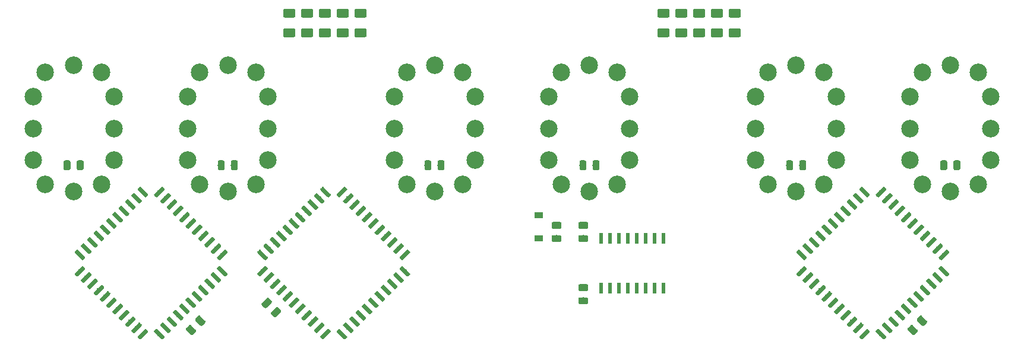
<source format=gbr>
G04 #@! TF.GenerationSoftware,KiCad,Pcbnew,(5.1.0-0)*
G04 #@! TF.CreationDate,2019-05-10T01:12:34-05:00*
G04 #@! TF.ProjectId,IN-12,494e2d31-322e-46b6-9963-61645f706362,rev?*
G04 #@! TF.SameCoordinates,Original*
G04 #@! TF.FileFunction,Paste,Bot*
G04 #@! TF.FilePolarity,Positive*
%FSLAX46Y46*%
G04 Gerber Fmt 4.6, Leading zero omitted, Abs format (unit mm)*
G04 Created by KiCad (PCBNEW (5.1.0-0)) date 2019-05-10 01:12:34*
%MOMM*%
%LPD*%
G04 APERTURE LIST*
%ADD10C,2.500000*%
%ADD11C,0.100000*%
%ADD12C,0.600000*%
%ADD13C,0.975000*%
%ADD14R,1.200000X0.900000*%
%ADD15R,0.600000X1.500000*%
%ADD16C,1.250000*%
G04 APERTURE END LIST*
D10*
X86242400Y-105313820D03*
X90240360Y-104313060D03*
X91990420Y-96314600D03*
X91990420Y-91816260D03*
X90240360Y-88316140D03*
X86242400Y-87315380D03*
X82244440Y-88316140D03*
X80494380Y-91816260D03*
X80494380Y-96314600D03*
X80494380Y-100812940D03*
X82244440Y-104313060D03*
X91990420Y-100812940D03*
X108242400Y-105313820D03*
X112240360Y-104313060D03*
X113990420Y-96314600D03*
X113990420Y-91816260D03*
X112240360Y-88316140D03*
X108242400Y-87315380D03*
X104244440Y-88316140D03*
X102494380Y-91816260D03*
X102494380Y-96314600D03*
X102494380Y-100812940D03*
X104244440Y-104313060D03*
X113990420Y-100812940D03*
X137742400Y-105313820D03*
X141740360Y-104313060D03*
X143490420Y-96314600D03*
X143490420Y-91816260D03*
X141740360Y-88316140D03*
X137742400Y-87315380D03*
X133744440Y-88316140D03*
X131994380Y-91816260D03*
X131994380Y-96314600D03*
X131994380Y-100812940D03*
X133744440Y-104313060D03*
X143490420Y-100812940D03*
X159742400Y-105313820D03*
X163740360Y-104313060D03*
X165490420Y-96314600D03*
X165490420Y-91816260D03*
X163740360Y-88316140D03*
X159742400Y-87315380D03*
X155744440Y-88316140D03*
X153994380Y-91816260D03*
X153994380Y-96314600D03*
X153994380Y-100812940D03*
X155744440Y-104313060D03*
X165490420Y-100812940D03*
X189242400Y-105313820D03*
X193240360Y-104313060D03*
X194990420Y-96314600D03*
X194990420Y-91816260D03*
X193240360Y-88316140D03*
X189242400Y-87315380D03*
X185244440Y-88316140D03*
X183494380Y-91816260D03*
X183494380Y-96314600D03*
X183494380Y-100812940D03*
X185244440Y-104313060D03*
X194990420Y-100812940D03*
X211242400Y-105313820D03*
X215240360Y-104313060D03*
X216990420Y-96314600D03*
X216990420Y-91816260D03*
X215240360Y-88316140D03*
X211242400Y-87315380D03*
X207244440Y-88316140D03*
X205494380Y-91816260D03*
X205494380Y-96314600D03*
X205494380Y-100812940D03*
X207244440Y-104313060D03*
X216990420Y-100812940D03*
D11*
G36*
X128504841Y-108239401D02*
G01*
X128519402Y-108241561D01*
X128533681Y-108245138D01*
X128547541Y-108250097D01*
X128560848Y-108256391D01*
X128573474Y-108263959D01*
X128585297Y-108272727D01*
X128596204Y-108282613D01*
X128808336Y-108494745D01*
X128818222Y-108505652D01*
X128826990Y-108517475D01*
X128834558Y-108530101D01*
X128840852Y-108543408D01*
X128845811Y-108557268D01*
X128849388Y-108571547D01*
X128851548Y-108586108D01*
X128852270Y-108600811D01*
X128851548Y-108615514D01*
X128849388Y-108630075D01*
X128845811Y-108644354D01*
X128840852Y-108658214D01*
X128834558Y-108671521D01*
X128826990Y-108684147D01*
X128818222Y-108695970D01*
X128808336Y-108706877D01*
X127818386Y-109696827D01*
X127807479Y-109706713D01*
X127795656Y-109715481D01*
X127783030Y-109723049D01*
X127769723Y-109729343D01*
X127755863Y-109734302D01*
X127741584Y-109737879D01*
X127727023Y-109740039D01*
X127712320Y-109740761D01*
X127697617Y-109740039D01*
X127683056Y-109737879D01*
X127668777Y-109734302D01*
X127654917Y-109729343D01*
X127641610Y-109723049D01*
X127628984Y-109715481D01*
X127617161Y-109706713D01*
X127606254Y-109696827D01*
X127394122Y-109484695D01*
X127384236Y-109473788D01*
X127375468Y-109461965D01*
X127367900Y-109449339D01*
X127361606Y-109436032D01*
X127356647Y-109422172D01*
X127353070Y-109407893D01*
X127350910Y-109393332D01*
X127350188Y-109378629D01*
X127350910Y-109363926D01*
X127353070Y-109349365D01*
X127356647Y-109335086D01*
X127361606Y-109321226D01*
X127367900Y-109307919D01*
X127375468Y-109295293D01*
X127384236Y-109283470D01*
X127394122Y-109272563D01*
X128384072Y-108282613D01*
X128394979Y-108272727D01*
X128406802Y-108263959D01*
X128419428Y-108256391D01*
X128432735Y-108250097D01*
X128446595Y-108245138D01*
X128460874Y-108241561D01*
X128475435Y-108239401D01*
X128490138Y-108238679D01*
X128504841Y-108239401D01*
X128504841Y-108239401D01*
G37*
D12*
X128101229Y-108989720D03*
D11*
G36*
X127606815Y-107341376D02*
G01*
X127621376Y-107343536D01*
X127635655Y-107347113D01*
X127649515Y-107352072D01*
X127662822Y-107358366D01*
X127675448Y-107365934D01*
X127687271Y-107374702D01*
X127698178Y-107384588D01*
X127910310Y-107596720D01*
X127920196Y-107607627D01*
X127928964Y-107619450D01*
X127936532Y-107632076D01*
X127942826Y-107645383D01*
X127947785Y-107659243D01*
X127951362Y-107673522D01*
X127953522Y-107688083D01*
X127954244Y-107702786D01*
X127953522Y-107717489D01*
X127951362Y-107732050D01*
X127947785Y-107746329D01*
X127942826Y-107760189D01*
X127936532Y-107773496D01*
X127928964Y-107786122D01*
X127920196Y-107797945D01*
X127910310Y-107808852D01*
X126920360Y-108798802D01*
X126909453Y-108808688D01*
X126897630Y-108817456D01*
X126885004Y-108825024D01*
X126871697Y-108831318D01*
X126857837Y-108836277D01*
X126843558Y-108839854D01*
X126828997Y-108842014D01*
X126814294Y-108842736D01*
X126799591Y-108842014D01*
X126785030Y-108839854D01*
X126770751Y-108836277D01*
X126756891Y-108831318D01*
X126743584Y-108825024D01*
X126730958Y-108817456D01*
X126719135Y-108808688D01*
X126708228Y-108798802D01*
X126496096Y-108586670D01*
X126486210Y-108575763D01*
X126477442Y-108563940D01*
X126469874Y-108551314D01*
X126463580Y-108538007D01*
X126458621Y-108524147D01*
X126455044Y-108509868D01*
X126452884Y-108495307D01*
X126452162Y-108480604D01*
X126452884Y-108465901D01*
X126455044Y-108451340D01*
X126458621Y-108437061D01*
X126463580Y-108423201D01*
X126469874Y-108409894D01*
X126477442Y-108397268D01*
X126486210Y-108385445D01*
X126496096Y-108374538D01*
X127486046Y-107384588D01*
X127496953Y-107374702D01*
X127508776Y-107365934D01*
X127521402Y-107358366D01*
X127534709Y-107352072D01*
X127548569Y-107347113D01*
X127562848Y-107343536D01*
X127577409Y-107341376D01*
X127592112Y-107340654D01*
X127606815Y-107341376D01*
X127606815Y-107341376D01*
G37*
D12*
X127203203Y-108091695D03*
D11*
G36*
X126708789Y-106443350D02*
G01*
X126723350Y-106445510D01*
X126737629Y-106449087D01*
X126751489Y-106454046D01*
X126764796Y-106460340D01*
X126777422Y-106467908D01*
X126789245Y-106476676D01*
X126800152Y-106486562D01*
X127012284Y-106698694D01*
X127022170Y-106709601D01*
X127030938Y-106721424D01*
X127038506Y-106734050D01*
X127044800Y-106747357D01*
X127049759Y-106761217D01*
X127053336Y-106775496D01*
X127055496Y-106790057D01*
X127056218Y-106804760D01*
X127055496Y-106819463D01*
X127053336Y-106834024D01*
X127049759Y-106848303D01*
X127044800Y-106862163D01*
X127038506Y-106875470D01*
X127030938Y-106888096D01*
X127022170Y-106899919D01*
X127012284Y-106910826D01*
X126022334Y-107900776D01*
X126011427Y-107910662D01*
X125999604Y-107919430D01*
X125986978Y-107926998D01*
X125973671Y-107933292D01*
X125959811Y-107938251D01*
X125945532Y-107941828D01*
X125930971Y-107943988D01*
X125916268Y-107944710D01*
X125901565Y-107943988D01*
X125887004Y-107941828D01*
X125872725Y-107938251D01*
X125858865Y-107933292D01*
X125845558Y-107926998D01*
X125832932Y-107919430D01*
X125821109Y-107910662D01*
X125810202Y-107900776D01*
X125598070Y-107688644D01*
X125588184Y-107677737D01*
X125579416Y-107665914D01*
X125571848Y-107653288D01*
X125565554Y-107639981D01*
X125560595Y-107626121D01*
X125557018Y-107611842D01*
X125554858Y-107597281D01*
X125554136Y-107582578D01*
X125554858Y-107567875D01*
X125557018Y-107553314D01*
X125560595Y-107539035D01*
X125565554Y-107525175D01*
X125571848Y-107511868D01*
X125579416Y-107499242D01*
X125588184Y-107487419D01*
X125598070Y-107476512D01*
X126588020Y-106486562D01*
X126598927Y-106476676D01*
X126610750Y-106467908D01*
X126623376Y-106460340D01*
X126636683Y-106454046D01*
X126650543Y-106449087D01*
X126664822Y-106445510D01*
X126679383Y-106443350D01*
X126694086Y-106442628D01*
X126708789Y-106443350D01*
X126708789Y-106443350D01*
G37*
D12*
X126305177Y-107193669D03*
D11*
G36*
X125810764Y-105545324D02*
G01*
X125825325Y-105547484D01*
X125839604Y-105551061D01*
X125853464Y-105556020D01*
X125866771Y-105562314D01*
X125879397Y-105569882D01*
X125891220Y-105578650D01*
X125902127Y-105588536D01*
X126114259Y-105800668D01*
X126124145Y-105811575D01*
X126132913Y-105823398D01*
X126140481Y-105836024D01*
X126146775Y-105849331D01*
X126151734Y-105863191D01*
X126155311Y-105877470D01*
X126157471Y-105892031D01*
X126158193Y-105906734D01*
X126157471Y-105921437D01*
X126155311Y-105935998D01*
X126151734Y-105950277D01*
X126146775Y-105964137D01*
X126140481Y-105977444D01*
X126132913Y-105990070D01*
X126124145Y-106001893D01*
X126114259Y-106012800D01*
X125124309Y-107002750D01*
X125113402Y-107012636D01*
X125101579Y-107021404D01*
X125088953Y-107028972D01*
X125075646Y-107035266D01*
X125061786Y-107040225D01*
X125047507Y-107043802D01*
X125032946Y-107045962D01*
X125018243Y-107046684D01*
X125003540Y-107045962D01*
X124988979Y-107043802D01*
X124974700Y-107040225D01*
X124960840Y-107035266D01*
X124947533Y-107028972D01*
X124934907Y-107021404D01*
X124923084Y-107012636D01*
X124912177Y-107002750D01*
X124700045Y-106790618D01*
X124690159Y-106779711D01*
X124681391Y-106767888D01*
X124673823Y-106755262D01*
X124667529Y-106741955D01*
X124662570Y-106728095D01*
X124658993Y-106713816D01*
X124656833Y-106699255D01*
X124656111Y-106684552D01*
X124656833Y-106669849D01*
X124658993Y-106655288D01*
X124662570Y-106641009D01*
X124667529Y-106627149D01*
X124673823Y-106613842D01*
X124681391Y-106601216D01*
X124690159Y-106589393D01*
X124700045Y-106578486D01*
X125689995Y-105588536D01*
X125700902Y-105578650D01*
X125712725Y-105569882D01*
X125725351Y-105562314D01*
X125738658Y-105556020D01*
X125752518Y-105551061D01*
X125766797Y-105547484D01*
X125781358Y-105545324D01*
X125796061Y-105544602D01*
X125810764Y-105545324D01*
X125810764Y-105545324D01*
G37*
D12*
X125407152Y-106295643D03*
D11*
G36*
X124912738Y-104647299D02*
G01*
X124927299Y-104649459D01*
X124941578Y-104653036D01*
X124955438Y-104657995D01*
X124968745Y-104664289D01*
X124981371Y-104671857D01*
X124993194Y-104680625D01*
X125004101Y-104690511D01*
X125216233Y-104902643D01*
X125226119Y-104913550D01*
X125234887Y-104925373D01*
X125242455Y-104937999D01*
X125248749Y-104951306D01*
X125253708Y-104965166D01*
X125257285Y-104979445D01*
X125259445Y-104994006D01*
X125260167Y-105008709D01*
X125259445Y-105023412D01*
X125257285Y-105037973D01*
X125253708Y-105052252D01*
X125248749Y-105066112D01*
X125242455Y-105079419D01*
X125234887Y-105092045D01*
X125226119Y-105103868D01*
X125216233Y-105114775D01*
X124226283Y-106104725D01*
X124215376Y-106114611D01*
X124203553Y-106123379D01*
X124190927Y-106130947D01*
X124177620Y-106137241D01*
X124163760Y-106142200D01*
X124149481Y-106145777D01*
X124134920Y-106147937D01*
X124120217Y-106148659D01*
X124105514Y-106147937D01*
X124090953Y-106145777D01*
X124076674Y-106142200D01*
X124062814Y-106137241D01*
X124049507Y-106130947D01*
X124036881Y-106123379D01*
X124025058Y-106114611D01*
X124014151Y-106104725D01*
X123802019Y-105892593D01*
X123792133Y-105881686D01*
X123783365Y-105869863D01*
X123775797Y-105857237D01*
X123769503Y-105843930D01*
X123764544Y-105830070D01*
X123760967Y-105815791D01*
X123758807Y-105801230D01*
X123758085Y-105786527D01*
X123758807Y-105771824D01*
X123760967Y-105757263D01*
X123764544Y-105742984D01*
X123769503Y-105729124D01*
X123775797Y-105715817D01*
X123783365Y-105703191D01*
X123792133Y-105691368D01*
X123802019Y-105680461D01*
X124791969Y-104690511D01*
X124802876Y-104680625D01*
X124814699Y-104671857D01*
X124827325Y-104664289D01*
X124840632Y-104657995D01*
X124854492Y-104653036D01*
X124868771Y-104649459D01*
X124883332Y-104647299D01*
X124898035Y-104646577D01*
X124912738Y-104647299D01*
X124912738Y-104647299D01*
G37*
D12*
X124509126Y-105397618D03*
D11*
G36*
X121801468Y-104647299D02*
G01*
X121816029Y-104649459D01*
X121830308Y-104653036D01*
X121844168Y-104657995D01*
X121857475Y-104664289D01*
X121870101Y-104671857D01*
X121881924Y-104680625D01*
X121892831Y-104690511D01*
X122882781Y-105680461D01*
X122892667Y-105691368D01*
X122901435Y-105703191D01*
X122909003Y-105715817D01*
X122915297Y-105729124D01*
X122920256Y-105742984D01*
X122923833Y-105757263D01*
X122925993Y-105771824D01*
X122926715Y-105786527D01*
X122925993Y-105801230D01*
X122923833Y-105815791D01*
X122920256Y-105830070D01*
X122915297Y-105843930D01*
X122909003Y-105857237D01*
X122901435Y-105869863D01*
X122892667Y-105881686D01*
X122882781Y-105892593D01*
X122670649Y-106104725D01*
X122659742Y-106114611D01*
X122647919Y-106123379D01*
X122635293Y-106130947D01*
X122621986Y-106137241D01*
X122608126Y-106142200D01*
X122593847Y-106145777D01*
X122579286Y-106147937D01*
X122564583Y-106148659D01*
X122549880Y-106147937D01*
X122535319Y-106145777D01*
X122521040Y-106142200D01*
X122507180Y-106137241D01*
X122493873Y-106130947D01*
X122481247Y-106123379D01*
X122469424Y-106114611D01*
X122458517Y-106104725D01*
X121468567Y-105114775D01*
X121458681Y-105103868D01*
X121449913Y-105092045D01*
X121442345Y-105079419D01*
X121436051Y-105066112D01*
X121431092Y-105052252D01*
X121427515Y-105037973D01*
X121425355Y-105023412D01*
X121424633Y-105008709D01*
X121425355Y-104994006D01*
X121427515Y-104979445D01*
X121431092Y-104965166D01*
X121436051Y-104951306D01*
X121442345Y-104937999D01*
X121449913Y-104925373D01*
X121458681Y-104913550D01*
X121468567Y-104902643D01*
X121680699Y-104690511D01*
X121691606Y-104680625D01*
X121703429Y-104671857D01*
X121716055Y-104664289D01*
X121729362Y-104657995D01*
X121743222Y-104653036D01*
X121757501Y-104649459D01*
X121772062Y-104647299D01*
X121786765Y-104646577D01*
X121801468Y-104647299D01*
X121801468Y-104647299D01*
G37*
D12*
X122175674Y-105397618D03*
D11*
G36*
X120903442Y-105545324D02*
G01*
X120918003Y-105547484D01*
X120932282Y-105551061D01*
X120946142Y-105556020D01*
X120959449Y-105562314D01*
X120972075Y-105569882D01*
X120983898Y-105578650D01*
X120994805Y-105588536D01*
X121984755Y-106578486D01*
X121994641Y-106589393D01*
X122003409Y-106601216D01*
X122010977Y-106613842D01*
X122017271Y-106627149D01*
X122022230Y-106641009D01*
X122025807Y-106655288D01*
X122027967Y-106669849D01*
X122028689Y-106684552D01*
X122027967Y-106699255D01*
X122025807Y-106713816D01*
X122022230Y-106728095D01*
X122017271Y-106741955D01*
X122010977Y-106755262D01*
X122003409Y-106767888D01*
X121994641Y-106779711D01*
X121984755Y-106790618D01*
X121772623Y-107002750D01*
X121761716Y-107012636D01*
X121749893Y-107021404D01*
X121737267Y-107028972D01*
X121723960Y-107035266D01*
X121710100Y-107040225D01*
X121695821Y-107043802D01*
X121681260Y-107045962D01*
X121666557Y-107046684D01*
X121651854Y-107045962D01*
X121637293Y-107043802D01*
X121623014Y-107040225D01*
X121609154Y-107035266D01*
X121595847Y-107028972D01*
X121583221Y-107021404D01*
X121571398Y-107012636D01*
X121560491Y-107002750D01*
X120570541Y-106012800D01*
X120560655Y-106001893D01*
X120551887Y-105990070D01*
X120544319Y-105977444D01*
X120538025Y-105964137D01*
X120533066Y-105950277D01*
X120529489Y-105935998D01*
X120527329Y-105921437D01*
X120526607Y-105906734D01*
X120527329Y-105892031D01*
X120529489Y-105877470D01*
X120533066Y-105863191D01*
X120538025Y-105849331D01*
X120544319Y-105836024D01*
X120551887Y-105823398D01*
X120560655Y-105811575D01*
X120570541Y-105800668D01*
X120782673Y-105588536D01*
X120793580Y-105578650D01*
X120805403Y-105569882D01*
X120818029Y-105562314D01*
X120831336Y-105556020D01*
X120845196Y-105551061D01*
X120859475Y-105547484D01*
X120874036Y-105545324D01*
X120888739Y-105544602D01*
X120903442Y-105545324D01*
X120903442Y-105545324D01*
G37*
D12*
X121277648Y-106295643D03*
D11*
G36*
X120005417Y-106443350D02*
G01*
X120019978Y-106445510D01*
X120034257Y-106449087D01*
X120048117Y-106454046D01*
X120061424Y-106460340D01*
X120074050Y-106467908D01*
X120085873Y-106476676D01*
X120096780Y-106486562D01*
X121086730Y-107476512D01*
X121096616Y-107487419D01*
X121105384Y-107499242D01*
X121112952Y-107511868D01*
X121119246Y-107525175D01*
X121124205Y-107539035D01*
X121127782Y-107553314D01*
X121129942Y-107567875D01*
X121130664Y-107582578D01*
X121129942Y-107597281D01*
X121127782Y-107611842D01*
X121124205Y-107626121D01*
X121119246Y-107639981D01*
X121112952Y-107653288D01*
X121105384Y-107665914D01*
X121096616Y-107677737D01*
X121086730Y-107688644D01*
X120874598Y-107900776D01*
X120863691Y-107910662D01*
X120851868Y-107919430D01*
X120839242Y-107926998D01*
X120825935Y-107933292D01*
X120812075Y-107938251D01*
X120797796Y-107941828D01*
X120783235Y-107943988D01*
X120768532Y-107944710D01*
X120753829Y-107943988D01*
X120739268Y-107941828D01*
X120724989Y-107938251D01*
X120711129Y-107933292D01*
X120697822Y-107926998D01*
X120685196Y-107919430D01*
X120673373Y-107910662D01*
X120662466Y-107900776D01*
X119672516Y-106910826D01*
X119662630Y-106899919D01*
X119653862Y-106888096D01*
X119646294Y-106875470D01*
X119640000Y-106862163D01*
X119635041Y-106848303D01*
X119631464Y-106834024D01*
X119629304Y-106819463D01*
X119628582Y-106804760D01*
X119629304Y-106790057D01*
X119631464Y-106775496D01*
X119635041Y-106761217D01*
X119640000Y-106747357D01*
X119646294Y-106734050D01*
X119653862Y-106721424D01*
X119662630Y-106709601D01*
X119672516Y-106698694D01*
X119884648Y-106486562D01*
X119895555Y-106476676D01*
X119907378Y-106467908D01*
X119920004Y-106460340D01*
X119933311Y-106454046D01*
X119947171Y-106449087D01*
X119961450Y-106445510D01*
X119976011Y-106443350D01*
X119990714Y-106442628D01*
X120005417Y-106443350D01*
X120005417Y-106443350D01*
G37*
D12*
X120379623Y-107193669D03*
D11*
G36*
X119107391Y-107341376D02*
G01*
X119121952Y-107343536D01*
X119136231Y-107347113D01*
X119150091Y-107352072D01*
X119163398Y-107358366D01*
X119176024Y-107365934D01*
X119187847Y-107374702D01*
X119198754Y-107384588D01*
X120188704Y-108374538D01*
X120198590Y-108385445D01*
X120207358Y-108397268D01*
X120214926Y-108409894D01*
X120221220Y-108423201D01*
X120226179Y-108437061D01*
X120229756Y-108451340D01*
X120231916Y-108465901D01*
X120232638Y-108480604D01*
X120231916Y-108495307D01*
X120229756Y-108509868D01*
X120226179Y-108524147D01*
X120221220Y-108538007D01*
X120214926Y-108551314D01*
X120207358Y-108563940D01*
X120198590Y-108575763D01*
X120188704Y-108586670D01*
X119976572Y-108798802D01*
X119965665Y-108808688D01*
X119953842Y-108817456D01*
X119941216Y-108825024D01*
X119927909Y-108831318D01*
X119914049Y-108836277D01*
X119899770Y-108839854D01*
X119885209Y-108842014D01*
X119870506Y-108842736D01*
X119855803Y-108842014D01*
X119841242Y-108839854D01*
X119826963Y-108836277D01*
X119813103Y-108831318D01*
X119799796Y-108825024D01*
X119787170Y-108817456D01*
X119775347Y-108808688D01*
X119764440Y-108798802D01*
X118774490Y-107808852D01*
X118764604Y-107797945D01*
X118755836Y-107786122D01*
X118748268Y-107773496D01*
X118741974Y-107760189D01*
X118737015Y-107746329D01*
X118733438Y-107732050D01*
X118731278Y-107717489D01*
X118730556Y-107702786D01*
X118731278Y-107688083D01*
X118733438Y-107673522D01*
X118737015Y-107659243D01*
X118741974Y-107645383D01*
X118748268Y-107632076D01*
X118755836Y-107619450D01*
X118764604Y-107607627D01*
X118774490Y-107596720D01*
X118986622Y-107384588D01*
X118997529Y-107374702D01*
X119009352Y-107365934D01*
X119021978Y-107358366D01*
X119035285Y-107352072D01*
X119049145Y-107347113D01*
X119063424Y-107343536D01*
X119077985Y-107341376D01*
X119092688Y-107340654D01*
X119107391Y-107341376D01*
X119107391Y-107341376D01*
G37*
D12*
X119481597Y-108091695D03*
D11*
G36*
X118209365Y-108239401D02*
G01*
X118223926Y-108241561D01*
X118238205Y-108245138D01*
X118252065Y-108250097D01*
X118265372Y-108256391D01*
X118277998Y-108263959D01*
X118289821Y-108272727D01*
X118300728Y-108282613D01*
X119290678Y-109272563D01*
X119300564Y-109283470D01*
X119309332Y-109295293D01*
X119316900Y-109307919D01*
X119323194Y-109321226D01*
X119328153Y-109335086D01*
X119331730Y-109349365D01*
X119333890Y-109363926D01*
X119334612Y-109378629D01*
X119333890Y-109393332D01*
X119331730Y-109407893D01*
X119328153Y-109422172D01*
X119323194Y-109436032D01*
X119316900Y-109449339D01*
X119309332Y-109461965D01*
X119300564Y-109473788D01*
X119290678Y-109484695D01*
X119078546Y-109696827D01*
X119067639Y-109706713D01*
X119055816Y-109715481D01*
X119043190Y-109723049D01*
X119029883Y-109729343D01*
X119016023Y-109734302D01*
X119001744Y-109737879D01*
X118987183Y-109740039D01*
X118972480Y-109740761D01*
X118957777Y-109740039D01*
X118943216Y-109737879D01*
X118928937Y-109734302D01*
X118915077Y-109729343D01*
X118901770Y-109723049D01*
X118889144Y-109715481D01*
X118877321Y-109706713D01*
X118866414Y-109696827D01*
X117876464Y-108706877D01*
X117866578Y-108695970D01*
X117857810Y-108684147D01*
X117850242Y-108671521D01*
X117843948Y-108658214D01*
X117838989Y-108644354D01*
X117835412Y-108630075D01*
X117833252Y-108615514D01*
X117832530Y-108600811D01*
X117833252Y-108586108D01*
X117835412Y-108571547D01*
X117838989Y-108557268D01*
X117843948Y-108543408D01*
X117850242Y-108530101D01*
X117857810Y-108517475D01*
X117866578Y-108505652D01*
X117876464Y-108494745D01*
X118088596Y-108282613D01*
X118099503Y-108272727D01*
X118111326Y-108263959D01*
X118123952Y-108256391D01*
X118137259Y-108250097D01*
X118151119Y-108245138D01*
X118165398Y-108241561D01*
X118179959Y-108239401D01*
X118194662Y-108238679D01*
X118209365Y-108239401D01*
X118209365Y-108239401D01*
G37*
D12*
X118583571Y-108989720D03*
D11*
G36*
X117311340Y-109137427D02*
G01*
X117325901Y-109139587D01*
X117340180Y-109143164D01*
X117354040Y-109148123D01*
X117367347Y-109154417D01*
X117379973Y-109161985D01*
X117391796Y-109170753D01*
X117402703Y-109180639D01*
X118392653Y-110170589D01*
X118402539Y-110181496D01*
X118411307Y-110193319D01*
X118418875Y-110205945D01*
X118425169Y-110219252D01*
X118430128Y-110233112D01*
X118433705Y-110247391D01*
X118435865Y-110261952D01*
X118436587Y-110276655D01*
X118435865Y-110291358D01*
X118433705Y-110305919D01*
X118430128Y-110320198D01*
X118425169Y-110334058D01*
X118418875Y-110347365D01*
X118411307Y-110359991D01*
X118402539Y-110371814D01*
X118392653Y-110382721D01*
X118180521Y-110594853D01*
X118169614Y-110604739D01*
X118157791Y-110613507D01*
X118145165Y-110621075D01*
X118131858Y-110627369D01*
X118117998Y-110632328D01*
X118103719Y-110635905D01*
X118089158Y-110638065D01*
X118074455Y-110638787D01*
X118059752Y-110638065D01*
X118045191Y-110635905D01*
X118030912Y-110632328D01*
X118017052Y-110627369D01*
X118003745Y-110621075D01*
X117991119Y-110613507D01*
X117979296Y-110604739D01*
X117968389Y-110594853D01*
X116978439Y-109604903D01*
X116968553Y-109593996D01*
X116959785Y-109582173D01*
X116952217Y-109569547D01*
X116945923Y-109556240D01*
X116940964Y-109542380D01*
X116937387Y-109528101D01*
X116935227Y-109513540D01*
X116934505Y-109498837D01*
X116935227Y-109484134D01*
X116937387Y-109469573D01*
X116940964Y-109455294D01*
X116945923Y-109441434D01*
X116952217Y-109428127D01*
X116959785Y-109415501D01*
X116968553Y-109403678D01*
X116978439Y-109392771D01*
X117190571Y-109180639D01*
X117201478Y-109170753D01*
X117213301Y-109161985D01*
X117225927Y-109154417D01*
X117239234Y-109148123D01*
X117253094Y-109143164D01*
X117267373Y-109139587D01*
X117281934Y-109137427D01*
X117296637Y-109136705D01*
X117311340Y-109137427D01*
X117311340Y-109137427D01*
G37*
D12*
X117685546Y-109887746D03*
D11*
G36*
X116413314Y-110035452D02*
G01*
X116427875Y-110037612D01*
X116442154Y-110041189D01*
X116456014Y-110046148D01*
X116469321Y-110052442D01*
X116481947Y-110060010D01*
X116493770Y-110068778D01*
X116504677Y-110078664D01*
X117494627Y-111068614D01*
X117504513Y-111079521D01*
X117513281Y-111091344D01*
X117520849Y-111103970D01*
X117527143Y-111117277D01*
X117532102Y-111131137D01*
X117535679Y-111145416D01*
X117537839Y-111159977D01*
X117538561Y-111174680D01*
X117537839Y-111189383D01*
X117535679Y-111203944D01*
X117532102Y-111218223D01*
X117527143Y-111232083D01*
X117520849Y-111245390D01*
X117513281Y-111258016D01*
X117504513Y-111269839D01*
X117494627Y-111280746D01*
X117282495Y-111492878D01*
X117271588Y-111502764D01*
X117259765Y-111511532D01*
X117247139Y-111519100D01*
X117233832Y-111525394D01*
X117219972Y-111530353D01*
X117205693Y-111533930D01*
X117191132Y-111536090D01*
X117176429Y-111536812D01*
X117161726Y-111536090D01*
X117147165Y-111533930D01*
X117132886Y-111530353D01*
X117119026Y-111525394D01*
X117105719Y-111519100D01*
X117093093Y-111511532D01*
X117081270Y-111502764D01*
X117070363Y-111492878D01*
X116080413Y-110502928D01*
X116070527Y-110492021D01*
X116061759Y-110480198D01*
X116054191Y-110467572D01*
X116047897Y-110454265D01*
X116042938Y-110440405D01*
X116039361Y-110426126D01*
X116037201Y-110411565D01*
X116036479Y-110396862D01*
X116037201Y-110382159D01*
X116039361Y-110367598D01*
X116042938Y-110353319D01*
X116047897Y-110339459D01*
X116054191Y-110326152D01*
X116061759Y-110313526D01*
X116070527Y-110301703D01*
X116080413Y-110290796D01*
X116292545Y-110078664D01*
X116303452Y-110068778D01*
X116315275Y-110060010D01*
X116327901Y-110052442D01*
X116341208Y-110046148D01*
X116355068Y-110041189D01*
X116369347Y-110037612D01*
X116383908Y-110035452D01*
X116398611Y-110034730D01*
X116413314Y-110035452D01*
X116413314Y-110035452D01*
G37*
D12*
X116787520Y-110785771D03*
D11*
G36*
X115515289Y-110933478D02*
G01*
X115529850Y-110935638D01*
X115544129Y-110939215D01*
X115557989Y-110944174D01*
X115571296Y-110950468D01*
X115583922Y-110958036D01*
X115595745Y-110966804D01*
X115606652Y-110976690D01*
X116596602Y-111966640D01*
X116606488Y-111977547D01*
X116615256Y-111989370D01*
X116622824Y-112001996D01*
X116629118Y-112015303D01*
X116634077Y-112029163D01*
X116637654Y-112043442D01*
X116639814Y-112058003D01*
X116640536Y-112072706D01*
X116639814Y-112087409D01*
X116637654Y-112101970D01*
X116634077Y-112116249D01*
X116629118Y-112130109D01*
X116622824Y-112143416D01*
X116615256Y-112156042D01*
X116606488Y-112167865D01*
X116596602Y-112178772D01*
X116384470Y-112390904D01*
X116373563Y-112400790D01*
X116361740Y-112409558D01*
X116349114Y-112417126D01*
X116335807Y-112423420D01*
X116321947Y-112428379D01*
X116307668Y-112431956D01*
X116293107Y-112434116D01*
X116278404Y-112434838D01*
X116263701Y-112434116D01*
X116249140Y-112431956D01*
X116234861Y-112428379D01*
X116221001Y-112423420D01*
X116207694Y-112417126D01*
X116195068Y-112409558D01*
X116183245Y-112400790D01*
X116172338Y-112390904D01*
X115182388Y-111400954D01*
X115172502Y-111390047D01*
X115163734Y-111378224D01*
X115156166Y-111365598D01*
X115149872Y-111352291D01*
X115144913Y-111338431D01*
X115141336Y-111324152D01*
X115139176Y-111309591D01*
X115138454Y-111294888D01*
X115139176Y-111280185D01*
X115141336Y-111265624D01*
X115144913Y-111251345D01*
X115149872Y-111237485D01*
X115156166Y-111224178D01*
X115163734Y-111211552D01*
X115172502Y-111199729D01*
X115182388Y-111188822D01*
X115394520Y-110976690D01*
X115405427Y-110966804D01*
X115417250Y-110958036D01*
X115429876Y-110950468D01*
X115443183Y-110944174D01*
X115457043Y-110939215D01*
X115471322Y-110935638D01*
X115485883Y-110933478D01*
X115500586Y-110932756D01*
X115515289Y-110933478D01*
X115515289Y-110933478D01*
G37*
D12*
X115889495Y-111683797D03*
D11*
G36*
X114617263Y-111831504D02*
G01*
X114631824Y-111833664D01*
X114646103Y-111837241D01*
X114659963Y-111842200D01*
X114673270Y-111848494D01*
X114685896Y-111856062D01*
X114697719Y-111864830D01*
X114708626Y-111874716D01*
X115698576Y-112864666D01*
X115708462Y-112875573D01*
X115717230Y-112887396D01*
X115724798Y-112900022D01*
X115731092Y-112913329D01*
X115736051Y-112927189D01*
X115739628Y-112941468D01*
X115741788Y-112956029D01*
X115742510Y-112970732D01*
X115741788Y-112985435D01*
X115739628Y-112999996D01*
X115736051Y-113014275D01*
X115731092Y-113028135D01*
X115724798Y-113041442D01*
X115717230Y-113054068D01*
X115708462Y-113065891D01*
X115698576Y-113076798D01*
X115486444Y-113288930D01*
X115475537Y-113298816D01*
X115463714Y-113307584D01*
X115451088Y-113315152D01*
X115437781Y-113321446D01*
X115423921Y-113326405D01*
X115409642Y-113329982D01*
X115395081Y-113332142D01*
X115380378Y-113332864D01*
X115365675Y-113332142D01*
X115351114Y-113329982D01*
X115336835Y-113326405D01*
X115322975Y-113321446D01*
X115309668Y-113315152D01*
X115297042Y-113307584D01*
X115285219Y-113298816D01*
X115274312Y-113288930D01*
X114284362Y-112298980D01*
X114274476Y-112288073D01*
X114265708Y-112276250D01*
X114258140Y-112263624D01*
X114251846Y-112250317D01*
X114246887Y-112236457D01*
X114243310Y-112222178D01*
X114241150Y-112207617D01*
X114240428Y-112192914D01*
X114241150Y-112178211D01*
X114243310Y-112163650D01*
X114246887Y-112149371D01*
X114251846Y-112135511D01*
X114258140Y-112122204D01*
X114265708Y-112109578D01*
X114274476Y-112097755D01*
X114284362Y-112086848D01*
X114496494Y-111874716D01*
X114507401Y-111864830D01*
X114519224Y-111856062D01*
X114531850Y-111848494D01*
X114545157Y-111842200D01*
X114559017Y-111837241D01*
X114573296Y-111833664D01*
X114587857Y-111831504D01*
X114602560Y-111830782D01*
X114617263Y-111831504D01*
X114617263Y-111831504D01*
G37*
D12*
X114991469Y-112581823D03*
D11*
G36*
X113719237Y-112729529D02*
G01*
X113733798Y-112731689D01*
X113748077Y-112735266D01*
X113761937Y-112740225D01*
X113775244Y-112746519D01*
X113787870Y-112754087D01*
X113799693Y-112762855D01*
X113810600Y-112772741D01*
X114800550Y-113762691D01*
X114810436Y-113773598D01*
X114819204Y-113785421D01*
X114826772Y-113798047D01*
X114833066Y-113811354D01*
X114838025Y-113825214D01*
X114841602Y-113839493D01*
X114843762Y-113854054D01*
X114844484Y-113868757D01*
X114843762Y-113883460D01*
X114841602Y-113898021D01*
X114838025Y-113912300D01*
X114833066Y-113926160D01*
X114826772Y-113939467D01*
X114819204Y-113952093D01*
X114810436Y-113963916D01*
X114800550Y-113974823D01*
X114588418Y-114186955D01*
X114577511Y-114196841D01*
X114565688Y-114205609D01*
X114553062Y-114213177D01*
X114539755Y-114219471D01*
X114525895Y-114224430D01*
X114511616Y-114228007D01*
X114497055Y-114230167D01*
X114482352Y-114230889D01*
X114467649Y-114230167D01*
X114453088Y-114228007D01*
X114438809Y-114224430D01*
X114424949Y-114219471D01*
X114411642Y-114213177D01*
X114399016Y-114205609D01*
X114387193Y-114196841D01*
X114376286Y-114186955D01*
X113386336Y-113197005D01*
X113376450Y-113186098D01*
X113367682Y-113174275D01*
X113360114Y-113161649D01*
X113353820Y-113148342D01*
X113348861Y-113134482D01*
X113345284Y-113120203D01*
X113343124Y-113105642D01*
X113342402Y-113090939D01*
X113343124Y-113076236D01*
X113345284Y-113061675D01*
X113348861Y-113047396D01*
X113353820Y-113033536D01*
X113360114Y-113020229D01*
X113367682Y-113007603D01*
X113376450Y-112995780D01*
X113386336Y-112984873D01*
X113598468Y-112772741D01*
X113609375Y-112762855D01*
X113621198Y-112754087D01*
X113633824Y-112746519D01*
X113647131Y-112740225D01*
X113660991Y-112735266D01*
X113675270Y-112731689D01*
X113689831Y-112729529D01*
X113704534Y-112728807D01*
X113719237Y-112729529D01*
X113719237Y-112729529D01*
G37*
D12*
X114093443Y-113479848D03*
D11*
G36*
X112821212Y-113627555D02*
G01*
X112835773Y-113629715D01*
X112850052Y-113633292D01*
X112863912Y-113638251D01*
X112877219Y-113644545D01*
X112889845Y-113652113D01*
X112901668Y-113660881D01*
X112912575Y-113670767D01*
X113902525Y-114660717D01*
X113912411Y-114671624D01*
X113921179Y-114683447D01*
X113928747Y-114696073D01*
X113935041Y-114709380D01*
X113940000Y-114723240D01*
X113943577Y-114737519D01*
X113945737Y-114752080D01*
X113946459Y-114766783D01*
X113945737Y-114781486D01*
X113943577Y-114796047D01*
X113940000Y-114810326D01*
X113935041Y-114824186D01*
X113928747Y-114837493D01*
X113921179Y-114850119D01*
X113912411Y-114861942D01*
X113902525Y-114872849D01*
X113690393Y-115084981D01*
X113679486Y-115094867D01*
X113667663Y-115103635D01*
X113655037Y-115111203D01*
X113641730Y-115117497D01*
X113627870Y-115122456D01*
X113613591Y-115126033D01*
X113599030Y-115128193D01*
X113584327Y-115128915D01*
X113569624Y-115128193D01*
X113555063Y-115126033D01*
X113540784Y-115122456D01*
X113526924Y-115117497D01*
X113513617Y-115111203D01*
X113500991Y-115103635D01*
X113489168Y-115094867D01*
X113478261Y-115084981D01*
X112488311Y-114095031D01*
X112478425Y-114084124D01*
X112469657Y-114072301D01*
X112462089Y-114059675D01*
X112455795Y-114046368D01*
X112450836Y-114032508D01*
X112447259Y-114018229D01*
X112445099Y-114003668D01*
X112444377Y-113988965D01*
X112445099Y-113974262D01*
X112447259Y-113959701D01*
X112450836Y-113945422D01*
X112455795Y-113931562D01*
X112462089Y-113918255D01*
X112469657Y-113905629D01*
X112478425Y-113893806D01*
X112488311Y-113882899D01*
X112700443Y-113670767D01*
X112711350Y-113660881D01*
X112723173Y-113652113D01*
X112735799Y-113644545D01*
X112749106Y-113638251D01*
X112762966Y-113633292D01*
X112777245Y-113629715D01*
X112791806Y-113627555D01*
X112806509Y-113626833D01*
X112821212Y-113627555D01*
X112821212Y-113627555D01*
G37*
D12*
X113195418Y-114377874D03*
D11*
G36*
X113599030Y-115961007D02*
G01*
X113613591Y-115963167D01*
X113627870Y-115966744D01*
X113641730Y-115971703D01*
X113655037Y-115977997D01*
X113667663Y-115985565D01*
X113679486Y-115994333D01*
X113690393Y-116004219D01*
X113902525Y-116216351D01*
X113912411Y-116227258D01*
X113921179Y-116239081D01*
X113928747Y-116251707D01*
X113935041Y-116265014D01*
X113940000Y-116278874D01*
X113943577Y-116293153D01*
X113945737Y-116307714D01*
X113946459Y-116322417D01*
X113945737Y-116337120D01*
X113943577Y-116351681D01*
X113940000Y-116365960D01*
X113935041Y-116379820D01*
X113928747Y-116393127D01*
X113921179Y-116405753D01*
X113912411Y-116417576D01*
X113902525Y-116428483D01*
X112912575Y-117418433D01*
X112901668Y-117428319D01*
X112889845Y-117437087D01*
X112877219Y-117444655D01*
X112863912Y-117450949D01*
X112850052Y-117455908D01*
X112835773Y-117459485D01*
X112821212Y-117461645D01*
X112806509Y-117462367D01*
X112791806Y-117461645D01*
X112777245Y-117459485D01*
X112762966Y-117455908D01*
X112749106Y-117450949D01*
X112735799Y-117444655D01*
X112723173Y-117437087D01*
X112711350Y-117428319D01*
X112700443Y-117418433D01*
X112488311Y-117206301D01*
X112478425Y-117195394D01*
X112469657Y-117183571D01*
X112462089Y-117170945D01*
X112455795Y-117157638D01*
X112450836Y-117143778D01*
X112447259Y-117129499D01*
X112445099Y-117114938D01*
X112444377Y-117100235D01*
X112445099Y-117085532D01*
X112447259Y-117070971D01*
X112450836Y-117056692D01*
X112455795Y-117042832D01*
X112462089Y-117029525D01*
X112469657Y-117016899D01*
X112478425Y-117005076D01*
X112488311Y-116994169D01*
X113478261Y-116004219D01*
X113489168Y-115994333D01*
X113500991Y-115985565D01*
X113513617Y-115977997D01*
X113526924Y-115971703D01*
X113540784Y-115966744D01*
X113555063Y-115963167D01*
X113569624Y-115961007D01*
X113584327Y-115960285D01*
X113599030Y-115961007D01*
X113599030Y-115961007D01*
G37*
D12*
X113195418Y-116711326D03*
D11*
G36*
X114497055Y-116859033D02*
G01*
X114511616Y-116861193D01*
X114525895Y-116864770D01*
X114539755Y-116869729D01*
X114553062Y-116876023D01*
X114565688Y-116883591D01*
X114577511Y-116892359D01*
X114588418Y-116902245D01*
X114800550Y-117114377D01*
X114810436Y-117125284D01*
X114819204Y-117137107D01*
X114826772Y-117149733D01*
X114833066Y-117163040D01*
X114838025Y-117176900D01*
X114841602Y-117191179D01*
X114843762Y-117205740D01*
X114844484Y-117220443D01*
X114843762Y-117235146D01*
X114841602Y-117249707D01*
X114838025Y-117263986D01*
X114833066Y-117277846D01*
X114826772Y-117291153D01*
X114819204Y-117303779D01*
X114810436Y-117315602D01*
X114800550Y-117326509D01*
X113810600Y-118316459D01*
X113799693Y-118326345D01*
X113787870Y-118335113D01*
X113775244Y-118342681D01*
X113761937Y-118348975D01*
X113748077Y-118353934D01*
X113733798Y-118357511D01*
X113719237Y-118359671D01*
X113704534Y-118360393D01*
X113689831Y-118359671D01*
X113675270Y-118357511D01*
X113660991Y-118353934D01*
X113647131Y-118348975D01*
X113633824Y-118342681D01*
X113621198Y-118335113D01*
X113609375Y-118326345D01*
X113598468Y-118316459D01*
X113386336Y-118104327D01*
X113376450Y-118093420D01*
X113367682Y-118081597D01*
X113360114Y-118068971D01*
X113353820Y-118055664D01*
X113348861Y-118041804D01*
X113345284Y-118027525D01*
X113343124Y-118012964D01*
X113342402Y-117998261D01*
X113343124Y-117983558D01*
X113345284Y-117968997D01*
X113348861Y-117954718D01*
X113353820Y-117940858D01*
X113360114Y-117927551D01*
X113367682Y-117914925D01*
X113376450Y-117903102D01*
X113386336Y-117892195D01*
X114376286Y-116902245D01*
X114387193Y-116892359D01*
X114399016Y-116883591D01*
X114411642Y-116876023D01*
X114424949Y-116869729D01*
X114438809Y-116864770D01*
X114453088Y-116861193D01*
X114467649Y-116859033D01*
X114482352Y-116858311D01*
X114497055Y-116859033D01*
X114497055Y-116859033D01*
G37*
D12*
X114093443Y-117609352D03*
D11*
G36*
X115395081Y-117757058D02*
G01*
X115409642Y-117759218D01*
X115423921Y-117762795D01*
X115437781Y-117767754D01*
X115451088Y-117774048D01*
X115463714Y-117781616D01*
X115475537Y-117790384D01*
X115486444Y-117800270D01*
X115698576Y-118012402D01*
X115708462Y-118023309D01*
X115717230Y-118035132D01*
X115724798Y-118047758D01*
X115731092Y-118061065D01*
X115736051Y-118074925D01*
X115739628Y-118089204D01*
X115741788Y-118103765D01*
X115742510Y-118118468D01*
X115741788Y-118133171D01*
X115739628Y-118147732D01*
X115736051Y-118162011D01*
X115731092Y-118175871D01*
X115724798Y-118189178D01*
X115717230Y-118201804D01*
X115708462Y-118213627D01*
X115698576Y-118224534D01*
X114708626Y-119214484D01*
X114697719Y-119224370D01*
X114685896Y-119233138D01*
X114673270Y-119240706D01*
X114659963Y-119247000D01*
X114646103Y-119251959D01*
X114631824Y-119255536D01*
X114617263Y-119257696D01*
X114602560Y-119258418D01*
X114587857Y-119257696D01*
X114573296Y-119255536D01*
X114559017Y-119251959D01*
X114545157Y-119247000D01*
X114531850Y-119240706D01*
X114519224Y-119233138D01*
X114507401Y-119224370D01*
X114496494Y-119214484D01*
X114284362Y-119002352D01*
X114274476Y-118991445D01*
X114265708Y-118979622D01*
X114258140Y-118966996D01*
X114251846Y-118953689D01*
X114246887Y-118939829D01*
X114243310Y-118925550D01*
X114241150Y-118910989D01*
X114240428Y-118896286D01*
X114241150Y-118881583D01*
X114243310Y-118867022D01*
X114246887Y-118852743D01*
X114251846Y-118838883D01*
X114258140Y-118825576D01*
X114265708Y-118812950D01*
X114274476Y-118801127D01*
X114284362Y-118790220D01*
X115274312Y-117800270D01*
X115285219Y-117790384D01*
X115297042Y-117781616D01*
X115309668Y-117774048D01*
X115322975Y-117767754D01*
X115336835Y-117762795D01*
X115351114Y-117759218D01*
X115365675Y-117757058D01*
X115380378Y-117756336D01*
X115395081Y-117757058D01*
X115395081Y-117757058D01*
G37*
D12*
X114991469Y-118507377D03*
D11*
G36*
X116293107Y-118655084D02*
G01*
X116307668Y-118657244D01*
X116321947Y-118660821D01*
X116335807Y-118665780D01*
X116349114Y-118672074D01*
X116361740Y-118679642D01*
X116373563Y-118688410D01*
X116384470Y-118698296D01*
X116596602Y-118910428D01*
X116606488Y-118921335D01*
X116615256Y-118933158D01*
X116622824Y-118945784D01*
X116629118Y-118959091D01*
X116634077Y-118972951D01*
X116637654Y-118987230D01*
X116639814Y-119001791D01*
X116640536Y-119016494D01*
X116639814Y-119031197D01*
X116637654Y-119045758D01*
X116634077Y-119060037D01*
X116629118Y-119073897D01*
X116622824Y-119087204D01*
X116615256Y-119099830D01*
X116606488Y-119111653D01*
X116596602Y-119122560D01*
X115606652Y-120112510D01*
X115595745Y-120122396D01*
X115583922Y-120131164D01*
X115571296Y-120138732D01*
X115557989Y-120145026D01*
X115544129Y-120149985D01*
X115529850Y-120153562D01*
X115515289Y-120155722D01*
X115500586Y-120156444D01*
X115485883Y-120155722D01*
X115471322Y-120153562D01*
X115457043Y-120149985D01*
X115443183Y-120145026D01*
X115429876Y-120138732D01*
X115417250Y-120131164D01*
X115405427Y-120122396D01*
X115394520Y-120112510D01*
X115182388Y-119900378D01*
X115172502Y-119889471D01*
X115163734Y-119877648D01*
X115156166Y-119865022D01*
X115149872Y-119851715D01*
X115144913Y-119837855D01*
X115141336Y-119823576D01*
X115139176Y-119809015D01*
X115138454Y-119794312D01*
X115139176Y-119779609D01*
X115141336Y-119765048D01*
X115144913Y-119750769D01*
X115149872Y-119736909D01*
X115156166Y-119723602D01*
X115163734Y-119710976D01*
X115172502Y-119699153D01*
X115182388Y-119688246D01*
X116172338Y-118698296D01*
X116183245Y-118688410D01*
X116195068Y-118679642D01*
X116207694Y-118672074D01*
X116221001Y-118665780D01*
X116234861Y-118660821D01*
X116249140Y-118657244D01*
X116263701Y-118655084D01*
X116278404Y-118654362D01*
X116293107Y-118655084D01*
X116293107Y-118655084D01*
G37*
D12*
X115889495Y-119405403D03*
D11*
G36*
X117191132Y-119553110D02*
G01*
X117205693Y-119555270D01*
X117219972Y-119558847D01*
X117233832Y-119563806D01*
X117247139Y-119570100D01*
X117259765Y-119577668D01*
X117271588Y-119586436D01*
X117282495Y-119596322D01*
X117494627Y-119808454D01*
X117504513Y-119819361D01*
X117513281Y-119831184D01*
X117520849Y-119843810D01*
X117527143Y-119857117D01*
X117532102Y-119870977D01*
X117535679Y-119885256D01*
X117537839Y-119899817D01*
X117538561Y-119914520D01*
X117537839Y-119929223D01*
X117535679Y-119943784D01*
X117532102Y-119958063D01*
X117527143Y-119971923D01*
X117520849Y-119985230D01*
X117513281Y-119997856D01*
X117504513Y-120009679D01*
X117494627Y-120020586D01*
X116504677Y-121010536D01*
X116493770Y-121020422D01*
X116481947Y-121029190D01*
X116469321Y-121036758D01*
X116456014Y-121043052D01*
X116442154Y-121048011D01*
X116427875Y-121051588D01*
X116413314Y-121053748D01*
X116398611Y-121054470D01*
X116383908Y-121053748D01*
X116369347Y-121051588D01*
X116355068Y-121048011D01*
X116341208Y-121043052D01*
X116327901Y-121036758D01*
X116315275Y-121029190D01*
X116303452Y-121020422D01*
X116292545Y-121010536D01*
X116080413Y-120798404D01*
X116070527Y-120787497D01*
X116061759Y-120775674D01*
X116054191Y-120763048D01*
X116047897Y-120749741D01*
X116042938Y-120735881D01*
X116039361Y-120721602D01*
X116037201Y-120707041D01*
X116036479Y-120692338D01*
X116037201Y-120677635D01*
X116039361Y-120663074D01*
X116042938Y-120648795D01*
X116047897Y-120634935D01*
X116054191Y-120621628D01*
X116061759Y-120609002D01*
X116070527Y-120597179D01*
X116080413Y-120586272D01*
X117070363Y-119596322D01*
X117081270Y-119586436D01*
X117093093Y-119577668D01*
X117105719Y-119570100D01*
X117119026Y-119563806D01*
X117132886Y-119558847D01*
X117147165Y-119555270D01*
X117161726Y-119553110D01*
X117176429Y-119552388D01*
X117191132Y-119553110D01*
X117191132Y-119553110D01*
G37*
D12*
X116787520Y-120303429D03*
D11*
G36*
X118089158Y-120451135D02*
G01*
X118103719Y-120453295D01*
X118117998Y-120456872D01*
X118131858Y-120461831D01*
X118145165Y-120468125D01*
X118157791Y-120475693D01*
X118169614Y-120484461D01*
X118180521Y-120494347D01*
X118392653Y-120706479D01*
X118402539Y-120717386D01*
X118411307Y-120729209D01*
X118418875Y-120741835D01*
X118425169Y-120755142D01*
X118430128Y-120769002D01*
X118433705Y-120783281D01*
X118435865Y-120797842D01*
X118436587Y-120812545D01*
X118435865Y-120827248D01*
X118433705Y-120841809D01*
X118430128Y-120856088D01*
X118425169Y-120869948D01*
X118418875Y-120883255D01*
X118411307Y-120895881D01*
X118402539Y-120907704D01*
X118392653Y-120918611D01*
X117402703Y-121908561D01*
X117391796Y-121918447D01*
X117379973Y-121927215D01*
X117367347Y-121934783D01*
X117354040Y-121941077D01*
X117340180Y-121946036D01*
X117325901Y-121949613D01*
X117311340Y-121951773D01*
X117296637Y-121952495D01*
X117281934Y-121951773D01*
X117267373Y-121949613D01*
X117253094Y-121946036D01*
X117239234Y-121941077D01*
X117225927Y-121934783D01*
X117213301Y-121927215D01*
X117201478Y-121918447D01*
X117190571Y-121908561D01*
X116978439Y-121696429D01*
X116968553Y-121685522D01*
X116959785Y-121673699D01*
X116952217Y-121661073D01*
X116945923Y-121647766D01*
X116940964Y-121633906D01*
X116937387Y-121619627D01*
X116935227Y-121605066D01*
X116934505Y-121590363D01*
X116935227Y-121575660D01*
X116937387Y-121561099D01*
X116940964Y-121546820D01*
X116945923Y-121532960D01*
X116952217Y-121519653D01*
X116959785Y-121507027D01*
X116968553Y-121495204D01*
X116978439Y-121484297D01*
X117968389Y-120494347D01*
X117979296Y-120484461D01*
X117991119Y-120475693D01*
X118003745Y-120468125D01*
X118017052Y-120461831D01*
X118030912Y-120456872D01*
X118045191Y-120453295D01*
X118059752Y-120451135D01*
X118074455Y-120450413D01*
X118089158Y-120451135D01*
X118089158Y-120451135D01*
G37*
D12*
X117685546Y-121201454D03*
D11*
G36*
X118987183Y-121349161D02*
G01*
X119001744Y-121351321D01*
X119016023Y-121354898D01*
X119029883Y-121359857D01*
X119043190Y-121366151D01*
X119055816Y-121373719D01*
X119067639Y-121382487D01*
X119078546Y-121392373D01*
X119290678Y-121604505D01*
X119300564Y-121615412D01*
X119309332Y-121627235D01*
X119316900Y-121639861D01*
X119323194Y-121653168D01*
X119328153Y-121667028D01*
X119331730Y-121681307D01*
X119333890Y-121695868D01*
X119334612Y-121710571D01*
X119333890Y-121725274D01*
X119331730Y-121739835D01*
X119328153Y-121754114D01*
X119323194Y-121767974D01*
X119316900Y-121781281D01*
X119309332Y-121793907D01*
X119300564Y-121805730D01*
X119290678Y-121816637D01*
X118300728Y-122806587D01*
X118289821Y-122816473D01*
X118277998Y-122825241D01*
X118265372Y-122832809D01*
X118252065Y-122839103D01*
X118238205Y-122844062D01*
X118223926Y-122847639D01*
X118209365Y-122849799D01*
X118194662Y-122850521D01*
X118179959Y-122849799D01*
X118165398Y-122847639D01*
X118151119Y-122844062D01*
X118137259Y-122839103D01*
X118123952Y-122832809D01*
X118111326Y-122825241D01*
X118099503Y-122816473D01*
X118088596Y-122806587D01*
X117876464Y-122594455D01*
X117866578Y-122583548D01*
X117857810Y-122571725D01*
X117850242Y-122559099D01*
X117843948Y-122545792D01*
X117838989Y-122531932D01*
X117835412Y-122517653D01*
X117833252Y-122503092D01*
X117832530Y-122488389D01*
X117833252Y-122473686D01*
X117835412Y-122459125D01*
X117838989Y-122444846D01*
X117843948Y-122430986D01*
X117850242Y-122417679D01*
X117857810Y-122405053D01*
X117866578Y-122393230D01*
X117876464Y-122382323D01*
X118866414Y-121392373D01*
X118877321Y-121382487D01*
X118889144Y-121373719D01*
X118901770Y-121366151D01*
X118915077Y-121359857D01*
X118928937Y-121354898D01*
X118943216Y-121351321D01*
X118957777Y-121349161D01*
X118972480Y-121348439D01*
X118987183Y-121349161D01*
X118987183Y-121349161D01*
G37*
D12*
X118583571Y-122099480D03*
D11*
G36*
X119885209Y-122247186D02*
G01*
X119899770Y-122249346D01*
X119914049Y-122252923D01*
X119927909Y-122257882D01*
X119941216Y-122264176D01*
X119953842Y-122271744D01*
X119965665Y-122280512D01*
X119976572Y-122290398D01*
X120188704Y-122502530D01*
X120198590Y-122513437D01*
X120207358Y-122525260D01*
X120214926Y-122537886D01*
X120221220Y-122551193D01*
X120226179Y-122565053D01*
X120229756Y-122579332D01*
X120231916Y-122593893D01*
X120232638Y-122608596D01*
X120231916Y-122623299D01*
X120229756Y-122637860D01*
X120226179Y-122652139D01*
X120221220Y-122665999D01*
X120214926Y-122679306D01*
X120207358Y-122691932D01*
X120198590Y-122703755D01*
X120188704Y-122714662D01*
X119198754Y-123704612D01*
X119187847Y-123714498D01*
X119176024Y-123723266D01*
X119163398Y-123730834D01*
X119150091Y-123737128D01*
X119136231Y-123742087D01*
X119121952Y-123745664D01*
X119107391Y-123747824D01*
X119092688Y-123748546D01*
X119077985Y-123747824D01*
X119063424Y-123745664D01*
X119049145Y-123742087D01*
X119035285Y-123737128D01*
X119021978Y-123730834D01*
X119009352Y-123723266D01*
X118997529Y-123714498D01*
X118986622Y-123704612D01*
X118774490Y-123492480D01*
X118764604Y-123481573D01*
X118755836Y-123469750D01*
X118748268Y-123457124D01*
X118741974Y-123443817D01*
X118737015Y-123429957D01*
X118733438Y-123415678D01*
X118731278Y-123401117D01*
X118730556Y-123386414D01*
X118731278Y-123371711D01*
X118733438Y-123357150D01*
X118737015Y-123342871D01*
X118741974Y-123329011D01*
X118748268Y-123315704D01*
X118755836Y-123303078D01*
X118764604Y-123291255D01*
X118774490Y-123280348D01*
X119764440Y-122290398D01*
X119775347Y-122280512D01*
X119787170Y-122271744D01*
X119799796Y-122264176D01*
X119813103Y-122257882D01*
X119826963Y-122252923D01*
X119841242Y-122249346D01*
X119855803Y-122247186D01*
X119870506Y-122246464D01*
X119885209Y-122247186D01*
X119885209Y-122247186D01*
G37*
D12*
X119481597Y-122997505D03*
D11*
G36*
X120783235Y-123145212D02*
G01*
X120797796Y-123147372D01*
X120812075Y-123150949D01*
X120825935Y-123155908D01*
X120839242Y-123162202D01*
X120851868Y-123169770D01*
X120863691Y-123178538D01*
X120874598Y-123188424D01*
X121086730Y-123400556D01*
X121096616Y-123411463D01*
X121105384Y-123423286D01*
X121112952Y-123435912D01*
X121119246Y-123449219D01*
X121124205Y-123463079D01*
X121127782Y-123477358D01*
X121129942Y-123491919D01*
X121130664Y-123506622D01*
X121129942Y-123521325D01*
X121127782Y-123535886D01*
X121124205Y-123550165D01*
X121119246Y-123564025D01*
X121112952Y-123577332D01*
X121105384Y-123589958D01*
X121096616Y-123601781D01*
X121086730Y-123612688D01*
X120096780Y-124602638D01*
X120085873Y-124612524D01*
X120074050Y-124621292D01*
X120061424Y-124628860D01*
X120048117Y-124635154D01*
X120034257Y-124640113D01*
X120019978Y-124643690D01*
X120005417Y-124645850D01*
X119990714Y-124646572D01*
X119976011Y-124645850D01*
X119961450Y-124643690D01*
X119947171Y-124640113D01*
X119933311Y-124635154D01*
X119920004Y-124628860D01*
X119907378Y-124621292D01*
X119895555Y-124612524D01*
X119884648Y-124602638D01*
X119672516Y-124390506D01*
X119662630Y-124379599D01*
X119653862Y-124367776D01*
X119646294Y-124355150D01*
X119640000Y-124341843D01*
X119635041Y-124327983D01*
X119631464Y-124313704D01*
X119629304Y-124299143D01*
X119628582Y-124284440D01*
X119629304Y-124269737D01*
X119631464Y-124255176D01*
X119635041Y-124240897D01*
X119640000Y-124227037D01*
X119646294Y-124213730D01*
X119653862Y-124201104D01*
X119662630Y-124189281D01*
X119672516Y-124178374D01*
X120662466Y-123188424D01*
X120673373Y-123178538D01*
X120685196Y-123169770D01*
X120697822Y-123162202D01*
X120711129Y-123155908D01*
X120724989Y-123150949D01*
X120739268Y-123147372D01*
X120753829Y-123145212D01*
X120768532Y-123144490D01*
X120783235Y-123145212D01*
X120783235Y-123145212D01*
G37*
D12*
X120379623Y-123895531D03*
D11*
G36*
X121681260Y-124043238D02*
G01*
X121695821Y-124045398D01*
X121710100Y-124048975D01*
X121723960Y-124053934D01*
X121737267Y-124060228D01*
X121749893Y-124067796D01*
X121761716Y-124076564D01*
X121772623Y-124086450D01*
X121984755Y-124298582D01*
X121994641Y-124309489D01*
X122003409Y-124321312D01*
X122010977Y-124333938D01*
X122017271Y-124347245D01*
X122022230Y-124361105D01*
X122025807Y-124375384D01*
X122027967Y-124389945D01*
X122028689Y-124404648D01*
X122027967Y-124419351D01*
X122025807Y-124433912D01*
X122022230Y-124448191D01*
X122017271Y-124462051D01*
X122010977Y-124475358D01*
X122003409Y-124487984D01*
X121994641Y-124499807D01*
X121984755Y-124510714D01*
X120994805Y-125500664D01*
X120983898Y-125510550D01*
X120972075Y-125519318D01*
X120959449Y-125526886D01*
X120946142Y-125533180D01*
X120932282Y-125538139D01*
X120918003Y-125541716D01*
X120903442Y-125543876D01*
X120888739Y-125544598D01*
X120874036Y-125543876D01*
X120859475Y-125541716D01*
X120845196Y-125538139D01*
X120831336Y-125533180D01*
X120818029Y-125526886D01*
X120805403Y-125519318D01*
X120793580Y-125510550D01*
X120782673Y-125500664D01*
X120570541Y-125288532D01*
X120560655Y-125277625D01*
X120551887Y-125265802D01*
X120544319Y-125253176D01*
X120538025Y-125239869D01*
X120533066Y-125226009D01*
X120529489Y-125211730D01*
X120527329Y-125197169D01*
X120526607Y-125182466D01*
X120527329Y-125167763D01*
X120529489Y-125153202D01*
X120533066Y-125138923D01*
X120538025Y-125125063D01*
X120544319Y-125111756D01*
X120551887Y-125099130D01*
X120560655Y-125087307D01*
X120570541Y-125076400D01*
X121560491Y-124086450D01*
X121571398Y-124076564D01*
X121583221Y-124067796D01*
X121595847Y-124060228D01*
X121609154Y-124053934D01*
X121623014Y-124048975D01*
X121637293Y-124045398D01*
X121651854Y-124043238D01*
X121666557Y-124042516D01*
X121681260Y-124043238D01*
X121681260Y-124043238D01*
G37*
D12*
X121277648Y-124793557D03*
D11*
G36*
X122579286Y-124941263D02*
G01*
X122593847Y-124943423D01*
X122608126Y-124947000D01*
X122621986Y-124951959D01*
X122635293Y-124958253D01*
X122647919Y-124965821D01*
X122659742Y-124974589D01*
X122670649Y-124984475D01*
X122882781Y-125196607D01*
X122892667Y-125207514D01*
X122901435Y-125219337D01*
X122909003Y-125231963D01*
X122915297Y-125245270D01*
X122920256Y-125259130D01*
X122923833Y-125273409D01*
X122925993Y-125287970D01*
X122926715Y-125302673D01*
X122925993Y-125317376D01*
X122923833Y-125331937D01*
X122920256Y-125346216D01*
X122915297Y-125360076D01*
X122909003Y-125373383D01*
X122901435Y-125386009D01*
X122892667Y-125397832D01*
X122882781Y-125408739D01*
X121892831Y-126398689D01*
X121881924Y-126408575D01*
X121870101Y-126417343D01*
X121857475Y-126424911D01*
X121844168Y-126431205D01*
X121830308Y-126436164D01*
X121816029Y-126439741D01*
X121801468Y-126441901D01*
X121786765Y-126442623D01*
X121772062Y-126441901D01*
X121757501Y-126439741D01*
X121743222Y-126436164D01*
X121729362Y-126431205D01*
X121716055Y-126424911D01*
X121703429Y-126417343D01*
X121691606Y-126408575D01*
X121680699Y-126398689D01*
X121468567Y-126186557D01*
X121458681Y-126175650D01*
X121449913Y-126163827D01*
X121442345Y-126151201D01*
X121436051Y-126137894D01*
X121431092Y-126124034D01*
X121427515Y-126109755D01*
X121425355Y-126095194D01*
X121424633Y-126080491D01*
X121425355Y-126065788D01*
X121427515Y-126051227D01*
X121431092Y-126036948D01*
X121436051Y-126023088D01*
X121442345Y-126009781D01*
X121449913Y-125997155D01*
X121458681Y-125985332D01*
X121468567Y-125974425D01*
X122458517Y-124984475D01*
X122469424Y-124974589D01*
X122481247Y-124965821D01*
X122493873Y-124958253D01*
X122507180Y-124951959D01*
X122521040Y-124947000D01*
X122535319Y-124943423D01*
X122549880Y-124941263D01*
X122564583Y-124940541D01*
X122579286Y-124941263D01*
X122579286Y-124941263D01*
G37*
D12*
X122175674Y-125691582D03*
D11*
G36*
X124134920Y-124941263D02*
G01*
X124149481Y-124943423D01*
X124163760Y-124947000D01*
X124177620Y-124951959D01*
X124190927Y-124958253D01*
X124203553Y-124965821D01*
X124215376Y-124974589D01*
X124226283Y-124984475D01*
X125216233Y-125974425D01*
X125226119Y-125985332D01*
X125234887Y-125997155D01*
X125242455Y-126009781D01*
X125248749Y-126023088D01*
X125253708Y-126036948D01*
X125257285Y-126051227D01*
X125259445Y-126065788D01*
X125260167Y-126080491D01*
X125259445Y-126095194D01*
X125257285Y-126109755D01*
X125253708Y-126124034D01*
X125248749Y-126137894D01*
X125242455Y-126151201D01*
X125234887Y-126163827D01*
X125226119Y-126175650D01*
X125216233Y-126186557D01*
X125004101Y-126398689D01*
X124993194Y-126408575D01*
X124981371Y-126417343D01*
X124968745Y-126424911D01*
X124955438Y-126431205D01*
X124941578Y-126436164D01*
X124927299Y-126439741D01*
X124912738Y-126441901D01*
X124898035Y-126442623D01*
X124883332Y-126441901D01*
X124868771Y-126439741D01*
X124854492Y-126436164D01*
X124840632Y-126431205D01*
X124827325Y-126424911D01*
X124814699Y-126417343D01*
X124802876Y-126408575D01*
X124791969Y-126398689D01*
X123802019Y-125408739D01*
X123792133Y-125397832D01*
X123783365Y-125386009D01*
X123775797Y-125373383D01*
X123769503Y-125360076D01*
X123764544Y-125346216D01*
X123760967Y-125331937D01*
X123758807Y-125317376D01*
X123758085Y-125302673D01*
X123758807Y-125287970D01*
X123760967Y-125273409D01*
X123764544Y-125259130D01*
X123769503Y-125245270D01*
X123775797Y-125231963D01*
X123783365Y-125219337D01*
X123792133Y-125207514D01*
X123802019Y-125196607D01*
X124014151Y-124984475D01*
X124025058Y-124974589D01*
X124036881Y-124965821D01*
X124049507Y-124958253D01*
X124062814Y-124951959D01*
X124076674Y-124947000D01*
X124090953Y-124943423D01*
X124105514Y-124941263D01*
X124120217Y-124940541D01*
X124134920Y-124941263D01*
X124134920Y-124941263D01*
G37*
D12*
X124509126Y-125691582D03*
D11*
G36*
X125032946Y-124043238D02*
G01*
X125047507Y-124045398D01*
X125061786Y-124048975D01*
X125075646Y-124053934D01*
X125088953Y-124060228D01*
X125101579Y-124067796D01*
X125113402Y-124076564D01*
X125124309Y-124086450D01*
X126114259Y-125076400D01*
X126124145Y-125087307D01*
X126132913Y-125099130D01*
X126140481Y-125111756D01*
X126146775Y-125125063D01*
X126151734Y-125138923D01*
X126155311Y-125153202D01*
X126157471Y-125167763D01*
X126158193Y-125182466D01*
X126157471Y-125197169D01*
X126155311Y-125211730D01*
X126151734Y-125226009D01*
X126146775Y-125239869D01*
X126140481Y-125253176D01*
X126132913Y-125265802D01*
X126124145Y-125277625D01*
X126114259Y-125288532D01*
X125902127Y-125500664D01*
X125891220Y-125510550D01*
X125879397Y-125519318D01*
X125866771Y-125526886D01*
X125853464Y-125533180D01*
X125839604Y-125538139D01*
X125825325Y-125541716D01*
X125810764Y-125543876D01*
X125796061Y-125544598D01*
X125781358Y-125543876D01*
X125766797Y-125541716D01*
X125752518Y-125538139D01*
X125738658Y-125533180D01*
X125725351Y-125526886D01*
X125712725Y-125519318D01*
X125700902Y-125510550D01*
X125689995Y-125500664D01*
X124700045Y-124510714D01*
X124690159Y-124499807D01*
X124681391Y-124487984D01*
X124673823Y-124475358D01*
X124667529Y-124462051D01*
X124662570Y-124448191D01*
X124658993Y-124433912D01*
X124656833Y-124419351D01*
X124656111Y-124404648D01*
X124656833Y-124389945D01*
X124658993Y-124375384D01*
X124662570Y-124361105D01*
X124667529Y-124347245D01*
X124673823Y-124333938D01*
X124681391Y-124321312D01*
X124690159Y-124309489D01*
X124700045Y-124298582D01*
X124912177Y-124086450D01*
X124923084Y-124076564D01*
X124934907Y-124067796D01*
X124947533Y-124060228D01*
X124960840Y-124053934D01*
X124974700Y-124048975D01*
X124988979Y-124045398D01*
X125003540Y-124043238D01*
X125018243Y-124042516D01*
X125032946Y-124043238D01*
X125032946Y-124043238D01*
G37*
D12*
X125407152Y-124793557D03*
D11*
G36*
X125930971Y-123145212D02*
G01*
X125945532Y-123147372D01*
X125959811Y-123150949D01*
X125973671Y-123155908D01*
X125986978Y-123162202D01*
X125999604Y-123169770D01*
X126011427Y-123178538D01*
X126022334Y-123188424D01*
X127012284Y-124178374D01*
X127022170Y-124189281D01*
X127030938Y-124201104D01*
X127038506Y-124213730D01*
X127044800Y-124227037D01*
X127049759Y-124240897D01*
X127053336Y-124255176D01*
X127055496Y-124269737D01*
X127056218Y-124284440D01*
X127055496Y-124299143D01*
X127053336Y-124313704D01*
X127049759Y-124327983D01*
X127044800Y-124341843D01*
X127038506Y-124355150D01*
X127030938Y-124367776D01*
X127022170Y-124379599D01*
X127012284Y-124390506D01*
X126800152Y-124602638D01*
X126789245Y-124612524D01*
X126777422Y-124621292D01*
X126764796Y-124628860D01*
X126751489Y-124635154D01*
X126737629Y-124640113D01*
X126723350Y-124643690D01*
X126708789Y-124645850D01*
X126694086Y-124646572D01*
X126679383Y-124645850D01*
X126664822Y-124643690D01*
X126650543Y-124640113D01*
X126636683Y-124635154D01*
X126623376Y-124628860D01*
X126610750Y-124621292D01*
X126598927Y-124612524D01*
X126588020Y-124602638D01*
X125598070Y-123612688D01*
X125588184Y-123601781D01*
X125579416Y-123589958D01*
X125571848Y-123577332D01*
X125565554Y-123564025D01*
X125560595Y-123550165D01*
X125557018Y-123535886D01*
X125554858Y-123521325D01*
X125554136Y-123506622D01*
X125554858Y-123491919D01*
X125557018Y-123477358D01*
X125560595Y-123463079D01*
X125565554Y-123449219D01*
X125571848Y-123435912D01*
X125579416Y-123423286D01*
X125588184Y-123411463D01*
X125598070Y-123400556D01*
X125810202Y-123188424D01*
X125821109Y-123178538D01*
X125832932Y-123169770D01*
X125845558Y-123162202D01*
X125858865Y-123155908D01*
X125872725Y-123150949D01*
X125887004Y-123147372D01*
X125901565Y-123145212D01*
X125916268Y-123144490D01*
X125930971Y-123145212D01*
X125930971Y-123145212D01*
G37*
D12*
X126305177Y-123895531D03*
D11*
G36*
X126828997Y-122247186D02*
G01*
X126843558Y-122249346D01*
X126857837Y-122252923D01*
X126871697Y-122257882D01*
X126885004Y-122264176D01*
X126897630Y-122271744D01*
X126909453Y-122280512D01*
X126920360Y-122290398D01*
X127910310Y-123280348D01*
X127920196Y-123291255D01*
X127928964Y-123303078D01*
X127936532Y-123315704D01*
X127942826Y-123329011D01*
X127947785Y-123342871D01*
X127951362Y-123357150D01*
X127953522Y-123371711D01*
X127954244Y-123386414D01*
X127953522Y-123401117D01*
X127951362Y-123415678D01*
X127947785Y-123429957D01*
X127942826Y-123443817D01*
X127936532Y-123457124D01*
X127928964Y-123469750D01*
X127920196Y-123481573D01*
X127910310Y-123492480D01*
X127698178Y-123704612D01*
X127687271Y-123714498D01*
X127675448Y-123723266D01*
X127662822Y-123730834D01*
X127649515Y-123737128D01*
X127635655Y-123742087D01*
X127621376Y-123745664D01*
X127606815Y-123747824D01*
X127592112Y-123748546D01*
X127577409Y-123747824D01*
X127562848Y-123745664D01*
X127548569Y-123742087D01*
X127534709Y-123737128D01*
X127521402Y-123730834D01*
X127508776Y-123723266D01*
X127496953Y-123714498D01*
X127486046Y-123704612D01*
X126496096Y-122714662D01*
X126486210Y-122703755D01*
X126477442Y-122691932D01*
X126469874Y-122679306D01*
X126463580Y-122665999D01*
X126458621Y-122652139D01*
X126455044Y-122637860D01*
X126452884Y-122623299D01*
X126452162Y-122608596D01*
X126452884Y-122593893D01*
X126455044Y-122579332D01*
X126458621Y-122565053D01*
X126463580Y-122551193D01*
X126469874Y-122537886D01*
X126477442Y-122525260D01*
X126486210Y-122513437D01*
X126496096Y-122502530D01*
X126708228Y-122290398D01*
X126719135Y-122280512D01*
X126730958Y-122271744D01*
X126743584Y-122264176D01*
X126756891Y-122257882D01*
X126770751Y-122252923D01*
X126785030Y-122249346D01*
X126799591Y-122247186D01*
X126814294Y-122246464D01*
X126828997Y-122247186D01*
X126828997Y-122247186D01*
G37*
D12*
X127203203Y-122997505D03*
D11*
G36*
X127727023Y-121349161D02*
G01*
X127741584Y-121351321D01*
X127755863Y-121354898D01*
X127769723Y-121359857D01*
X127783030Y-121366151D01*
X127795656Y-121373719D01*
X127807479Y-121382487D01*
X127818386Y-121392373D01*
X128808336Y-122382323D01*
X128818222Y-122393230D01*
X128826990Y-122405053D01*
X128834558Y-122417679D01*
X128840852Y-122430986D01*
X128845811Y-122444846D01*
X128849388Y-122459125D01*
X128851548Y-122473686D01*
X128852270Y-122488389D01*
X128851548Y-122503092D01*
X128849388Y-122517653D01*
X128845811Y-122531932D01*
X128840852Y-122545792D01*
X128834558Y-122559099D01*
X128826990Y-122571725D01*
X128818222Y-122583548D01*
X128808336Y-122594455D01*
X128596204Y-122806587D01*
X128585297Y-122816473D01*
X128573474Y-122825241D01*
X128560848Y-122832809D01*
X128547541Y-122839103D01*
X128533681Y-122844062D01*
X128519402Y-122847639D01*
X128504841Y-122849799D01*
X128490138Y-122850521D01*
X128475435Y-122849799D01*
X128460874Y-122847639D01*
X128446595Y-122844062D01*
X128432735Y-122839103D01*
X128419428Y-122832809D01*
X128406802Y-122825241D01*
X128394979Y-122816473D01*
X128384072Y-122806587D01*
X127394122Y-121816637D01*
X127384236Y-121805730D01*
X127375468Y-121793907D01*
X127367900Y-121781281D01*
X127361606Y-121767974D01*
X127356647Y-121754114D01*
X127353070Y-121739835D01*
X127350910Y-121725274D01*
X127350188Y-121710571D01*
X127350910Y-121695868D01*
X127353070Y-121681307D01*
X127356647Y-121667028D01*
X127361606Y-121653168D01*
X127367900Y-121639861D01*
X127375468Y-121627235D01*
X127384236Y-121615412D01*
X127394122Y-121604505D01*
X127606254Y-121392373D01*
X127617161Y-121382487D01*
X127628984Y-121373719D01*
X127641610Y-121366151D01*
X127654917Y-121359857D01*
X127668777Y-121354898D01*
X127683056Y-121351321D01*
X127697617Y-121349161D01*
X127712320Y-121348439D01*
X127727023Y-121349161D01*
X127727023Y-121349161D01*
G37*
D12*
X128101229Y-122099480D03*
D11*
G36*
X128625048Y-120451135D02*
G01*
X128639609Y-120453295D01*
X128653888Y-120456872D01*
X128667748Y-120461831D01*
X128681055Y-120468125D01*
X128693681Y-120475693D01*
X128705504Y-120484461D01*
X128716411Y-120494347D01*
X129706361Y-121484297D01*
X129716247Y-121495204D01*
X129725015Y-121507027D01*
X129732583Y-121519653D01*
X129738877Y-121532960D01*
X129743836Y-121546820D01*
X129747413Y-121561099D01*
X129749573Y-121575660D01*
X129750295Y-121590363D01*
X129749573Y-121605066D01*
X129747413Y-121619627D01*
X129743836Y-121633906D01*
X129738877Y-121647766D01*
X129732583Y-121661073D01*
X129725015Y-121673699D01*
X129716247Y-121685522D01*
X129706361Y-121696429D01*
X129494229Y-121908561D01*
X129483322Y-121918447D01*
X129471499Y-121927215D01*
X129458873Y-121934783D01*
X129445566Y-121941077D01*
X129431706Y-121946036D01*
X129417427Y-121949613D01*
X129402866Y-121951773D01*
X129388163Y-121952495D01*
X129373460Y-121951773D01*
X129358899Y-121949613D01*
X129344620Y-121946036D01*
X129330760Y-121941077D01*
X129317453Y-121934783D01*
X129304827Y-121927215D01*
X129293004Y-121918447D01*
X129282097Y-121908561D01*
X128292147Y-120918611D01*
X128282261Y-120907704D01*
X128273493Y-120895881D01*
X128265925Y-120883255D01*
X128259631Y-120869948D01*
X128254672Y-120856088D01*
X128251095Y-120841809D01*
X128248935Y-120827248D01*
X128248213Y-120812545D01*
X128248935Y-120797842D01*
X128251095Y-120783281D01*
X128254672Y-120769002D01*
X128259631Y-120755142D01*
X128265925Y-120741835D01*
X128273493Y-120729209D01*
X128282261Y-120717386D01*
X128292147Y-120706479D01*
X128504279Y-120494347D01*
X128515186Y-120484461D01*
X128527009Y-120475693D01*
X128539635Y-120468125D01*
X128552942Y-120461831D01*
X128566802Y-120456872D01*
X128581081Y-120453295D01*
X128595642Y-120451135D01*
X128610345Y-120450413D01*
X128625048Y-120451135D01*
X128625048Y-120451135D01*
G37*
D12*
X128999254Y-121201454D03*
D11*
G36*
X129523074Y-119553110D02*
G01*
X129537635Y-119555270D01*
X129551914Y-119558847D01*
X129565774Y-119563806D01*
X129579081Y-119570100D01*
X129591707Y-119577668D01*
X129603530Y-119586436D01*
X129614437Y-119596322D01*
X130604387Y-120586272D01*
X130614273Y-120597179D01*
X130623041Y-120609002D01*
X130630609Y-120621628D01*
X130636903Y-120634935D01*
X130641862Y-120648795D01*
X130645439Y-120663074D01*
X130647599Y-120677635D01*
X130648321Y-120692338D01*
X130647599Y-120707041D01*
X130645439Y-120721602D01*
X130641862Y-120735881D01*
X130636903Y-120749741D01*
X130630609Y-120763048D01*
X130623041Y-120775674D01*
X130614273Y-120787497D01*
X130604387Y-120798404D01*
X130392255Y-121010536D01*
X130381348Y-121020422D01*
X130369525Y-121029190D01*
X130356899Y-121036758D01*
X130343592Y-121043052D01*
X130329732Y-121048011D01*
X130315453Y-121051588D01*
X130300892Y-121053748D01*
X130286189Y-121054470D01*
X130271486Y-121053748D01*
X130256925Y-121051588D01*
X130242646Y-121048011D01*
X130228786Y-121043052D01*
X130215479Y-121036758D01*
X130202853Y-121029190D01*
X130191030Y-121020422D01*
X130180123Y-121010536D01*
X129190173Y-120020586D01*
X129180287Y-120009679D01*
X129171519Y-119997856D01*
X129163951Y-119985230D01*
X129157657Y-119971923D01*
X129152698Y-119958063D01*
X129149121Y-119943784D01*
X129146961Y-119929223D01*
X129146239Y-119914520D01*
X129146961Y-119899817D01*
X129149121Y-119885256D01*
X129152698Y-119870977D01*
X129157657Y-119857117D01*
X129163951Y-119843810D01*
X129171519Y-119831184D01*
X129180287Y-119819361D01*
X129190173Y-119808454D01*
X129402305Y-119596322D01*
X129413212Y-119586436D01*
X129425035Y-119577668D01*
X129437661Y-119570100D01*
X129450968Y-119563806D01*
X129464828Y-119558847D01*
X129479107Y-119555270D01*
X129493668Y-119553110D01*
X129508371Y-119552388D01*
X129523074Y-119553110D01*
X129523074Y-119553110D01*
G37*
D12*
X129897280Y-120303429D03*
D11*
G36*
X130421099Y-118655084D02*
G01*
X130435660Y-118657244D01*
X130449939Y-118660821D01*
X130463799Y-118665780D01*
X130477106Y-118672074D01*
X130489732Y-118679642D01*
X130501555Y-118688410D01*
X130512462Y-118698296D01*
X131502412Y-119688246D01*
X131512298Y-119699153D01*
X131521066Y-119710976D01*
X131528634Y-119723602D01*
X131534928Y-119736909D01*
X131539887Y-119750769D01*
X131543464Y-119765048D01*
X131545624Y-119779609D01*
X131546346Y-119794312D01*
X131545624Y-119809015D01*
X131543464Y-119823576D01*
X131539887Y-119837855D01*
X131534928Y-119851715D01*
X131528634Y-119865022D01*
X131521066Y-119877648D01*
X131512298Y-119889471D01*
X131502412Y-119900378D01*
X131290280Y-120112510D01*
X131279373Y-120122396D01*
X131267550Y-120131164D01*
X131254924Y-120138732D01*
X131241617Y-120145026D01*
X131227757Y-120149985D01*
X131213478Y-120153562D01*
X131198917Y-120155722D01*
X131184214Y-120156444D01*
X131169511Y-120155722D01*
X131154950Y-120153562D01*
X131140671Y-120149985D01*
X131126811Y-120145026D01*
X131113504Y-120138732D01*
X131100878Y-120131164D01*
X131089055Y-120122396D01*
X131078148Y-120112510D01*
X130088198Y-119122560D01*
X130078312Y-119111653D01*
X130069544Y-119099830D01*
X130061976Y-119087204D01*
X130055682Y-119073897D01*
X130050723Y-119060037D01*
X130047146Y-119045758D01*
X130044986Y-119031197D01*
X130044264Y-119016494D01*
X130044986Y-119001791D01*
X130047146Y-118987230D01*
X130050723Y-118972951D01*
X130055682Y-118959091D01*
X130061976Y-118945784D01*
X130069544Y-118933158D01*
X130078312Y-118921335D01*
X130088198Y-118910428D01*
X130300330Y-118698296D01*
X130311237Y-118688410D01*
X130323060Y-118679642D01*
X130335686Y-118672074D01*
X130348993Y-118665780D01*
X130362853Y-118660821D01*
X130377132Y-118657244D01*
X130391693Y-118655084D01*
X130406396Y-118654362D01*
X130421099Y-118655084D01*
X130421099Y-118655084D01*
G37*
D12*
X130795305Y-119405403D03*
D11*
G36*
X131319125Y-117757058D02*
G01*
X131333686Y-117759218D01*
X131347965Y-117762795D01*
X131361825Y-117767754D01*
X131375132Y-117774048D01*
X131387758Y-117781616D01*
X131399581Y-117790384D01*
X131410488Y-117800270D01*
X132400438Y-118790220D01*
X132410324Y-118801127D01*
X132419092Y-118812950D01*
X132426660Y-118825576D01*
X132432954Y-118838883D01*
X132437913Y-118852743D01*
X132441490Y-118867022D01*
X132443650Y-118881583D01*
X132444372Y-118896286D01*
X132443650Y-118910989D01*
X132441490Y-118925550D01*
X132437913Y-118939829D01*
X132432954Y-118953689D01*
X132426660Y-118966996D01*
X132419092Y-118979622D01*
X132410324Y-118991445D01*
X132400438Y-119002352D01*
X132188306Y-119214484D01*
X132177399Y-119224370D01*
X132165576Y-119233138D01*
X132152950Y-119240706D01*
X132139643Y-119247000D01*
X132125783Y-119251959D01*
X132111504Y-119255536D01*
X132096943Y-119257696D01*
X132082240Y-119258418D01*
X132067537Y-119257696D01*
X132052976Y-119255536D01*
X132038697Y-119251959D01*
X132024837Y-119247000D01*
X132011530Y-119240706D01*
X131998904Y-119233138D01*
X131987081Y-119224370D01*
X131976174Y-119214484D01*
X130986224Y-118224534D01*
X130976338Y-118213627D01*
X130967570Y-118201804D01*
X130960002Y-118189178D01*
X130953708Y-118175871D01*
X130948749Y-118162011D01*
X130945172Y-118147732D01*
X130943012Y-118133171D01*
X130942290Y-118118468D01*
X130943012Y-118103765D01*
X130945172Y-118089204D01*
X130948749Y-118074925D01*
X130953708Y-118061065D01*
X130960002Y-118047758D01*
X130967570Y-118035132D01*
X130976338Y-118023309D01*
X130986224Y-118012402D01*
X131198356Y-117800270D01*
X131209263Y-117790384D01*
X131221086Y-117781616D01*
X131233712Y-117774048D01*
X131247019Y-117767754D01*
X131260879Y-117762795D01*
X131275158Y-117759218D01*
X131289719Y-117757058D01*
X131304422Y-117756336D01*
X131319125Y-117757058D01*
X131319125Y-117757058D01*
G37*
D12*
X131693331Y-118507377D03*
D11*
G36*
X132217151Y-116859033D02*
G01*
X132231712Y-116861193D01*
X132245991Y-116864770D01*
X132259851Y-116869729D01*
X132273158Y-116876023D01*
X132285784Y-116883591D01*
X132297607Y-116892359D01*
X132308514Y-116902245D01*
X133298464Y-117892195D01*
X133308350Y-117903102D01*
X133317118Y-117914925D01*
X133324686Y-117927551D01*
X133330980Y-117940858D01*
X133335939Y-117954718D01*
X133339516Y-117968997D01*
X133341676Y-117983558D01*
X133342398Y-117998261D01*
X133341676Y-118012964D01*
X133339516Y-118027525D01*
X133335939Y-118041804D01*
X133330980Y-118055664D01*
X133324686Y-118068971D01*
X133317118Y-118081597D01*
X133308350Y-118093420D01*
X133298464Y-118104327D01*
X133086332Y-118316459D01*
X133075425Y-118326345D01*
X133063602Y-118335113D01*
X133050976Y-118342681D01*
X133037669Y-118348975D01*
X133023809Y-118353934D01*
X133009530Y-118357511D01*
X132994969Y-118359671D01*
X132980266Y-118360393D01*
X132965563Y-118359671D01*
X132951002Y-118357511D01*
X132936723Y-118353934D01*
X132922863Y-118348975D01*
X132909556Y-118342681D01*
X132896930Y-118335113D01*
X132885107Y-118326345D01*
X132874200Y-118316459D01*
X131884250Y-117326509D01*
X131874364Y-117315602D01*
X131865596Y-117303779D01*
X131858028Y-117291153D01*
X131851734Y-117277846D01*
X131846775Y-117263986D01*
X131843198Y-117249707D01*
X131841038Y-117235146D01*
X131840316Y-117220443D01*
X131841038Y-117205740D01*
X131843198Y-117191179D01*
X131846775Y-117176900D01*
X131851734Y-117163040D01*
X131858028Y-117149733D01*
X131865596Y-117137107D01*
X131874364Y-117125284D01*
X131884250Y-117114377D01*
X132096382Y-116902245D01*
X132107289Y-116892359D01*
X132119112Y-116883591D01*
X132131738Y-116876023D01*
X132145045Y-116869729D01*
X132158905Y-116864770D01*
X132173184Y-116861193D01*
X132187745Y-116859033D01*
X132202448Y-116858311D01*
X132217151Y-116859033D01*
X132217151Y-116859033D01*
G37*
D12*
X132591357Y-117609352D03*
D11*
G36*
X133115176Y-115961007D02*
G01*
X133129737Y-115963167D01*
X133144016Y-115966744D01*
X133157876Y-115971703D01*
X133171183Y-115977997D01*
X133183809Y-115985565D01*
X133195632Y-115994333D01*
X133206539Y-116004219D01*
X134196489Y-116994169D01*
X134206375Y-117005076D01*
X134215143Y-117016899D01*
X134222711Y-117029525D01*
X134229005Y-117042832D01*
X134233964Y-117056692D01*
X134237541Y-117070971D01*
X134239701Y-117085532D01*
X134240423Y-117100235D01*
X134239701Y-117114938D01*
X134237541Y-117129499D01*
X134233964Y-117143778D01*
X134229005Y-117157638D01*
X134222711Y-117170945D01*
X134215143Y-117183571D01*
X134206375Y-117195394D01*
X134196489Y-117206301D01*
X133984357Y-117418433D01*
X133973450Y-117428319D01*
X133961627Y-117437087D01*
X133949001Y-117444655D01*
X133935694Y-117450949D01*
X133921834Y-117455908D01*
X133907555Y-117459485D01*
X133892994Y-117461645D01*
X133878291Y-117462367D01*
X133863588Y-117461645D01*
X133849027Y-117459485D01*
X133834748Y-117455908D01*
X133820888Y-117450949D01*
X133807581Y-117444655D01*
X133794955Y-117437087D01*
X133783132Y-117428319D01*
X133772225Y-117418433D01*
X132782275Y-116428483D01*
X132772389Y-116417576D01*
X132763621Y-116405753D01*
X132756053Y-116393127D01*
X132749759Y-116379820D01*
X132744800Y-116365960D01*
X132741223Y-116351681D01*
X132739063Y-116337120D01*
X132738341Y-116322417D01*
X132739063Y-116307714D01*
X132741223Y-116293153D01*
X132744800Y-116278874D01*
X132749759Y-116265014D01*
X132756053Y-116251707D01*
X132763621Y-116239081D01*
X132772389Y-116227258D01*
X132782275Y-116216351D01*
X132994407Y-116004219D01*
X133005314Y-115994333D01*
X133017137Y-115985565D01*
X133029763Y-115977997D01*
X133043070Y-115971703D01*
X133056930Y-115966744D01*
X133071209Y-115963167D01*
X133085770Y-115961007D01*
X133100473Y-115960285D01*
X133115176Y-115961007D01*
X133115176Y-115961007D01*
G37*
D12*
X133489382Y-116711326D03*
D11*
G36*
X133892994Y-113627555D02*
G01*
X133907555Y-113629715D01*
X133921834Y-113633292D01*
X133935694Y-113638251D01*
X133949001Y-113644545D01*
X133961627Y-113652113D01*
X133973450Y-113660881D01*
X133984357Y-113670767D01*
X134196489Y-113882899D01*
X134206375Y-113893806D01*
X134215143Y-113905629D01*
X134222711Y-113918255D01*
X134229005Y-113931562D01*
X134233964Y-113945422D01*
X134237541Y-113959701D01*
X134239701Y-113974262D01*
X134240423Y-113988965D01*
X134239701Y-114003668D01*
X134237541Y-114018229D01*
X134233964Y-114032508D01*
X134229005Y-114046368D01*
X134222711Y-114059675D01*
X134215143Y-114072301D01*
X134206375Y-114084124D01*
X134196489Y-114095031D01*
X133206539Y-115084981D01*
X133195632Y-115094867D01*
X133183809Y-115103635D01*
X133171183Y-115111203D01*
X133157876Y-115117497D01*
X133144016Y-115122456D01*
X133129737Y-115126033D01*
X133115176Y-115128193D01*
X133100473Y-115128915D01*
X133085770Y-115128193D01*
X133071209Y-115126033D01*
X133056930Y-115122456D01*
X133043070Y-115117497D01*
X133029763Y-115111203D01*
X133017137Y-115103635D01*
X133005314Y-115094867D01*
X132994407Y-115084981D01*
X132782275Y-114872849D01*
X132772389Y-114861942D01*
X132763621Y-114850119D01*
X132756053Y-114837493D01*
X132749759Y-114824186D01*
X132744800Y-114810326D01*
X132741223Y-114796047D01*
X132739063Y-114781486D01*
X132738341Y-114766783D01*
X132739063Y-114752080D01*
X132741223Y-114737519D01*
X132744800Y-114723240D01*
X132749759Y-114709380D01*
X132756053Y-114696073D01*
X132763621Y-114683447D01*
X132772389Y-114671624D01*
X132782275Y-114660717D01*
X133772225Y-113670767D01*
X133783132Y-113660881D01*
X133794955Y-113652113D01*
X133807581Y-113644545D01*
X133820888Y-113638251D01*
X133834748Y-113633292D01*
X133849027Y-113629715D01*
X133863588Y-113627555D01*
X133878291Y-113626833D01*
X133892994Y-113627555D01*
X133892994Y-113627555D01*
G37*
D12*
X133489382Y-114377874D03*
D11*
G36*
X132994969Y-112729529D02*
G01*
X133009530Y-112731689D01*
X133023809Y-112735266D01*
X133037669Y-112740225D01*
X133050976Y-112746519D01*
X133063602Y-112754087D01*
X133075425Y-112762855D01*
X133086332Y-112772741D01*
X133298464Y-112984873D01*
X133308350Y-112995780D01*
X133317118Y-113007603D01*
X133324686Y-113020229D01*
X133330980Y-113033536D01*
X133335939Y-113047396D01*
X133339516Y-113061675D01*
X133341676Y-113076236D01*
X133342398Y-113090939D01*
X133341676Y-113105642D01*
X133339516Y-113120203D01*
X133335939Y-113134482D01*
X133330980Y-113148342D01*
X133324686Y-113161649D01*
X133317118Y-113174275D01*
X133308350Y-113186098D01*
X133298464Y-113197005D01*
X132308514Y-114186955D01*
X132297607Y-114196841D01*
X132285784Y-114205609D01*
X132273158Y-114213177D01*
X132259851Y-114219471D01*
X132245991Y-114224430D01*
X132231712Y-114228007D01*
X132217151Y-114230167D01*
X132202448Y-114230889D01*
X132187745Y-114230167D01*
X132173184Y-114228007D01*
X132158905Y-114224430D01*
X132145045Y-114219471D01*
X132131738Y-114213177D01*
X132119112Y-114205609D01*
X132107289Y-114196841D01*
X132096382Y-114186955D01*
X131884250Y-113974823D01*
X131874364Y-113963916D01*
X131865596Y-113952093D01*
X131858028Y-113939467D01*
X131851734Y-113926160D01*
X131846775Y-113912300D01*
X131843198Y-113898021D01*
X131841038Y-113883460D01*
X131840316Y-113868757D01*
X131841038Y-113854054D01*
X131843198Y-113839493D01*
X131846775Y-113825214D01*
X131851734Y-113811354D01*
X131858028Y-113798047D01*
X131865596Y-113785421D01*
X131874364Y-113773598D01*
X131884250Y-113762691D01*
X132874200Y-112772741D01*
X132885107Y-112762855D01*
X132896930Y-112754087D01*
X132909556Y-112746519D01*
X132922863Y-112740225D01*
X132936723Y-112735266D01*
X132951002Y-112731689D01*
X132965563Y-112729529D01*
X132980266Y-112728807D01*
X132994969Y-112729529D01*
X132994969Y-112729529D01*
G37*
D12*
X132591357Y-113479848D03*
D11*
G36*
X132096943Y-111831504D02*
G01*
X132111504Y-111833664D01*
X132125783Y-111837241D01*
X132139643Y-111842200D01*
X132152950Y-111848494D01*
X132165576Y-111856062D01*
X132177399Y-111864830D01*
X132188306Y-111874716D01*
X132400438Y-112086848D01*
X132410324Y-112097755D01*
X132419092Y-112109578D01*
X132426660Y-112122204D01*
X132432954Y-112135511D01*
X132437913Y-112149371D01*
X132441490Y-112163650D01*
X132443650Y-112178211D01*
X132444372Y-112192914D01*
X132443650Y-112207617D01*
X132441490Y-112222178D01*
X132437913Y-112236457D01*
X132432954Y-112250317D01*
X132426660Y-112263624D01*
X132419092Y-112276250D01*
X132410324Y-112288073D01*
X132400438Y-112298980D01*
X131410488Y-113288930D01*
X131399581Y-113298816D01*
X131387758Y-113307584D01*
X131375132Y-113315152D01*
X131361825Y-113321446D01*
X131347965Y-113326405D01*
X131333686Y-113329982D01*
X131319125Y-113332142D01*
X131304422Y-113332864D01*
X131289719Y-113332142D01*
X131275158Y-113329982D01*
X131260879Y-113326405D01*
X131247019Y-113321446D01*
X131233712Y-113315152D01*
X131221086Y-113307584D01*
X131209263Y-113298816D01*
X131198356Y-113288930D01*
X130986224Y-113076798D01*
X130976338Y-113065891D01*
X130967570Y-113054068D01*
X130960002Y-113041442D01*
X130953708Y-113028135D01*
X130948749Y-113014275D01*
X130945172Y-112999996D01*
X130943012Y-112985435D01*
X130942290Y-112970732D01*
X130943012Y-112956029D01*
X130945172Y-112941468D01*
X130948749Y-112927189D01*
X130953708Y-112913329D01*
X130960002Y-112900022D01*
X130967570Y-112887396D01*
X130976338Y-112875573D01*
X130986224Y-112864666D01*
X131976174Y-111874716D01*
X131987081Y-111864830D01*
X131998904Y-111856062D01*
X132011530Y-111848494D01*
X132024837Y-111842200D01*
X132038697Y-111837241D01*
X132052976Y-111833664D01*
X132067537Y-111831504D01*
X132082240Y-111830782D01*
X132096943Y-111831504D01*
X132096943Y-111831504D01*
G37*
D12*
X131693331Y-112581823D03*
D11*
G36*
X131198917Y-110933478D02*
G01*
X131213478Y-110935638D01*
X131227757Y-110939215D01*
X131241617Y-110944174D01*
X131254924Y-110950468D01*
X131267550Y-110958036D01*
X131279373Y-110966804D01*
X131290280Y-110976690D01*
X131502412Y-111188822D01*
X131512298Y-111199729D01*
X131521066Y-111211552D01*
X131528634Y-111224178D01*
X131534928Y-111237485D01*
X131539887Y-111251345D01*
X131543464Y-111265624D01*
X131545624Y-111280185D01*
X131546346Y-111294888D01*
X131545624Y-111309591D01*
X131543464Y-111324152D01*
X131539887Y-111338431D01*
X131534928Y-111352291D01*
X131528634Y-111365598D01*
X131521066Y-111378224D01*
X131512298Y-111390047D01*
X131502412Y-111400954D01*
X130512462Y-112390904D01*
X130501555Y-112400790D01*
X130489732Y-112409558D01*
X130477106Y-112417126D01*
X130463799Y-112423420D01*
X130449939Y-112428379D01*
X130435660Y-112431956D01*
X130421099Y-112434116D01*
X130406396Y-112434838D01*
X130391693Y-112434116D01*
X130377132Y-112431956D01*
X130362853Y-112428379D01*
X130348993Y-112423420D01*
X130335686Y-112417126D01*
X130323060Y-112409558D01*
X130311237Y-112400790D01*
X130300330Y-112390904D01*
X130088198Y-112178772D01*
X130078312Y-112167865D01*
X130069544Y-112156042D01*
X130061976Y-112143416D01*
X130055682Y-112130109D01*
X130050723Y-112116249D01*
X130047146Y-112101970D01*
X130044986Y-112087409D01*
X130044264Y-112072706D01*
X130044986Y-112058003D01*
X130047146Y-112043442D01*
X130050723Y-112029163D01*
X130055682Y-112015303D01*
X130061976Y-112001996D01*
X130069544Y-111989370D01*
X130078312Y-111977547D01*
X130088198Y-111966640D01*
X131078148Y-110976690D01*
X131089055Y-110966804D01*
X131100878Y-110958036D01*
X131113504Y-110950468D01*
X131126811Y-110944174D01*
X131140671Y-110939215D01*
X131154950Y-110935638D01*
X131169511Y-110933478D01*
X131184214Y-110932756D01*
X131198917Y-110933478D01*
X131198917Y-110933478D01*
G37*
D12*
X130795305Y-111683797D03*
D11*
G36*
X130300892Y-110035452D02*
G01*
X130315453Y-110037612D01*
X130329732Y-110041189D01*
X130343592Y-110046148D01*
X130356899Y-110052442D01*
X130369525Y-110060010D01*
X130381348Y-110068778D01*
X130392255Y-110078664D01*
X130604387Y-110290796D01*
X130614273Y-110301703D01*
X130623041Y-110313526D01*
X130630609Y-110326152D01*
X130636903Y-110339459D01*
X130641862Y-110353319D01*
X130645439Y-110367598D01*
X130647599Y-110382159D01*
X130648321Y-110396862D01*
X130647599Y-110411565D01*
X130645439Y-110426126D01*
X130641862Y-110440405D01*
X130636903Y-110454265D01*
X130630609Y-110467572D01*
X130623041Y-110480198D01*
X130614273Y-110492021D01*
X130604387Y-110502928D01*
X129614437Y-111492878D01*
X129603530Y-111502764D01*
X129591707Y-111511532D01*
X129579081Y-111519100D01*
X129565774Y-111525394D01*
X129551914Y-111530353D01*
X129537635Y-111533930D01*
X129523074Y-111536090D01*
X129508371Y-111536812D01*
X129493668Y-111536090D01*
X129479107Y-111533930D01*
X129464828Y-111530353D01*
X129450968Y-111525394D01*
X129437661Y-111519100D01*
X129425035Y-111511532D01*
X129413212Y-111502764D01*
X129402305Y-111492878D01*
X129190173Y-111280746D01*
X129180287Y-111269839D01*
X129171519Y-111258016D01*
X129163951Y-111245390D01*
X129157657Y-111232083D01*
X129152698Y-111218223D01*
X129149121Y-111203944D01*
X129146961Y-111189383D01*
X129146239Y-111174680D01*
X129146961Y-111159977D01*
X129149121Y-111145416D01*
X129152698Y-111131137D01*
X129157657Y-111117277D01*
X129163951Y-111103970D01*
X129171519Y-111091344D01*
X129180287Y-111079521D01*
X129190173Y-111068614D01*
X130180123Y-110078664D01*
X130191030Y-110068778D01*
X130202853Y-110060010D01*
X130215479Y-110052442D01*
X130228786Y-110046148D01*
X130242646Y-110041189D01*
X130256925Y-110037612D01*
X130271486Y-110035452D01*
X130286189Y-110034730D01*
X130300892Y-110035452D01*
X130300892Y-110035452D01*
G37*
D12*
X129897280Y-110785771D03*
D11*
G36*
X129402866Y-109137427D02*
G01*
X129417427Y-109139587D01*
X129431706Y-109143164D01*
X129445566Y-109148123D01*
X129458873Y-109154417D01*
X129471499Y-109161985D01*
X129483322Y-109170753D01*
X129494229Y-109180639D01*
X129706361Y-109392771D01*
X129716247Y-109403678D01*
X129725015Y-109415501D01*
X129732583Y-109428127D01*
X129738877Y-109441434D01*
X129743836Y-109455294D01*
X129747413Y-109469573D01*
X129749573Y-109484134D01*
X129750295Y-109498837D01*
X129749573Y-109513540D01*
X129747413Y-109528101D01*
X129743836Y-109542380D01*
X129738877Y-109556240D01*
X129732583Y-109569547D01*
X129725015Y-109582173D01*
X129716247Y-109593996D01*
X129706361Y-109604903D01*
X128716411Y-110594853D01*
X128705504Y-110604739D01*
X128693681Y-110613507D01*
X128681055Y-110621075D01*
X128667748Y-110627369D01*
X128653888Y-110632328D01*
X128639609Y-110635905D01*
X128625048Y-110638065D01*
X128610345Y-110638787D01*
X128595642Y-110638065D01*
X128581081Y-110635905D01*
X128566802Y-110632328D01*
X128552942Y-110627369D01*
X128539635Y-110621075D01*
X128527009Y-110613507D01*
X128515186Y-110604739D01*
X128504279Y-110594853D01*
X128292147Y-110382721D01*
X128282261Y-110371814D01*
X128273493Y-110359991D01*
X128265925Y-110347365D01*
X128259631Y-110334058D01*
X128254672Y-110320198D01*
X128251095Y-110305919D01*
X128248935Y-110291358D01*
X128248213Y-110276655D01*
X128248935Y-110261952D01*
X128251095Y-110247391D01*
X128254672Y-110233112D01*
X128259631Y-110219252D01*
X128265925Y-110205945D01*
X128273493Y-110193319D01*
X128282261Y-110181496D01*
X128292147Y-110170589D01*
X129282097Y-109180639D01*
X129293004Y-109170753D01*
X129304827Y-109161985D01*
X129317453Y-109154417D01*
X129330760Y-109148123D01*
X129344620Y-109143164D01*
X129358899Y-109139587D01*
X129373460Y-109137427D01*
X129388163Y-109136705D01*
X129402866Y-109137427D01*
X129402866Y-109137427D01*
G37*
D12*
X128999254Y-109887746D03*
D11*
G36*
X193248314Y-110035452D02*
G01*
X193262875Y-110037612D01*
X193277154Y-110041189D01*
X193291014Y-110046148D01*
X193304321Y-110052442D01*
X193316947Y-110060010D01*
X193328770Y-110068778D01*
X193339677Y-110078664D01*
X194329627Y-111068614D01*
X194339513Y-111079521D01*
X194348281Y-111091344D01*
X194355849Y-111103970D01*
X194362143Y-111117277D01*
X194367102Y-111131137D01*
X194370679Y-111145416D01*
X194372839Y-111159977D01*
X194373561Y-111174680D01*
X194372839Y-111189383D01*
X194370679Y-111203944D01*
X194367102Y-111218223D01*
X194362143Y-111232083D01*
X194355849Y-111245390D01*
X194348281Y-111258016D01*
X194339513Y-111269839D01*
X194329627Y-111280746D01*
X194117495Y-111492878D01*
X194106588Y-111502764D01*
X194094765Y-111511532D01*
X194082139Y-111519100D01*
X194068832Y-111525394D01*
X194054972Y-111530353D01*
X194040693Y-111533930D01*
X194026132Y-111536090D01*
X194011429Y-111536812D01*
X193996726Y-111536090D01*
X193982165Y-111533930D01*
X193967886Y-111530353D01*
X193954026Y-111525394D01*
X193940719Y-111519100D01*
X193928093Y-111511532D01*
X193916270Y-111502764D01*
X193905363Y-111492878D01*
X192915413Y-110502928D01*
X192905527Y-110492021D01*
X192896759Y-110480198D01*
X192889191Y-110467572D01*
X192882897Y-110454265D01*
X192877938Y-110440405D01*
X192874361Y-110426126D01*
X192872201Y-110411565D01*
X192871479Y-110396862D01*
X192872201Y-110382159D01*
X192874361Y-110367598D01*
X192877938Y-110353319D01*
X192882897Y-110339459D01*
X192889191Y-110326152D01*
X192896759Y-110313526D01*
X192905527Y-110301703D01*
X192915413Y-110290796D01*
X193127545Y-110078664D01*
X193138452Y-110068778D01*
X193150275Y-110060010D01*
X193162901Y-110052442D01*
X193176208Y-110046148D01*
X193190068Y-110041189D01*
X193204347Y-110037612D01*
X193218908Y-110035452D01*
X193233611Y-110034730D01*
X193248314Y-110035452D01*
X193248314Y-110035452D01*
G37*
D12*
X193622520Y-110785771D03*
D11*
G36*
X192350289Y-110933478D02*
G01*
X192364850Y-110935638D01*
X192379129Y-110939215D01*
X192392989Y-110944174D01*
X192406296Y-110950468D01*
X192418922Y-110958036D01*
X192430745Y-110966804D01*
X192441652Y-110976690D01*
X193431602Y-111966640D01*
X193441488Y-111977547D01*
X193450256Y-111989370D01*
X193457824Y-112001996D01*
X193464118Y-112015303D01*
X193469077Y-112029163D01*
X193472654Y-112043442D01*
X193474814Y-112058003D01*
X193475536Y-112072706D01*
X193474814Y-112087409D01*
X193472654Y-112101970D01*
X193469077Y-112116249D01*
X193464118Y-112130109D01*
X193457824Y-112143416D01*
X193450256Y-112156042D01*
X193441488Y-112167865D01*
X193431602Y-112178772D01*
X193219470Y-112390904D01*
X193208563Y-112400790D01*
X193196740Y-112409558D01*
X193184114Y-112417126D01*
X193170807Y-112423420D01*
X193156947Y-112428379D01*
X193142668Y-112431956D01*
X193128107Y-112434116D01*
X193113404Y-112434838D01*
X193098701Y-112434116D01*
X193084140Y-112431956D01*
X193069861Y-112428379D01*
X193056001Y-112423420D01*
X193042694Y-112417126D01*
X193030068Y-112409558D01*
X193018245Y-112400790D01*
X193007338Y-112390904D01*
X192017388Y-111400954D01*
X192007502Y-111390047D01*
X191998734Y-111378224D01*
X191991166Y-111365598D01*
X191984872Y-111352291D01*
X191979913Y-111338431D01*
X191976336Y-111324152D01*
X191974176Y-111309591D01*
X191973454Y-111294888D01*
X191974176Y-111280185D01*
X191976336Y-111265624D01*
X191979913Y-111251345D01*
X191984872Y-111237485D01*
X191991166Y-111224178D01*
X191998734Y-111211552D01*
X192007502Y-111199729D01*
X192017388Y-111188822D01*
X192229520Y-110976690D01*
X192240427Y-110966804D01*
X192252250Y-110958036D01*
X192264876Y-110950468D01*
X192278183Y-110944174D01*
X192292043Y-110939215D01*
X192306322Y-110935638D01*
X192320883Y-110933478D01*
X192335586Y-110932756D01*
X192350289Y-110933478D01*
X192350289Y-110933478D01*
G37*
D12*
X192724495Y-111683797D03*
D11*
G36*
X191452263Y-111831504D02*
G01*
X191466824Y-111833664D01*
X191481103Y-111837241D01*
X191494963Y-111842200D01*
X191508270Y-111848494D01*
X191520896Y-111856062D01*
X191532719Y-111864830D01*
X191543626Y-111874716D01*
X192533576Y-112864666D01*
X192543462Y-112875573D01*
X192552230Y-112887396D01*
X192559798Y-112900022D01*
X192566092Y-112913329D01*
X192571051Y-112927189D01*
X192574628Y-112941468D01*
X192576788Y-112956029D01*
X192577510Y-112970732D01*
X192576788Y-112985435D01*
X192574628Y-112999996D01*
X192571051Y-113014275D01*
X192566092Y-113028135D01*
X192559798Y-113041442D01*
X192552230Y-113054068D01*
X192543462Y-113065891D01*
X192533576Y-113076798D01*
X192321444Y-113288930D01*
X192310537Y-113298816D01*
X192298714Y-113307584D01*
X192286088Y-113315152D01*
X192272781Y-113321446D01*
X192258921Y-113326405D01*
X192244642Y-113329982D01*
X192230081Y-113332142D01*
X192215378Y-113332864D01*
X192200675Y-113332142D01*
X192186114Y-113329982D01*
X192171835Y-113326405D01*
X192157975Y-113321446D01*
X192144668Y-113315152D01*
X192132042Y-113307584D01*
X192120219Y-113298816D01*
X192109312Y-113288930D01*
X191119362Y-112298980D01*
X191109476Y-112288073D01*
X191100708Y-112276250D01*
X191093140Y-112263624D01*
X191086846Y-112250317D01*
X191081887Y-112236457D01*
X191078310Y-112222178D01*
X191076150Y-112207617D01*
X191075428Y-112192914D01*
X191076150Y-112178211D01*
X191078310Y-112163650D01*
X191081887Y-112149371D01*
X191086846Y-112135511D01*
X191093140Y-112122204D01*
X191100708Y-112109578D01*
X191109476Y-112097755D01*
X191119362Y-112086848D01*
X191331494Y-111874716D01*
X191342401Y-111864830D01*
X191354224Y-111856062D01*
X191366850Y-111848494D01*
X191380157Y-111842200D01*
X191394017Y-111837241D01*
X191408296Y-111833664D01*
X191422857Y-111831504D01*
X191437560Y-111830782D01*
X191452263Y-111831504D01*
X191452263Y-111831504D01*
G37*
D12*
X191826469Y-112581823D03*
D11*
G36*
X190554237Y-112729529D02*
G01*
X190568798Y-112731689D01*
X190583077Y-112735266D01*
X190596937Y-112740225D01*
X190610244Y-112746519D01*
X190622870Y-112754087D01*
X190634693Y-112762855D01*
X190645600Y-112772741D01*
X191635550Y-113762691D01*
X191645436Y-113773598D01*
X191654204Y-113785421D01*
X191661772Y-113798047D01*
X191668066Y-113811354D01*
X191673025Y-113825214D01*
X191676602Y-113839493D01*
X191678762Y-113854054D01*
X191679484Y-113868757D01*
X191678762Y-113883460D01*
X191676602Y-113898021D01*
X191673025Y-113912300D01*
X191668066Y-113926160D01*
X191661772Y-113939467D01*
X191654204Y-113952093D01*
X191645436Y-113963916D01*
X191635550Y-113974823D01*
X191423418Y-114186955D01*
X191412511Y-114196841D01*
X191400688Y-114205609D01*
X191388062Y-114213177D01*
X191374755Y-114219471D01*
X191360895Y-114224430D01*
X191346616Y-114228007D01*
X191332055Y-114230167D01*
X191317352Y-114230889D01*
X191302649Y-114230167D01*
X191288088Y-114228007D01*
X191273809Y-114224430D01*
X191259949Y-114219471D01*
X191246642Y-114213177D01*
X191234016Y-114205609D01*
X191222193Y-114196841D01*
X191211286Y-114186955D01*
X190221336Y-113197005D01*
X190211450Y-113186098D01*
X190202682Y-113174275D01*
X190195114Y-113161649D01*
X190188820Y-113148342D01*
X190183861Y-113134482D01*
X190180284Y-113120203D01*
X190178124Y-113105642D01*
X190177402Y-113090939D01*
X190178124Y-113076236D01*
X190180284Y-113061675D01*
X190183861Y-113047396D01*
X190188820Y-113033536D01*
X190195114Y-113020229D01*
X190202682Y-113007603D01*
X190211450Y-112995780D01*
X190221336Y-112984873D01*
X190433468Y-112772741D01*
X190444375Y-112762855D01*
X190456198Y-112754087D01*
X190468824Y-112746519D01*
X190482131Y-112740225D01*
X190495991Y-112735266D01*
X190510270Y-112731689D01*
X190524831Y-112729529D01*
X190539534Y-112728807D01*
X190554237Y-112729529D01*
X190554237Y-112729529D01*
G37*
D12*
X190928443Y-113479848D03*
D11*
G36*
X189656212Y-113627555D02*
G01*
X189670773Y-113629715D01*
X189685052Y-113633292D01*
X189698912Y-113638251D01*
X189712219Y-113644545D01*
X189724845Y-113652113D01*
X189736668Y-113660881D01*
X189747575Y-113670767D01*
X190737525Y-114660717D01*
X190747411Y-114671624D01*
X190756179Y-114683447D01*
X190763747Y-114696073D01*
X190770041Y-114709380D01*
X190775000Y-114723240D01*
X190778577Y-114737519D01*
X190780737Y-114752080D01*
X190781459Y-114766783D01*
X190780737Y-114781486D01*
X190778577Y-114796047D01*
X190775000Y-114810326D01*
X190770041Y-114824186D01*
X190763747Y-114837493D01*
X190756179Y-114850119D01*
X190747411Y-114861942D01*
X190737525Y-114872849D01*
X190525393Y-115084981D01*
X190514486Y-115094867D01*
X190502663Y-115103635D01*
X190490037Y-115111203D01*
X190476730Y-115117497D01*
X190462870Y-115122456D01*
X190448591Y-115126033D01*
X190434030Y-115128193D01*
X190419327Y-115128915D01*
X190404624Y-115128193D01*
X190390063Y-115126033D01*
X190375784Y-115122456D01*
X190361924Y-115117497D01*
X190348617Y-115111203D01*
X190335991Y-115103635D01*
X190324168Y-115094867D01*
X190313261Y-115084981D01*
X189323311Y-114095031D01*
X189313425Y-114084124D01*
X189304657Y-114072301D01*
X189297089Y-114059675D01*
X189290795Y-114046368D01*
X189285836Y-114032508D01*
X189282259Y-114018229D01*
X189280099Y-114003668D01*
X189279377Y-113988965D01*
X189280099Y-113974262D01*
X189282259Y-113959701D01*
X189285836Y-113945422D01*
X189290795Y-113931562D01*
X189297089Y-113918255D01*
X189304657Y-113905629D01*
X189313425Y-113893806D01*
X189323311Y-113882899D01*
X189535443Y-113670767D01*
X189546350Y-113660881D01*
X189558173Y-113652113D01*
X189570799Y-113644545D01*
X189584106Y-113638251D01*
X189597966Y-113633292D01*
X189612245Y-113629715D01*
X189626806Y-113627555D01*
X189641509Y-113626833D01*
X189656212Y-113627555D01*
X189656212Y-113627555D01*
G37*
D12*
X190030418Y-114377874D03*
D11*
G36*
X190434030Y-115961007D02*
G01*
X190448591Y-115963167D01*
X190462870Y-115966744D01*
X190476730Y-115971703D01*
X190490037Y-115977997D01*
X190502663Y-115985565D01*
X190514486Y-115994333D01*
X190525393Y-116004219D01*
X190737525Y-116216351D01*
X190747411Y-116227258D01*
X190756179Y-116239081D01*
X190763747Y-116251707D01*
X190770041Y-116265014D01*
X190775000Y-116278874D01*
X190778577Y-116293153D01*
X190780737Y-116307714D01*
X190781459Y-116322417D01*
X190780737Y-116337120D01*
X190778577Y-116351681D01*
X190775000Y-116365960D01*
X190770041Y-116379820D01*
X190763747Y-116393127D01*
X190756179Y-116405753D01*
X190747411Y-116417576D01*
X190737525Y-116428483D01*
X189747575Y-117418433D01*
X189736668Y-117428319D01*
X189724845Y-117437087D01*
X189712219Y-117444655D01*
X189698912Y-117450949D01*
X189685052Y-117455908D01*
X189670773Y-117459485D01*
X189656212Y-117461645D01*
X189641509Y-117462367D01*
X189626806Y-117461645D01*
X189612245Y-117459485D01*
X189597966Y-117455908D01*
X189584106Y-117450949D01*
X189570799Y-117444655D01*
X189558173Y-117437087D01*
X189546350Y-117428319D01*
X189535443Y-117418433D01*
X189323311Y-117206301D01*
X189313425Y-117195394D01*
X189304657Y-117183571D01*
X189297089Y-117170945D01*
X189290795Y-117157638D01*
X189285836Y-117143778D01*
X189282259Y-117129499D01*
X189280099Y-117114938D01*
X189279377Y-117100235D01*
X189280099Y-117085532D01*
X189282259Y-117070971D01*
X189285836Y-117056692D01*
X189290795Y-117042832D01*
X189297089Y-117029525D01*
X189304657Y-117016899D01*
X189313425Y-117005076D01*
X189323311Y-116994169D01*
X190313261Y-116004219D01*
X190324168Y-115994333D01*
X190335991Y-115985565D01*
X190348617Y-115977997D01*
X190361924Y-115971703D01*
X190375784Y-115966744D01*
X190390063Y-115963167D01*
X190404624Y-115961007D01*
X190419327Y-115960285D01*
X190434030Y-115961007D01*
X190434030Y-115961007D01*
G37*
D12*
X190030418Y-116711326D03*
D11*
G36*
X191332055Y-116859033D02*
G01*
X191346616Y-116861193D01*
X191360895Y-116864770D01*
X191374755Y-116869729D01*
X191388062Y-116876023D01*
X191400688Y-116883591D01*
X191412511Y-116892359D01*
X191423418Y-116902245D01*
X191635550Y-117114377D01*
X191645436Y-117125284D01*
X191654204Y-117137107D01*
X191661772Y-117149733D01*
X191668066Y-117163040D01*
X191673025Y-117176900D01*
X191676602Y-117191179D01*
X191678762Y-117205740D01*
X191679484Y-117220443D01*
X191678762Y-117235146D01*
X191676602Y-117249707D01*
X191673025Y-117263986D01*
X191668066Y-117277846D01*
X191661772Y-117291153D01*
X191654204Y-117303779D01*
X191645436Y-117315602D01*
X191635550Y-117326509D01*
X190645600Y-118316459D01*
X190634693Y-118326345D01*
X190622870Y-118335113D01*
X190610244Y-118342681D01*
X190596937Y-118348975D01*
X190583077Y-118353934D01*
X190568798Y-118357511D01*
X190554237Y-118359671D01*
X190539534Y-118360393D01*
X190524831Y-118359671D01*
X190510270Y-118357511D01*
X190495991Y-118353934D01*
X190482131Y-118348975D01*
X190468824Y-118342681D01*
X190456198Y-118335113D01*
X190444375Y-118326345D01*
X190433468Y-118316459D01*
X190221336Y-118104327D01*
X190211450Y-118093420D01*
X190202682Y-118081597D01*
X190195114Y-118068971D01*
X190188820Y-118055664D01*
X190183861Y-118041804D01*
X190180284Y-118027525D01*
X190178124Y-118012964D01*
X190177402Y-117998261D01*
X190178124Y-117983558D01*
X190180284Y-117968997D01*
X190183861Y-117954718D01*
X190188820Y-117940858D01*
X190195114Y-117927551D01*
X190202682Y-117914925D01*
X190211450Y-117903102D01*
X190221336Y-117892195D01*
X191211286Y-116902245D01*
X191222193Y-116892359D01*
X191234016Y-116883591D01*
X191246642Y-116876023D01*
X191259949Y-116869729D01*
X191273809Y-116864770D01*
X191288088Y-116861193D01*
X191302649Y-116859033D01*
X191317352Y-116858311D01*
X191332055Y-116859033D01*
X191332055Y-116859033D01*
G37*
D12*
X190928443Y-117609352D03*
D11*
G36*
X192230081Y-117757058D02*
G01*
X192244642Y-117759218D01*
X192258921Y-117762795D01*
X192272781Y-117767754D01*
X192286088Y-117774048D01*
X192298714Y-117781616D01*
X192310537Y-117790384D01*
X192321444Y-117800270D01*
X192533576Y-118012402D01*
X192543462Y-118023309D01*
X192552230Y-118035132D01*
X192559798Y-118047758D01*
X192566092Y-118061065D01*
X192571051Y-118074925D01*
X192574628Y-118089204D01*
X192576788Y-118103765D01*
X192577510Y-118118468D01*
X192576788Y-118133171D01*
X192574628Y-118147732D01*
X192571051Y-118162011D01*
X192566092Y-118175871D01*
X192559798Y-118189178D01*
X192552230Y-118201804D01*
X192543462Y-118213627D01*
X192533576Y-118224534D01*
X191543626Y-119214484D01*
X191532719Y-119224370D01*
X191520896Y-119233138D01*
X191508270Y-119240706D01*
X191494963Y-119247000D01*
X191481103Y-119251959D01*
X191466824Y-119255536D01*
X191452263Y-119257696D01*
X191437560Y-119258418D01*
X191422857Y-119257696D01*
X191408296Y-119255536D01*
X191394017Y-119251959D01*
X191380157Y-119247000D01*
X191366850Y-119240706D01*
X191354224Y-119233138D01*
X191342401Y-119224370D01*
X191331494Y-119214484D01*
X191119362Y-119002352D01*
X191109476Y-118991445D01*
X191100708Y-118979622D01*
X191093140Y-118966996D01*
X191086846Y-118953689D01*
X191081887Y-118939829D01*
X191078310Y-118925550D01*
X191076150Y-118910989D01*
X191075428Y-118896286D01*
X191076150Y-118881583D01*
X191078310Y-118867022D01*
X191081887Y-118852743D01*
X191086846Y-118838883D01*
X191093140Y-118825576D01*
X191100708Y-118812950D01*
X191109476Y-118801127D01*
X191119362Y-118790220D01*
X192109312Y-117800270D01*
X192120219Y-117790384D01*
X192132042Y-117781616D01*
X192144668Y-117774048D01*
X192157975Y-117767754D01*
X192171835Y-117762795D01*
X192186114Y-117759218D01*
X192200675Y-117757058D01*
X192215378Y-117756336D01*
X192230081Y-117757058D01*
X192230081Y-117757058D01*
G37*
D12*
X191826469Y-118507377D03*
D11*
G36*
X193128107Y-118655084D02*
G01*
X193142668Y-118657244D01*
X193156947Y-118660821D01*
X193170807Y-118665780D01*
X193184114Y-118672074D01*
X193196740Y-118679642D01*
X193208563Y-118688410D01*
X193219470Y-118698296D01*
X193431602Y-118910428D01*
X193441488Y-118921335D01*
X193450256Y-118933158D01*
X193457824Y-118945784D01*
X193464118Y-118959091D01*
X193469077Y-118972951D01*
X193472654Y-118987230D01*
X193474814Y-119001791D01*
X193475536Y-119016494D01*
X193474814Y-119031197D01*
X193472654Y-119045758D01*
X193469077Y-119060037D01*
X193464118Y-119073897D01*
X193457824Y-119087204D01*
X193450256Y-119099830D01*
X193441488Y-119111653D01*
X193431602Y-119122560D01*
X192441652Y-120112510D01*
X192430745Y-120122396D01*
X192418922Y-120131164D01*
X192406296Y-120138732D01*
X192392989Y-120145026D01*
X192379129Y-120149985D01*
X192364850Y-120153562D01*
X192350289Y-120155722D01*
X192335586Y-120156444D01*
X192320883Y-120155722D01*
X192306322Y-120153562D01*
X192292043Y-120149985D01*
X192278183Y-120145026D01*
X192264876Y-120138732D01*
X192252250Y-120131164D01*
X192240427Y-120122396D01*
X192229520Y-120112510D01*
X192017388Y-119900378D01*
X192007502Y-119889471D01*
X191998734Y-119877648D01*
X191991166Y-119865022D01*
X191984872Y-119851715D01*
X191979913Y-119837855D01*
X191976336Y-119823576D01*
X191974176Y-119809015D01*
X191973454Y-119794312D01*
X191974176Y-119779609D01*
X191976336Y-119765048D01*
X191979913Y-119750769D01*
X191984872Y-119736909D01*
X191991166Y-119723602D01*
X191998734Y-119710976D01*
X192007502Y-119699153D01*
X192017388Y-119688246D01*
X193007338Y-118698296D01*
X193018245Y-118688410D01*
X193030068Y-118679642D01*
X193042694Y-118672074D01*
X193056001Y-118665780D01*
X193069861Y-118660821D01*
X193084140Y-118657244D01*
X193098701Y-118655084D01*
X193113404Y-118654362D01*
X193128107Y-118655084D01*
X193128107Y-118655084D01*
G37*
D12*
X192724495Y-119405403D03*
D11*
G36*
X194026132Y-119553110D02*
G01*
X194040693Y-119555270D01*
X194054972Y-119558847D01*
X194068832Y-119563806D01*
X194082139Y-119570100D01*
X194094765Y-119577668D01*
X194106588Y-119586436D01*
X194117495Y-119596322D01*
X194329627Y-119808454D01*
X194339513Y-119819361D01*
X194348281Y-119831184D01*
X194355849Y-119843810D01*
X194362143Y-119857117D01*
X194367102Y-119870977D01*
X194370679Y-119885256D01*
X194372839Y-119899817D01*
X194373561Y-119914520D01*
X194372839Y-119929223D01*
X194370679Y-119943784D01*
X194367102Y-119958063D01*
X194362143Y-119971923D01*
X194355849Y-119985230D01*
X194348281Y-119997856D01*
X194339513Y-120009679D01*
X194329627Y-120020586D01*
X193339677Y-121010536D01*
X193328770Y-121020422D01*
X193316947Y-121029190D01*
X193304321Y-121036758D01*
X193291014Y-121043052D01*
X193277154Y-121048011D01*
X193262875Y-121051588D01*
X193248314Y-121053748D01*
X193233611Y-121054470D01*
X193218908Y-121053748D01*
X193204347Y-121051588D01*
X193190068Y-121048011D01*
X193176208Y-121043052D01*
X193162901Y-121036758D01*
X193150275Y-121029190D01*
X193138452Y-121020422D01*
X193127545Y-121010536D01*
X192915413Y-120798404D01*
X192905527Y-120787497D01*
X192896759Y-120775674D01*
X192889191Y-120763048D01*
X192882897Y-120749741D01*
X192877938Y-120735881D01*
X192874361Y-120721602D01*
X192872201Y-120707041D01*
X192871479Y-120692338D01*
X192872201Y-120677635D01*
X192874361Y-120663074D01*
X192877938Y-120648795D01*
X192882897Y-120634935D01*
X192889191Y-120621628D01*
X192896759Y-120609002D01*
X192905527Y-120597179D01*
X192915413Y-120586272D01*
X193905363Y-119596322D01*
X193916270Y-119586436D01*
X193928093Y-119577668D01*
X193940719Y-119570100D01*
X193954026Y-119563806D01*
X193967886Y-119558847D01*
X193982165Y-119555270D01*
X193996726Y-119553110D01*
X194011429Y-119552388D01*
X194026132Y-119553110D01*
X194026132Y-119553110D01*
G37*
D12*
X193622520Y-120303429D03*
D11*
G36*
X194924158Y-120451135D02*
G01*
X194938719Y-120453295D01*
X194952998Y-120456872D01*
X194966858Y-120461831D01*
X194980165Y-120468125D01*
X194992791Y-120475693D01*
X195004614Y-120484461D01*
X195015521Y-120494347D01*
X195227653Y-120706479D01*
X195237539Y-120717386D01*
X195246307Y-120729209D01*
X195253875Y-120741835D01*
X195260169Y-120755142D01*
X195265128Y-120769002D01*
X195268705Y-120783281D01*
X195270865Y-120797842D01*
X195271587Y-120812545D01*
X195270865Y-120827248D01*
X195268705Y-120841809D01*
X195265128Y-120856088D01*
X195260169Y-120869948D01*
X195253875Y-120883255D01*
X195246307Y-120895881D01*
X195237539Y-120907704D01*
X195227653Y-120918611D01*
X194237703Y-121908561D01*
X194226796Y-121918447D01*
X194214973Y-121927215D01*
X194202347Y-121934783D01*
X194189040Y-121941077D01*
X194175180Y-121946036D01*
X194160901Y-121949613D01*
X194146340Y-121951773D01*
X194131637Y-121952495D01*
X194116934Y-121951773D01*
X194102373Y-121949613D01*
X194088094Y-121946036D01*
X194074234Y-121941077D01*
X194060927Y-121934783D01*
X194048301Y-121927215D01*
X194036478Y-121918447D01*
X194025571Y-121908561D01*
X193813439Y-121696429D01*
X193803553Y-121685522D01*
X193794785Y-121673699D01*
X193787217Y-121661073D01*
X193780923Y-121647766D01*
X193775964Y-121633906D01*
X193772387Y-121619627D01*
X193770227Y-121605066D01*
X193769505Y-121590363D01*
X193770227Y-121575660D01*
X193772387Y-121561099D01*
X193775964Y-121546820D01*
X193780923Y-121532960D01*
X193787217Y-121519653D01*
X193794785Y-121507027D01*
X193803553Y-121495204D01*
X193813439Y-121484297D01*
X194803389Y-120494347D01*
X194814296Y-120484461D01*
X194826119Y-120475693D01*
X194838745Y-120468125D01*
X194852052Y-120461831D01*
X194865912Y-120456872D01*
X194880191Y-120453295D01*
X194894752Y-120451135D01*
X194909455Y-120450413D01*
X194924158Y-120451135D01*
X194924158Y-120451135D01*
G37*
D12*
X194520546Y-121201454D03*
D11*
G36*
X195822183Y-121349161D02*
G01*
X195836744Y-121351321D01*
X195851023Y-121354898D01*
X195864883Y-121359857D01*
X195878190Y-121366151D01*
X195890816Y-121373719D01*
X195902639Y-121382487D01*
X195913546Y-121392373D01*
X196125678Y-121604505D01*
X196135564Y-121615412D01*
X196144332Y-121627235D01*
X196151900Y-121639861D01*
X196158194Y-121653168D01*
X196163153Y-121667028D01*
X196166730Y-121681307D01*
X196168890Y-121695868D01*
X196169612Y-121710571D01*
X196168890Y-121725274D01*
X196166730Y-121739835D01*
X196163153Y-121754114D01*
X196158194Y-121767974D01*
X196151900Y-121781281D01*
X196144332Y-121793907D01*
X196135564Y-121805730D01*
X196125678Y-121816637D01*
X195135728Y-122806587D01*
X195124821Y-122816473D01*
X195112998Y-122825241D01*
X195100372Y-122832809D01*
X195087065Y-122839103D01*
X195073205Y-122844062D01*
X195058926Y-122847639D01*
X195044365Y-122849799D01*
X195029662Y-122850521D01*
X195014959Y-122849799D01*
X195000398Y-122847639D01*
X194986119Y-122844062D01*
X194972259Y-122839103D01*
X194958952Y-122832809D01*
X194946326Y-122825241D01*
X194934503Y-122816473D01*
X194923596Y-122806587D01*
X194711464Y-122594455D01*
X194701578Y-122583548D01*
X194692810Y-122571725D01*
X194685242Y-122559099D01*
X194678948Y-122545792D01*
X194673989Y-122531932D01*
X194670412Y-122517653D01*
X194668252Y-122503092D01*
X194667530Y-122488389D01*
X194668252Y-122473686D01*
X194670412Y-122459125D01*
X194673989Y-122444846D01*
X194678948Y-122430986D01*
X194685242Y-122417679D01*
X194692810Y-122405053D01*
X194701578Y-122393230D01*
X194711464Y-122382323D01*
X195701414Y-121392373D01*
X195712321Y-121382487D01*
X195724144Y-121373719D01*
X195736770Y-121366151D01*
X195750077Y-121359857D01*
X195763937Y-121354898D01*
X195778216Y-121351321D01*
X195792777Y-121349161D01*
X195807480Y-121348439D01*
X195822183Y-121349161D01*
X195822183Y-121349161D01*
G37*
D12*
X195418571Y-122099480D03*
D11*
G36*
X196720209Y-122247186D02*
G01*
X196734770Y-122249346D01*
X196749049Y-122252923D01*
X196762909Y-122257882D01*
X196776216Y-122264176D01*
X196788842Y-122271744D01*
X196800665Y-122280512D01*
X196811572Y-122290398D01*
X197023704Y-122502530D01*
X197033590Y-122513437D01*
X197042358Y-122525260D01*
X197049926Y-122537886D01*
X197056220Y-122551193D01*
X197061179Y-122565053D01*
X197064756Y-122579332D01*
X197066916Y-122593893D01*
X197067638Y-122608596D01*
X197066916Y-122623299D01*
X197064756Y-122637860D01*
X197061179Y-122652139D01*
X197056220Y-122665999D01*
X197049926Y-122679306D01*
X197042358Y-122691932D01*
X197033590Y-122703755D01*
X197023704Y-122714662D01*
X196033754Y-123704612D01*
X196022847Y-123714498D01*
X196011024Y-123723266D01*
X195998398Y-123730834D01*
X195985091Y-123737128D01*
X195971231Y-123742087D01*
X195956952Y-123745664D01*
X195942391Y-123747824D01*
X195927688Y-123748546D01*
X195912985Y-123747824D01*
X195898424Y-123745664D01*
X195884145Y-123742087D01*
X195870285Y-123737128D01*
X195856978Y-123730834D01*
X195844352Y-123723266D01*
X195832529Y-123714498D01*
X195821622Y-123704612D01*
X195609490Y-123492480D01*
X195599604Y-123481573D01*
X195590836Y-123469750D01*
X195583268Y-123457124D01*
X195576974Y-123443817D01*
X195572015Y-123429957D01*
X195568438Y-123415678D01*
X195566278Y-123401117D01*
X195565556Y-123386414D01*
X195566278Y-123371711D01*
X195568438Y-123357150D01*
X195572015Y-123342871D01*
X195576974Y-123329011D01*
X195583268Y-123315704D01*
X195590836Y-123303078D01*
X195599604Y-123291255D01*
X195609490Y-123280348D01*
X196599440Y-122290398D01*
X196610347Y-122280512D01*
X196622170Y-122271744D01*
X196634796Y-122264176D01*
X196648103Y-122257882D01*
X196661963Y-122252923D01*
X196676242Y-122249346D01*
X196690803Y-122247186D01*
X196705506Y-122246464D01*
X196720209Y-122247186D01*
X196720209Y-122247186D01*
G37*
D12*
X196316597Y-122997505D03*
D11*
G36*
X197618235Y-123145212D02*
G01*
X197632796Y-123147372D01*
X197647075Y-123150949D01*
X197660935Y-123155908D01*
X197674242Y-123162202D01*
X197686868Y-123169770D01*
X197698691Y-123178538D01*
X197709598Y-123188424D01*
X197921730Y-123400556D01*
X197931616Y-123411463D01*
X197940384Y-123423286D01*
X197947952Y-123435912D01*
X197954246Y-123449219D01*
X197959205Y-123463079D01*
X197962782Y-123477358D01*
X197964942Y-123491919D01*
X197965664Y-123506622D01*
X197964942Y-123521325D01*
X197962782Y-123535886D01*
X197959205Y-123550165D01*
X197954246Y-123564025D01*
X197947952Y-123577332D01*
X197940384Y-123589958D01*
X197931616Y-123601781D01*
X197921730Y-123612688D01*
X196931780Y-124602638D01*
X196920873Y-124612524D01*
X196909050Y-124621292D01*
X196896424Y-124628860D01*
X196883117Y-124635154D01*
X196869257Y-124640113D01*
X196854978Y-124643690D01*
X196840417Y-124645850D01*
X196825714Y-124646572D01*
X196811011Y-124645850D01*
X196796450Y-124643690D01*
X196782171Y-124640113D01*
X196768311Y-124635154D01*
X196755004Y-124628860D01*
X196742378Y-124621292D01*
X196730555Y-124612524D01*
X196719648Y-124602638D01*
X196507516Y-124390506D01*
X196497630Y-124379599D01*
X196488862Y-124367776D01*
X196481294Y-124355150D01*
X196475000Y-124341843D01*
X196470041Y-124327983D01*
X196466464Y-124313704D01*
X196464304Y-124299143D01*
X196463582Y-124284440D01*
X196464304Y-124269737D01*
X196466464Y-124255176D01*
X196470041Y-124240897D01*
X196475000Y-124227037D01*
X196481294Y-124213730D01*
X196488862Y-124201104D01*
X196497630Y-124189281D01*
X196507516Y-124178374D01*
X197497466Y-123188424D01*
X197508373Y-123178538D01*
X197520196Y-123169770D01*
X197532822Y-123162202D01*
X197546129Y-123155908D01*
X197559989Y-123150949D01*
X197574268Y-123147372D01*
X197588829Y-123145212D01*
X197603532Y-123144490D01*
X197618235Y-123145212D01*
X197618235Y-123145212D01*
G37*
D12*
X197214623Y-123895531D03*
D11*
G36*
X198516260Y-124043238D02*
G01*
X198530821Y-124045398D01*
X198545100Y-124048975D01*
X198558960Y-124053934D01*
X198572267Y-124060228D01*
X198584893Y-124067796D01*
X198596716Y-124076564D01*
X198607623Y-124086450D01*
X198819755Y-124298582D01*
X198829641Y-124309489D01*
X198838409Y-124321312D01*
X198845977Y-124333938D01*
X198852271Y-124347245D01*
X198857230Y-124361105D01*
X198860807Y-124375384D01*
X198862967Y-124389945D01*
X198863689Y-124404648D01*
X198862967Y-124419351D01*
X198860807Y-124433912D01*
X198857230Y-124448191D01*
X198852271Y-124462051D01*
X198845977Y-124475358D01*
X198838409Y-124487984D01*
X198829641Y-124499807D01*
X198819755Y-124510714D01*
X197829805Y-125500664D01*
X197818898Y-125510550D01*
X197807075Y-125519318D01*
X197794449Y-125526886D01*
X197781142Y-125533180D01*
X197767282Y-125538139D01*
X197753003Y-125541716D01*
X197738442Y-125543876D01*
X197723739Y-125544598D01*
X197709036Y-125543876D01*
X197694475Y-125541716D01*
X197680196Y-125538139D01*
X197666336Y-125533180D01*
X197653029Y-125526886D01*
X197640403Y-125519318D01*
X197628580Y-125510550D01*
X197617673Y-125500664D01*
X197405541Y-125288532D01*
X197395655Y-125277625D01*
X197386887Y-125265802D01*
X197379319Y-125253176D01*
X197373025Y-125239869D01*
X197368066Y-125226009D01*
X197364489Y-125211730D01*
X197362329Y-125197169D01*
X197361607Y-125182466D01*
X197362329Y-125167763D01*
X197364489Y-125153202D01*
X197368066Y-125138923D01*
X197373025Y-125125063D01*
X197379319Y-125111756D01*
X197386887Y-125099130D01*
X197395655Y-125087307D01*
X197405541Y-125076400D01*
X198395491Y-124086450D01*
X198406398Y-124076564D01*
X198418221Y-124067796D01*
X198430847Y-124060228D01*
X198444154Y-124053934D01*
X198458014Y-124048975D01*
X198472293Y-124045398D01*
X198486854Y-124043238D01*
X198501557Y-124042516D01*
X198516260Y-124043238D01*
X198516260Y-124043238D01*
G37*
D12*
X198112648Y-124793557D03*
D11*
G36*
X199414286Y-124941263D02*
G01*
X199428847Y-124943423D01*
X199443126Y-124947000D01*
X199456986Y-124951959D01*
X199470293Y-124958253D01*
X199482919Y-124965821D01*
X199494742Y-124974589D01*
X199505649Y-124984475D01*
X199717781Y-125196607D01*
X199727667Y-125207514D01*
X199736435Y-125219337D01*
X199744003Y-125231963D01*
X199750297Y-125245270D01*
X199755256Y-125259130D01*
X199758833Y-125273409D01*
X199760993Y-125287970D01*
X199761715Y-125302673D01*
X199760993Y-125317376D01*
X199758833Y-125331937D01*
X199755256Y-125346216D01*
X199750297Y-125360076D01*
X199744003Y-125373383D01*
X199736435Y-125386009D01*
X199727667Y-125397832D01*
X199717781Y-125408739D01*
X198727831Y-126398689D01*
X198716924Y-126408575D01*
X198705101Y-126417343D01*
X198692475Y-126424911D01*
X198679168Y-126431205D01*
X198665308Y-126436164D01*
X198651029Y-126439741D01*
X198636468Y-126441901D01*
X198621765Y-126442623D01*
X198607062Y-126441901D01*
X198592501Y-126439741D01*
X198578222Y-126436164D01*
X198564362Y-126431205D01*
X198551055Y-126424911D01*
X198538429Y-126417343D01*
X198526606Y-126408575D01*
X198515699Y-126398689D01*
X198303567Y-126186557D01*
X198293681Y-126175650D01*
X198284913Y-126163827D01*
X198277345Y-126151201D01*
X198271051Y-126137894D01*
X198266092Y-126124034D01*
X198262515Y-126109755D01*
X198260355Y-126095194D01*
X198259633Y-126080491D01*
X198260355Y-126065788D01*
X198262515Y-126051227D01*
X198266092Y-126036948D01*
X198271051Y-126023088D01*
X198277345Y-126009781D01*
X198284913Y-125997155D01*
X198293681Y-125985332D01*
X198303567Y-125974425D01*
X199293517Y-124984475D01*
X199304424Y-124974589D01*
X199316247Y-124965821D01*
X199328873Y-124958253D01*
X199342180Y-124951959D01*
X199356040Y-124947000D01*
X199370319Y-124943423D01*
X199384880Y-124941263D01*
X199399583Y-124940541D01*
X199414286Y-124941263D01*
X199414286Y-124941263D01*
G37*
D12*
X199010674Y-125691582D03*
D11*
G36*
X200969920Y-124941263D02*
G01*
X200984481Y-124943423D01*
X200998760Y-124947000D01*
X201012620Y-124951959D01*
X201025927Y-124958253D01*
X201038553Y-124965821D01*
X201050376Y-124974589D01*
X201061283Y-124984475D01*
X202051233Y-125974425D01*
X202061119Y-125985332D01*
X202069887Y-125997155D01*
X202077455Y-126009781D01*
X202083749Y-126023088D01*
X202088708Y-126036948D01*
X202092285Y-126051227D01*
X202094445Y-126065788D01*
X202095167Y-126080491D01*
X202094445Y-126095194D01*
X202092285Y-126109755D01*
X202088708Y-126124034D01*
X202083749Y-126137894D01*
X202077455Y-126151201D01*
X202069887Y-126163827D01*
X202061119Y-126175650D01*
X202051233Y-126186557D01*
X201839101Y-126398689D01*
X201828194Y-126408575D01*
X201816371Y-126417343D01*
X201803745Y-126424911D01*
X201790438Y-126431205D01*
X201776578Y-126436164D01*
X201762299Y-126439741D01*
X201747738Y-126441901D01*
X201733035Y-126442623D01*
X201718332Y-126441901D01*
X201703771Y-126439741D01*
X201689492Y-126436164D01*
X201675632Y-126431205D01*
X201662325Y-126424911D01*
X201649699Y-126417343D01*
X201637876Y-126408575D01*
X201626969Y-126398689D01*
X200637019Y-125408739D01*
X200627133Y-125397832D01*
X200618365Y-125386009D01*
X200610797Y-125373383D01*
X200604503Y-125360076D01*
X200599544Y-125346216D01*
X200595967Y-125331937D01*
X200593807Y-125317376D01*
X200593085Y-125302673D01*
X200593807Y-125287970D01*
X200595967Y-125273409D01*
X200599544Y-125259130D01*
X200604503Y-125245270D01*
X200610797Y-125231963D01*
X200618365Y-125219337D01*
X200627133Y-125207514D01*
X200637019Y-125196607D01*
X200849151Y-124984475D01*
X200860058Y-124974589D01*
X200871881Y-124965821D01*
X200884507Y-124958253D01*
X200897814Y-124951959D01*
X200911674Y-124947000D01*
X200925953Y-124943423D01*
X200940514Y-124941263D01*
X200955217Y-124940541D01*
X200969920Y-124941263D01*
X200969920Y-124941263D01*
G37*
D12*
X201344126Y-125691582D03*
D11*
G36*
X201867946Y-124043238D02*
G01*
X201882507Y-124045398D01*
X201896786Y-124048975D01*
X201910646Y-124053934D01*
X201923953Y-124060228D01*
X201936579Y-124067796D01*
X201948402Y-124076564D01*
X201959309Y-124086450D01*
X202949259Y-125076400D01*
X202959145Y-125087307D01*
X202967913Y-125099130D01*
X202975481Y-125111756D01*
X202981775Y-125125063D01*
X202986734Y-125138923D01*
X202990311Y-125153202D01*
X202992471Y-125167763D01*
X202993193Y-125182466D01*
X202992471Y-125197169D01*
X202990311Y-125211730D01*
X202986734Y-125226009D01*
X202981775Y-125239869D01*
X202975481Y-125253176D01*
X202967913Y-125265802D01*
X202959145Y-125277625D01*
X202949259Y-125288532D01*
X202737127Y-125500664D01*
X202726220Y-125510550D01*
X202714397Y-125519318D01*
X202701771Y-125526886D01*
X202688464Y-125533180D01*
X202674604Y-125538139D01*
X202660325Y-125541716D01*
X202645764Y-125543876D01*
X202631061Y-125544598D01*
X202616358Y-125543876D01*
X202601797Y-125541716D01*
X202587518Y-125538139D01*
X202573658Y-125533180D01*
X202560351Y-125526886D01*
X202547725Y-125519318D01*
X202535902Y-125510550D01*
X202524995Y-125500664D01*
X201535045Y-124510714D01*
X201525159Y-124499807D01*
X201516391Y-124487984D01*
X201508823Y-124475358D01*
X201502529Y-124462051D01*
X201497570Y-124448191D01*
X201493993Y-124433912D01*
X201491833Y-124419351D01*
X201491111Y-124404648D01*
X201491833Y-124389945D01*
X201493993Y-124375384D01*
X201497570Y-124361105D01*
X201502529Y-124347245D01*
X201508823Y-124333938D01*
X201516391Y-124321312D01*
X201525159Y-124309489D01*
X201535045Y-124298582D01*
X201747177Y-124086450D01*
X201758084Y-124076564D01*
X201769907Y-124067796D01*
X201782533Y-124060228D01*
X201795840Y-124053934D01*
X201809700Y-124048975D01*
X201823979Y-124045398D01*
X201838540Y-124043238D01*
X201853243Y-124042516D01*
X201867946Y-124043238D01*
X201867946Y-124043238D01*
G37*
D12*
X202242152Y-124793557D03*
D11*
G36*
X202765971Y-123145212D02*
G01*
X202780532Y-123147372D01*
X202794811Y-123150949D01*
X202808671Y-123155908D01*
X202821978Y-123162202D01*
X202834604Y-123169770D01*
X202846427Y-123178538D01*
X202857334Y-123188424D01*
X203847284Y-124178374D01*
X203857170Y-124189281D01*
X203865938Y-124201104D01*
X203873506Y-124213730D01*
X203879800Y-124227037D01*
X203884759Y-124240897D01*
X203888336Y-124255176D01*
X203890496Y-124269737D01*
X203891218Y-124284440D01*
X203890496Y-124299143D01*
X203888336Y-124313704D01*
X203884759Y-124327983D01*
X203879800Y-124341843D01*
X203873506Y-124355150D01*
X203865938Y-124367776D01*
X203857170Y-124379599D01*
X203847284Y-124390506D01*
X203635152Y-124602638D01*
X203624245Y-124612524D01*
X203612422Y-124621292D01*
X203599796Y-124628860D01*
X203586489Y-124635154D01*
X203572629Y-124640113D01*
X203558350Y-124643690D01*
X203543789Y-124645850D01*
X203529086Y-124646572D01*
X203514383Y-124645850D01*
X203499822Y-124643690D01*
X203485543Y-124640113D01*
X203471683Y-124635154D01*
X203458376Y-124628860D01*
X203445750Y-124621292D01*
X203433927Y-124612524D01*
X203423020Y-124602638D01*
X202433070Y-123612688D01*
X202423184Y-123601781D01*
X202414416Y-123589958D01*
X202406848Y-123577332D01*
X202400554Y-123564025D01*
X202395595Y-123550165D01*
X202392018Y-123535886D01*
X202389858Y-123521325D01*
X202389136Y-123506622D01*
X202389858Y-123491919D01*
X202392018Y-123477358D01*
X202395595Y-123463079D01*
X202400554Y-123449219D01*
X202406848Y-123435912D01*
X202414416Y-123423286D01*
X202423184Y-123411463D01*
X202433070Y-123400556D01*
X202645202Y-123188424D01*
X202656109Y-123178538D01*
X202667932Y-123169770D01*
X202680558Y-123162202D01*
X202693865Y-123155908D01*
X202707725Y-123150949D01*
X202722004Y-123147372D01*
X202736565Y-123145212D01*
X202751268Y-123144490D01*
X202765971Y-123145212D01*
X202765971Y-123145212D01*
G37*
D12*
X203140177Y-123895531D03*
D11*
G36*
X203663997Y-122247186D02*
G01*
X203678558Y-122249346D01*
X203692837Y-122252923D01*
X203706697Y-122257882D01*
X203720004Y-122264176D01*
X203732630Y-122271744D01*
X203744453Y-122280512D01*
X203755360Y-122290398D01*
X204745310Y-123280348D01*
X204755196Y-123291255D01*
X204763964Y-123303078D01*
X204771532Y-123315704D01*
X204777826Y-123329011D01*
X204782785Y-123342871D01*
X204786362Y-123357150D01*
X204788522Y-123371711D01*
X204789244Y-123386414D01*
X204788522Y-123401117D01*
X204786362Y-123415678D01*
X204782785Y-123429957D01*
X204777826Y-123443817D01*
X204771532Y-123457124D01*
X204763964Y-123469750D01*
X204755196Y-123481573D01*
X204745310Y-123492480D01*
X204533178Y-123704612D01*
X204522271Y-123714498D01*
X204510448Y-123723266D01*
X204497822Y-123730834D01*
X204484515Y-123737128D01*
X204470655Y-123742087D01*
X204456376Y-123745664D01*
X204441815Y-123747824D01*
X204427112Y-123748546D01*
X204412409Y-123747824D01*
X204397848Y-123745664D01*
X204383569Y-123742087D01*
X204369709Y-123737128D01*
X204356402Y-123730834D01*
X204343776Y-123723266D01*
X204331953Y-123714498D01*
X204321046Y-123704612D01*
X203331096Y-122714662D01*
X203321210Y-122703755D01*
X203312442Y-122691932D01*
X203304874Y-122679306D01*
X203298580Y-122665999D01*
X203293621Y-122652139D01*
X203290044Y-122637860D01*
X203287884Y-122623299D01*
X203287162Y-122608596D01*
X203287884Y-122593893D01*
X203290044Y-122579332D01*
X203293621Y-122565053D01*
X203298580Y-122551193D01*
X203304874Y-122537886D01*
X203312442Y-122525260D01*
X203321210Y-122513437D01*
X203331096Y-122502530D01*
X203543228Y-122290398D01*
X203554135Y-122280512D01*
X203565958Y-122271744D01*
X203578584Y-122264176D01*
X203591891Y-122257882D01*
X203605751Y-122252923D01*
X203620030Y-122249346D01*
X203634591Y-122247186D01*
X203649294Y-122246464D01*
X203663997Y-122247186D01*
X203663997Y-122247186D01*
G37*
D12*
X204038203Y-122997505D03*
D11*
G36*
X204562023Y-121349161D02*
G01*
X204576584Y-121351321D01*
X204590863Y-121354898D01*
X204604723Y-121359857D01*
X204618030Y-121366151D01*
X204630656Y-121373719D01*
X204642479Y-121382487D01*
X204653386Y-121392373D01*
X205643336Y-122382323D01*
X205653222Y-122393230D01*
X205661990Y-122405053D01*
X205669558Y-122417679D01*
X205675852Y-122430986D01*
X205680811Y-122444846D01*
X205684388Y-122459125D01*
X205686548Y-122473686D01*
X205687270Y-122488389D01*
X205686548Y-122503092D01*
X205684388Y-122517653D01*
X205680811Y-122531932D01*
X205675852Y-122545792D01*
X205669558Y-122559099D01*
X205661990Y-122571725D01*
X205653222Y-122583548D01*
X205643336Y-122594455D01*
X205431204Y-122806587D01*
X205420297Y-122816473D01*
X205408474Y-122825241D01*
X205395848Y-122832809D01*
X205382541Y-122839103D01*
X205368681Y-122844062D01*
X205354402Y-122847639D01*
X205339841Y-122849799D01*
X205325138Y-122850521D01*
X205310435Y-122849799D01*
X205295874Y-122847639D01*
X205281595Y-122844062D01*
X205267735Y-122839103D01*
X205254428Y-122832809D01*
X205241802Y-122825241D01*
X205229979Y-122816473D01*
X205219072Y-122806587D01*
X204229122Y-121816637D01*
X204219236Y-121805730D01*
X204210468Y-121793907D01*
X204202900Y-121781281D01*
X204196606Y-121767974D01*
X204191647Y-121754114D01*
X204188070Y-121739835D01*
X204185910Y-121725274D01*
X204185188Y-121710571D01*
X204185910Y-121695868D01*
X204188070Y-121681307D01*
X204191647Y-121667028D01*
X204196606Y-121653168D01*
X204202900Y-121639861D01*
X204210468Y-121627235D01*
X204219236Y-121615412D01*
X204229122Y-121604505D01*
X204441254Y-121392373D01*
X204452161Y-121382487D01*
X204463984Y-121373719D01*
X204476610Y-121366151D01*
X204489917Y-121359857D01*
X204503777Y-121354898D01*
X204518056Y-121351321D01*
X204532617Y-121349161D01*
X204547320Y-121348439D01*
X204562023Y-121349161D01*
X204562023Y-121349161D01*
G37*
D12*
X204936229Y-122099480D03*
D11*
G36*
X205460048Y-120451135D02*
G01*
X205474609Y-120453295D01*
X205488888Y-120456872D01*
X205502748Y-120461831D01*
X205516055Y-120468125D01*
X205528681Y-120475693D01*
X205540504Y-120484461D01*
X205551411Y-120494347D01*
X206541361Y-121484297D01*
X206551247Y-121495204D01*
X206560015Y-121507027D01*
X206567583Y-121519653D01*
X206573877Y-121532960D01*
X206578836Y-121546820D01*
X206582413Y-121561099D01*
X206584573Y-121575660D01*
X206585295Y-121590363D01*
X206584573Y-121605066D01*
X206582413Y-121619627D01*
X206578836Y-121633906D01*
X206573877Y-121647766D01*
X206567583Y-121661073D01*
X206560015Y-121673699D01*
X206551247Y-121685522D01*
X206541361Y-121696429D01*
X206329229Y-121908561D01*
X206318322Y-121918447D01*
X206306499Y-121927215D01*
X206293873Y-121934783D01*
X206280566Y-121941077D01*
X206266706Y-121946036D01*
X206252427Y-121949613D01*
X206237866Y-121951773D01*
X206223163Y-121952495D01*
X206208460Y-121951773D01*
X206193899Y-121949613D01*
X206179620Y-121946036D01*
X206165760Y-121941077D01*
X206152453Y-121934783D01*
X206139827Y-121927215D01*
X206128004Y-121918447D01*
X206117097Y-121908561D01*
X205127147Y-120918611D01*
X205117261Y-120907704D01*
X205108493Y-120895881D01*
X205100925Y-120883255D01*
X205094631Y-120869948D01*
X205089672Y-120856088D01*
X205086095Y-120841809D01*
X205083935Y-120827248D01*
X205083213Y-120812545D01*
X205083935Y-120797842D01*
X205086095Y-120783281D01*
X205089672Y-120769002D01*
X205094631Y-120755142D01*
X205100925Y-120741835D01*
X205108493Y-120729209D01*
X205117261Y-120717386D01*
X205127147Y-120706479D01*
X205339279Y-120494347D01*
X205350186Y-120484461D01*
X205362009Y-120475693D01*
X205374635Y-120468125D01*
X205387942Y-120461831D01*
X205401802Y-120456872D01*
X205416081Y-120453295D01*
X205430642Y-120451135D01*
X205445345Y-120450413D01*
X205460048Y-120451135D01*
X205460048Y-120451135D01*
G37*
D12*
X205834254Y-121201454D03*
D11*
G36*
X206358074Y-119553110D02*
G01*
X206372635Y-119555270D01*
X206386914Y-119558847D01*
X206400774Y-119563806D01*
X206414081Y-119570100D01*
X206426707Y-119577668D01*
X206438530Y-119586436D01*
X206449437Y-119596322D01*
X207439387Y-120586272D01*
X207449273Y-120597179D01*
X207458041Y-120609002D01*
X207465609Y-120621628D01*
X207471903Y-120634935D01*
X207476862Y-120648795D01*
X207480439Y-120663074D01*
X207482599Y-120677635D01*
X207483321Y-120692338D01*
X207482599Y-120707041D01*
X207480439Y-120721602D01*
X207476862Y-120735881D01*
X207471903Y-120749741D01*
X207465609Y-120763048D01*
X207458041Y-120775674D01*
X207449273Y-120787497D01*
X207439387Y-120798404D01*
X207227255Y-121010536D01*
X207216348Y-121020422D01*
X207204525Y-121029190D01*
X207191899Y-121036758D01*
X207178592Y-121043052D01*
X207164732Y-121048011D01*
X207150453Y-121051588D01*
X207135892Y-121053748D01*
X207121189Y-121054470D01*
X207106486Y-121053748D01*
X207091925Y-121051588D01*
X207077646Y-121048011D01*
X207063786Y-121043052D01*
X207050479Y-121036758D01*
X207037853Y-121029190D01*
X207026030Y-121020422D01*
X207015123Y-121010536D01*
X206025173Y-120020586D01*
X206015287Y-120009679D01*
X206006519Y-119997856D01*
X205998951Y-119985230D01*
X205992657Y-119971923D01*
X205987698Y-119958063D01*
X205984121Y-119943784D01*
X205981961Y-119929223D01*
X205981239Y-119914520D01*
X205981961Y-119899817D01*
X205984121Y-119885256D01*
X205987698Y-119870977D01*
X205992657Y-119857117D01*
X205998951Y-119843810D01*
X206006519Y-119831184D01*
X206015287Y-119819361D01*
X206025173Y-119808454D01*
X206237305Y-119596322D01*
X206248212Y-119586436D01*
X206260035Y-119577668D01*
X206272661Y-119570100D01*
X206285968Y-119563806D01*
X206299828Y-119558847D01*
X206314107Y-119555270D01*
X206328668Y-119553110D01*
X206343371Y-119552388D01*
X206358074Y-119553110D01*
X206358074Y-119553110D01*
G37*
D12*
X206732280Y-120303429D03*
D11*
G36*
X207256099Y-118655084D02*
G01*
X207270660Y-118657244D01*
X207284939Y-118660821D01*
X207298799Y-118665780D01*
X207312106Y-118672074D01*
X207324732Y-118679642D01*
X207336555Y-118688410D01*
X207347462Y-118698296D01*
X208337412Y-119688246D01*
X208347298Y-119699153D01*
X208356066Y-119710976D01*
X208363634Y-119723602D01*
X208369928Y-119736909D01*
X208374887Y-119750769D01*
X208378464Y-119765048D01*
X208380624Y-119779609D01*
X208381346Y-119794312D01*
X208380624Y-119809015D01*
X208378464Y-119823576D01*
X208374887Y-119837855D01*
X208369928Y-119851715D01*
X208363634Y-119865022D01*
X208356066Y-119877648D01*
X208347298Y-119889471D01*
X208337412Y-119900378D01*
X208125280Y-120112510D01*
X208114373Y-120122396D01*
X208102550Y-120131164D01*
X208089924Y-120138732D01*
X208076617Y-120145026D01*
X208062757Y-120149985D01*
X208048478Y-120153562D01*
X208033917Y-120155722D01*
X208019214Y-120156444D01*
X208004511Y-120155722D01*
X207989950Y-120153562D01*
X207975671Y-120149985D01*
X207961811Y-120145026D01*
X207948504Y-120138732D01*
X207935878Y-120131164D01*
X207924055Y-120122396D01*
X207913148Y-120112510D01*
X206923198Y-119122560D01*
X206913312Y-119111653D01*
X206904544Y-119099830D01*
X206896976Y-119087204D01*
X206890682Y-119073897D01*
X206885723Y-119060037D01*
X206882146Y-119045758D01*
X206879986Y-119031197D01*
X206879264Y-119016494D01*
X206879986Y-119001791D01*
X206882146Y-118987230D01*
X206885723Y-118972951D01*
X206890682Y-118959091D01*
X206896976Y-118945784D01*
X206904544Y-118933158D01*
X206913312Y-118921335D01*
X206923198Y-118910428D01*
X207135330Y-118698296D01*
X207146237Y-118688410D01*
X207158060Y-118679642D01*
X207170686Y-118672074D01*
X207183993Y-118665780D01*
X207197853Y-118660821D01*
X207212132Y-118657244D01*
X207226693Y-118655084D01*
X207241396Y-118654362D01*
X207256099Y-118655084D01*
X207256099Y-118655084D01*
G37*
D12*
X207630305Y-119405403D03*
D11*
G36*
X208154125Y-117757058D02*
G01*
X208168686Y-117759218D01*
X208182965Y-117762795D01*
X208196825Y-117767754D01*
X208210132Y-117774048D01*
X208222758Y-117781616D01*
X208234581Y-117790384D01*
X208245488Y-117800270D01*
X209235438Y-118790220D01*
X209245324Y-118801127D01*
X209254092Y-118812950D01*
X209261660Y-118825576D01*
X209267954Y-118838883D01*
X209272913Y-118852743D01*
X209276490Y-118867022D01*
X209278650Y-118881583D01*
X209279372Y-118896286D01*
X209278650Y-118910989D01*
X209276490Y-118925550D01*
X209272913Y-118939829D01*
X209267954Y-118953689D01*
X209261660Y-118966996D01*
X209254092Y-118979622D01*
X209245324Y-118991445D01*
X209235438Y-119002352D01*
X209023306Y-119214484D01*
X209012399Y-119224370D01*
X209000576Y-119233138D01*
X208987950Y-119240706D01*
X208974643Y-119247000D01*
X208960783Y-119251959D01*
X208946504Y-119255536D01*
X208931943Y-119257696D01*
X208917240Y-119258418D01*
X208902537Y-119257696D01*
X208887976Y-119255536D01*
X208873697Y-119251959D01*
X208859837Y-119247000D01*
X208846530Y-119240706D01*
X208833904Y-119233138D01*
X208822081Y-119224370D01*
X208811174Y-119214484D01*
X207821224Y-118224534D01*
X207811338Y-118213627D01*
X207802570Y-118201804D01*
X207795002Y-118189178D01*
X207788708Y-118175871D01*
X207783749Y-118162011D01*
X207780172Y-118147732D01*
X207778012Y-118133171D01*
X207777290Y-118118468D01*
X207778012Y-118103765D01*
X207780172Y-118089204D01*
X207783749Y-118074925D01*
X207788708Y-118061065D01*
X207795002Y-118047758D01*
X207802570Y-118035132D01*
X207811338Y-118023309D01*
X207821224Y-118012402D01*
X208033356Y-117800270D01*
X208044263Y-117790384D01*
X208056086Y-117781616D01*
X208068712Y-117774048D01*
X208082019Y-117767754D01*
X208095879Y-117762795D01*
X208110158Y-117759218D01*
X208124719Y-117757058D01*
X208139422Y-117756336D01*
X208154125Y-117757058D01*
X208154125Y-117757058D01*
G37*
D12*
X208528331Y-118507377D03*
D11*
G36*
X209052151Y-116859033D02*
G01*
X209066712Y-116861193D01*
X209080991Y-116864770D01*
X209094851Y-116869729D01*
X209108158Y-116876023D01*
X209120784Y-116883591D01*
X209132607Y-116892359D01*
X209143514Y-116902245D01*
X210133464Y-117892195D01*
X210143350Y-117903102D01*
X210152118Y-117914925D01*
X210159686Y-117927551D01*
X210165980Y-117940858D01*
X210170939Y-117954718D01*
X210174516Y-117968997D01*
X210176676Y-117983558D01*
X210177398Y-117998261D01*
X210176676Y-118012964D01*
X210174516Y-118027525D01*
X210170939Y-118041804D01*
X210165980Y-118055664D01*
X210159686Y-118068971D01*
X210152118Y-118081597D01*
X210143350Y-118093420D01*
X210133464Y-118104327D01*
X209921332Y-118316459D01*
X209910425Y-118326345D01*
X209898602Y-118335113D01*
X209885976Y-118342681D01*
X209872669Y-118348975D01*
X209858809Y-118353934D01*
X209844530Y-118357511D01*
X209829969Y-118359671D01*
X209815266Y-118360393D01*
X209800563Y-118359671D01*
X209786002Y-118357511D01*
X209771723Y-118353934D01*
X209757863Y-118348975D01*
X209744556Y-118342681D01*
X209731930Y-118335113D01*
X209720107Y-118326345D01*
X209709200Y-118316459D01*
X208719250Y-117326509D01*
X208709364Y-117315602D01*
X208700596Y-117303779D01*
X208693028Y-117291153D01*
X208686734Y-117277846D01*
X208681775Y-117263986D01*
X208678198Y-117249707D01*
X208676038Y-117235146D01*
X208675316Y-117220443D01*
X208676038Y-117205740D01*
X208678198Y-117191179D01*
X208681775Y-117176900D01*
X208686734Y-117163040D01*
X208693028Y-117149733D01*
X208700596Y-117137107D01*
X208709364Y-117125284D01*
X208719250Y-117114377D01*
X208931382Y-116902245D01*
X208942289Y-116892359D01*
X208954112Y-116883591D01*
X208966738Y-116876023D01*
X208980045Y-116869729D01*
X208993905Y-116864770D01*
X209008184Y-116861193D01*
X209022745Y-116859033D01*
X209037448Y-116858311D01*
X209052151Y-116859033D01*
X209052151Y-116859033D01*
G37*
D12*
X209426357Y-117609352D03*
D11*
G36*
X209950176Y-115961007D02*
G01*
X209964737Y-115963167D01*
X209979016Y-115966744D01*
X209992876Y-115971703D01*
X210006183Y-115977997D01*
X210018809Y-115985565D01*
X210030632Y-115994333D01*
X210041539Y-116004219D01*
X211031489Y-116994169D01*
X211041375Y-117005076D01*
X211050143Y-117016899D01*
X211057711Y-117029525D01*
X211064005Y-117042832D01*
X211068964Y-117056692D01*
X211072541Y-117070971D01*
X211074701Y-117085532D01*
X211075423Y-117100235D01*
X211074701Y-117114938D01*
X211072541Y-117129499D01*
X211068964Y-117143778D01*
X211064005Y-117157638D01*
X211057711Y-117170945D01*
X211050143Y-117183571D01*
X211041375Y-117195394D01*
X211031489Y-117206301D01*
X210819357Y-117418433D01*
X210808450Y-117428319D01*
X210796627Y-117437087D01*
X210784001Y-117444655D01*
X210770694Y-117450949D01*
X210756834Y-117455908D01*
X210742555Y-117459485D01*
X210727994Y-117461645D01*
X210713291Y-117462367D01*
X210698588Y-117461645D01*
X210684027Y-117459485D01*
X210669748Y-117455908D01*
X210655888Y-117450949D01*
X210642581Y-117444655D01*
X210629955Y-117437087D01*
X210618132Y-117428319D01*
X210607225Y-117418433D01*
X209617275Y-116428483D01*
X209607389Y-116417576D01*
X209598621Y-116405753D01*
X209591053Y-116393127D01*
X209584759Y-116379820D01*
X209579800Y-116365960D01*
X209576223Y-116351681D01*
X209574063Y-116337120D01*
X209573341Y-116322417D01*
X209574063Y-116307714D01*
X209576223Y-116293153D01*
X209579800Y-116278874D01*
X209584759Y-116265014D01*
X209591053Y-116251707D01*
X209598621Y-116239081D01*
X209607389Y-116227258D01*
X209617275Y-116216351D01*
X209829407Y-116004219D01*
X209840314Y-115994333D01*
X209852137Y-115985565D01*
X209864763Y-115977997D01*
X209878070Y-115971703D01*
X209891930Y-115966744D01*
X209906209Y-115963167D01*
X209920770Y-115961007D01*
X209935473Y-115960285D01*
X209950176Y-115961007D01*
X209950176Y-115961007D01*
G37*
D12*
X210324382Y-116711326D03*
D11*
G36*
X210727994Y-113627555D02*
G01*
X210742555Y-113629715D01*
X210756834Y-113633292D01*
X210770694Y-113638251D01*
X210784001Y-113644545D01*
X210796627Y-113652113D01*
X210808450Y-113660881D01*
X210819357Y-113670767D01*
X211031489Y-113882899D01*
X211041375Y-113893806D01*
X211050143Y-113905629D01*
X211057711Y-113918255D01*
X211064005Y-113931562D01*
X211068964Y-113945422D01*
X211072541Y-113959701D01*
X211074701Y-113974262D01*
X211075423Y-113988965D01*
X211074701Y-114003668D01*
X211072541Y-114018229D01*
X211068964Y-114032508D01*
X211064005Y-114046368D01*
X211057711Y-114059675D01*
X211050143Y-114072301D01*
X211041375Y-114084124D01*
X211031489Y-114095031D01*
X210041539Y-115084981D01*
X210030632Y-115094867D01*
X210018809Y-115103635D01*
X210006183Y-115111203D01*
X209992876Y-115117497D01*
X209979016Y-115122456D01*
X209964737Y-115126033D01*
X209950176Y-115128193D01*
X209935473Y-115128915D01*
X209920770Y-115128193D01*
X209906209Y-115126033D01*
X209891930Y-115122456D01*
X209878070Y-115117497D01*
X209864763Y-115111203D01*
X209852137Y-115103635D01*
X209840314Y-115094867D01*
X209829407Y-115084981D01*
X209617275Y-114872849D01*
X209607389Y-114861942D01*
X209598621Y-114850119D01*
X209591053Y-114837493D01*
X209584759Y-114824186D01*
X209579800Y-114810326D01*
X209576223Y-114796047D01*
X209574063Y-114781486D01*
X209573341Y-114766783D01*
X209574063Y-114752080D01*
X209576223Y-114737519D01*
X209579800Y-114723240D01*
X209584759Y-114709380D01*
X209591053Y-114696073D01*
X209598621Y-114683447D01*
X209607389Y-114671624D01*
X209617275Y-114660717D01*
X210607225Y-113670767D01*
X210618132Y-113660881D01*
X210629955Y-113652113D01*
X210642581Y-113644545D01*
X210655888Y-113638251D01*
X210669748Y-113633292D01*
X210684027Y-113629715D01*
X210698588Y-113627555D01*
X210713291Y-113626833D01*
X210727994Y-113627555D01*
X210727994Y-113627555D01*
G37*
D12*
X210324382Y-114377874D03*
D11*
G36*
X209829969Y-112729529D02*
G01*
X209844530Y-112731689D01*
X209858809Y-112735266D01*
X209872669Y-112740225D01*
X209885976Y-112746519D01*
X209898602Y-112754087D01*
X209910425Y-112762855D01*
X209921332Y-112772741D01*
X210133464Y-112984873D01*
X210143350Y-112995780D01*
X210152118Y-113007603D01*
X210159686Y-113020229D01*
X210165980Y-113033536D01*
X210170939Y-113047396D01*
X210174516Y-113061675D01*
X210176676Y-113076236D01*
X210177398Y-113090939D01*
X210176676Y-113105642D01*
X210174516Y-113120203D01*
X210170939Y-113134482D01*
X210165980Y-113148342D01*
X210159686Y-113161649D01*
X210152118Y-113174275D01*
X210143350Y-113186098D01*
X210133464Y-113197005D01*
X209143514Y-114186955D01*
X209132607Y-114196841D01*
X209120784Y-114205609D01*
X209108158Y-114213177D01*
X209094851Y-114219471D01*
X209080991Y-114224430D01*
X209066712Y-114228007D01*
X209052151Y-114230167D01*
X209037448Y-114230889D01*
X209022745Y-114230167D01*
X209008184Y-114228007D01*
X208993905Y-114224430D01*
X208980045Y-114219471D01*
X208966738Y-114213177D01*
X208954112Y-114205609D01*
X208942289Y-114196841D01*
X208931382Y-114186955D01*
X208719250Y-113974823D01*
X208709364Y-113963916D01*
X208700596Y-113952093D01*
X208693028Y-113939467D01*
X208686734Y-113926160D01*
X208681775Y-113912300D01*
X208678198Y-113898021D01*
X208676038Y-113883460D01*
X208675316Y-113868757D01*
X208676038Y-113854054D01*
X208678198Y-113839493D01*
X208681775Y-113825214D01*
X208686734Y-113811354D01*
X208693028Y-113798047D01*
X208700596Y-113785421D01*
X208709364Y-113773598D01*
X208719250Y-113762691D01*
X209709200Y-112772741D01*
X209720107Y-112762855D01*
X209731930Y-112754087D01*
X209744556Y-112746519D01*
X209757863Y-112740225D01*
X209771723Y-112735266D01*
X209786002Y-112731689D01*
X209800563Y-112729529D01*
X209815266Y-112728807D01*
X209829969Y-112729529D01*
X209829969Y-112729529D01*
G37*
D12*
X209426357Y-113479848D03*
D11*
G36*
X208931943Y-111831504D02*
G01*
X208946504Y-111833664D01*
X208960783Y-111837241D01*
X208974643Y-111842200D01*
X208987950Y-111848494D01*
X209000576Y-111856062D01*
X209012399Y-111864830D01*
X209023306Y-111874716D01*
X209235438Y-112086848D01*
X209245324Y-112097755D01*
X209254092Y-112109578D01*
X209261660Y-112122204D01*
X209267954Y-112135511D01*
X209272913Y-112149371D01*
X209276490Y-112163650D01*
X209278650Y-112178211D01*
X209279372Y-112192914D01*
X209278650Y-112207617D01*
X209276490Y-112222178D01*
X209272913Y-112236457D01*
X209267954Y-112250317D01*
X209261660Y-112263624D01*
X209254092Y-112276250D01*
X209245324Y-112288073D01*
X209235438Y-112298980D01*
X208245488Y-113288930D01*
X208234581Y-113298816D01*
X208222758Y-113307584D01*
X208210132Y-113315152D01*
X208196825Y-113321446D01*
X208182965Y-113326405D01*
X208168686Y-113329982D01*
X208154125Y-113332142D01*
X208139422Y-113332864D01*
X208124719Y-113332142D01*
X208110158Y-113329982D01*
X208095879Y-113326405D01*
X208082019Y-113321446D01*
X208068712Y-113315152D01*
X208056086Y-113307584D01*
X208044263Y-113298816D01*
X208033356Y-113288930D01*
X207821224Y-113076798D01*
X207811338Y-113065891D01*
X207802570Y-113054068D01*
X207795002Y-113041442D01*
X207788708Y-113028135D01*
X207783749Y-113014275D01*
X207780172Y-112999996D01*
X207778012Y-112985435D01*
X207777290Y-112970732D01*
X207778012Y-112956029D01*
X207780172Y-112941468D01*
X207783749Y-112927189D01*
X207788708Y-112913329D01*
X207795002Y-112900022D01*
X207802570Y-112887396D01*
X207811338Y-112875573D01*
X207821224Y-112864666D01*
X208811174Y-111874716D01*
X208822081Y-111864830D01*
X208833904Y-111856062D01*
X208846530Y-111848494D01*
X208859837Y-111842200D01*
X208873697Y-111837241D01*
X208887976Y-111833664D01*
X208902537Y-111831504D01*
X208917240Y-111830782D01*
X208931943Y-111831504D01*
X208931943Y-111831504D01*
G37*
D12*
X208528331Y-112581823D03*
D11*
G36*
X208033917Y-110933478D02*
G01*
X208048478Y-110935638D01*
X208062757Y-110939215D01*
X208076617Y-110944174D01*
X208089924Y-110950468D01*
X208102550Y-110958036D01*
X208114373Y-110966804D01*
X208125280Y-110976690D01*
X208337412Y-111188822D01*
X208347298Y-111199729D01*
X208356066Y-111211552D01*
X208363634Y-111224178D01*
X208369928Y-111237485D01*
X208374887Y-111251345D01*
X208378464Y-111265624D01*
X208380624Y-111280185D01*
X208381346Y-111294888D01*
X208380624Y-111309591D01*
X208378464Y-111324152D01*
X208374887Y-111338431D01*
X208369928Y-111352291D01*
X208363634Y-111365598D01*
X208356066Y-111378224D01*
X208347298Y-111390047D01*
X208337412Y-111400954D01*
X207347462Y-112390904D01*
X207336555Y-112400790D01*
X207324732Y-112409558D01*
X207312106Y-112417126D01*
X207298799Y-112423420D01*
X207284939Y-112428379D01*
X207270660Y-112431956D01*
X207256099Y-112434116D01*
X207241396Y-112434838D01*
X207226693Y-112434116D01*
X207212132Y-112431956D01*
X207197853Y-112428379D01*
X207183993Y-112423420D01*
X207170686Y-112417126D01*
X207158060Y-112409558D01*
X207146237Y-112400790D01*
X207135330Y-112390904D01*
X206923198Y-112178772D01*
X206913312Y-112167865D01*
X206904544Y-112156042D01*
X206896976Y-112143416D01*
X206890682Y-112130109D01*
X206885723Y-112116249D01*
X206882146Y-112101970D01*
X206879986Y-112087409D01*
X206879264Y-112072706D01*
X206879986Y-112058003D01*
X206882146Y-112043442D01*
X206885723Y-112029163D01*
X206890682Y-112015303D01*
X206896976Y-112001996D01*
X206904544Y-111989370D01*
X206913312Y-111977547D01*
X206923198Y-111966640D01*
X207913148Y-110976690D01*
X207924055Y-110966804D01*
X207935878Y-110958036D01*
X207948504Y-110950468D01*
X207961811Y-110944174D01*
X207975671Y-110939215D01*
X207989950Y-110935638D01*
X208004511Y-110933478D01*
X208019214Y-110932756D01*
X208033917Y-110933478D01*
X208033917Y-110933478D01*
G37*
D12*
X207630305Y-111683797D03*
D11*
G36*
X207135892Y-110035452D02*
G01*
X207150453Y-110037612D01*
X207164732Y-110041189D01*
X207178592Y-110046148D01*
X207191899Y-110052442D01*
X207204525Y-110060010D01*
X207216348Y-110068778D01*
X207227255Y-110078664D01*
X207439387Y-110290796D01*
X207449273Y-110301703D01*
X207458041Y-110313526D01*
X207465609Y-110326152D01*
X207471903Y-110339459D01*
X207476862Y-110353319D01*
X207480439Y-110367598D01*
X207482599Y-110382159D01*
X207483321Y-110396862D01*
X207482599Y-110411565D01*
X207480439Y-110426126D01*
X207476862Y-110440405D01*
X207471903Y-110454265D01*
X207465609Y-110467572D01*
X207458041Y-110480198D01*
X207449273Y-110492021D01*
X207439387Y-110502928D01*
X206449437Y-111492878D01*
X206438530Y-111502764D01*
X206426707Y-111511532D01*
X206414081Y-111519100D01*
X206400774Y-111525394D01*
X206386914Y-111530353D01*
X206372635Y-111533930D01*
X206358074Y-111536090D01*
X206343371Y-111536812D01*
X206328668Y-111536090D01*
X206314107Y-111533930D01*
X206299828Y-111530353D01*
X206285968Y-111525394D01*
X206272661Y-111519100D01*
X206260035Y-111511532D01*
X206248212Y-111502764D01*
X206237305Y-111492878D01*
X206025173Y-111280746D01*
X206015287Y-111269839D01*
X206006519Y-111258016D01*
X205998951Y-111245390D01*
X205992657Y-111232083D01*
X205987698Y-111218223D01*
X205984121Y-111203944D01*
X205981961Y-111189383D01*
X205981239Y-111174680D01*
X205981961Y-111159977D01*
X205984121Y-111145416D01*
X205987698Y-111131137D01*
X205992657Y-111117277D01*
X205998951Y-111103970D01*
X206006519Y-111091344D01*
X206015287Y-111079521D01*
X206025173Y-111068614D01*
X207015123Y-110078664D01*
X207026030Y-110068778D01*
X207037853Y-110060010D01*
X207050479Y-110052442D01*
X207063786Y-110046148D01*
X207077646Y-110041189D01*
X207091925Y-110037612D01*
X207106486Y-110035452D01*
X207121189Y-110034730D01*
X207135892Y-110035452D01*
X207135892Y-110035452D01*
G37*
D12*
X206732280Y-110785771D03*
D11*
G36*
X206237866Y-109137427D02*
G01*
X206252427Y-109139587D01*
X206266706Y-109143164D01*
X206280566Y-109148123D01*
X206293873Y-109154417D01*
X206306499Y-109161985D01*
X206318322Y-109170753D01*
X206329229Y-109180639D01*
X206541361Y-109392771D01*
X206551247Y-109403678D01*
X206560015Y-109415501D01*
X206567583Y-109428127D01*
X206573877Y-109441434D01*
X206578836Y-109455294D01*
X206582413Y-109469573D01*
X206584573Y-109484134D01*
X206585295Y-109498837D01*
X206584573Y-109513540D01*
X206582413Y-109528101D01*
X206578836Y-109542380D01*
X206573877Y-109556240D01*
X206567583Y-109569547D01*
X206560015Y-109582173D01*
X206551247Y-109593996D01*
X206541361Y-109604903D01*
X205551411Y-110594853D01*
X205540504Y-110604739D01*
X205528681Y-110613507D01*
X205516055Y-110621075D01*
X205502748Y-110627369D01*
X205488888Y-110632328D01*
X205474609Y-110635905D01*
X205460048Y-110638065D01*
X205445345Y-110638787D01*
X205430642Y-110638065D01*
X205416081Y-110635905D01*
X205401802Y-110632328D01*
X205387942Y-110627369D01*
X205374635Y-110621075D01*
X205362009Y-110613507D01*
X205350186Y-110604739D01*
X205339279Y-110594853D01*
X205127147Y-110382721D01*
X205117261Y-110371814D01*
X205108493Y-110359991D01*
X205100925Y-110347365D01*
X205094631Y-110334058D01*
X205089672Y-110320198D01*
X205086095Y-110305919D01*
X205083935Y-110291358D01*
X205083213Y-110276655D01*
X205083935Y-110261952D01*
X205086095Y-110247391D01*
X205089672Y-110233112D01*
X205094631Y-110219252D01*
X205100925Y-110205945D01*
X205108493Y-110193319D01*
X205117261Y-110181496D01*
X205127147Y-110170589D01*
X206117097Y-109180639D01*
X206128004Y-109170753D01*
X206139827Y-109161985D01*
X206152453Y-109154417D01*
X206165760Y-109148123D01*
X206179620Y-109143164D01*
X206193899Y-109139587D01*
X206208460Y-109137427D01*
X206223163Y-109136705D01*
X206237866Y-109137427D01*
X206237866Y-109137427D01*
G37*
D12*
X205834254Y-109887746D03*
D11*
G36*
X205339841Y-108239401D02*
G01*
X205354402Y-108241561D01*
X205368681Y-108245138D01*
X205382541Y-108250097D01*
X205395848Y-108256391D01*
X205408474Y-108263959D01*
X205420297Y-108272727D01*
X205431204Y-108282613D01*
X205643336Y-108494745D01*
X205653222Y-108505652D01*
X205661990Y-108517475D01*
X205669558Y-108530101D01*
X205675852Y-108543408D01*
X205680811Y-108557268D01*
X205684388Y-108571547D01*
X205686548Y-108586108D01*
X205687270Y-108600811D01*
X205686548Y-108615514D01*
X205684388Y-108630075D01*
X205680811Y-108644354D01*
X205675852Y-108658214D01*
X205669558Y-108671521D01*
X205661990Y-108684147D01*
X205653222Y-108695970D01*
X205643336Y-108706877D01*
X204653386Y-109696827D01*
X204642479Y-109706713D01*
X204630656Y-109715481D01*
X204618030Y-109723049D01*
X204604723Y-109729343D01*
X204590863Y-109734302D01*
X204576584Y-109737879D01*
X204562023Y-109740039D01*
X204547320Y-109740761D01*
X204532617Y-109740039D01*
X204518056Y-109737879D01*
X204503777Y-109734302D01*
X204489917Y-109729343D01*
X204476610Y-109723049D01*
X204463984Y-109715481D01*
X204452161Y-109706713D01*
X204441254Y-109696827D01*
X204229122Y-109484695D01*
X204219236Y-109473788D01*
X204210468Y-109461965D01*
X204202900Y-109449339D01*
X204196606Y-109436032D01*
X204191647Y-109422172D01*
X204188070Y-109407893D01*
X204185910Y-109393332D01*
X204185188Y-109378629D01*
X204185910Y-109363926D01*
X204188070Y-109349365D01*
X204191647Y-109335086D01*
X204196606Y-109321226D01*
X204202900Y-109307919D01*
X204210468Y-109295293D01*
X204219236Y-109283470D01*
X204229122Y-109272563D01*
X205219072Y-108282613D01*
X205229979Y-108272727D01*
X205241802Y-108263959D01*
X205254428Y-108256391D01*
X205267735Y-108250097D01*
X205281595Y-108245138D01*
X205295874Y-108241561D01*
X205310435Y-108239401D01*
X205325138Y-108238679D01*
X205339841Y-108239401D01*
X205339841Y-108239401D01*
G37*
D12*
X204936229Y-108989720D03*
D11*
G36*
X204441815Y-107341376D02*
G01*
X204456376Y-107343536D01*
X204470655Y-107347113D01*
X204484515Y-107352072D01*
X204497822Y-107358366D01*
X204510448Y-107365934D01*
X204522271Y-107374702D01*
X204533178Y-107384588D01*
X204745310Y-107596720D01*
X204755196Y-107607627D01*
X204763964Y-107619450D01*
X204771532Y-107632076D01*
X204777826Y-107645383D01*
X204782785Y-107659243D01*
X204786362Y-107673522D01*
X204788522Y-107688083D01*
X204789244Y-107702786D01*
X204788522Y-107717489D01*
X204786362Y-107732050D01*
X204782785Y-107746329D01*
X204777826Y-107760189D01*
X204771532Y-107773496D01*
X204763964Y-107786122D01*
X204755196Y-107797945D01*
X204745310Y-107808852D01*
X203755360Y-108798802D01*
X203744453Y-108808688D01*
X203732630Y-108817456D01*
X203720004Y-108825024D01*
X203706697Y-108831318D01*
X203692837Y-108836277D01*
X203678558Y-108839854D01*
X203663997Y-108842014D01*
X203649294Y-108842736D01*
X203634591Y-108842014D01*
X203620030Y-108839854D01*
X203605751Y-108836277D01*
X203591891Y-108831318D01*
X203578584Y-108825024D01*
X203565958Y-108817456D01*
X203554135Y-108808688D01*
X203543228Y-108798802D01*
X203331096Y-108586670D01*
X203321210Y-108575763D01*
X203312442Y-108563940D01*
X203304874Y-108551314D01*
X203298580Y-108538007D01*
X203293621Y-108524147D01*
X203290044Y-108509868D01*
X203287884Y-108495307D01*
X203287162Y-108480604D01*
X203287884Y-108465901D01*
X203290044Y-108451340D01*
X203293621Y-108437061D01*
X203298580Y-108423201D01*
X203304874Y-108409894D01*
X203312442Y-108397268D01*
X203321210Y-108385445D01*
X203331096Y-108374538D01*
X204321046Y-107384588D01*
X204331953Y-107374702D01*
X204343776Y-107365934D01*
X204356402Y-107358366D01*
X204369709Y-107352072D01*
X204383569Y-107347113D01*
X204397848Y-107343536D01*
X204412409Y-107341376D01*
X204427112Y-107340654D01*
X204441815Y-107341376D01*
X204441815Y-107341376D01*
G37*
D12*
X204038203Y-108091695D03*
D11*
G36*
X203543789Y-106443350D02*
G01*
X203558350Y-106445510D01*
X203572629Y-106449087D01*
X203586489Y-106454046D01*
X203599796Y-106460340D01*
X203612422Y-106467908D01*
X203624245Y-106476676D01*
X203635152Y-106486562D01*
X203847284Y-106698694D01*
X203857170Y-106709601D01*
X203865938Y-106721424D01*
X203873506Y-106734050D01*
X203879800Y-106747357D01*
X203884759Y-106761217D01*
X203888336Y-106775496D01*
X203890496Y-106790057D01*
X203891218Y-106804760D01*
X203890496Y-106819463D01*
X203888336Y-106834024D01*
X203884759Y-106848303D01*
X203879800Y-106862163D01*
X203873506Y-106875470D01*
X203865938Y-106888096D01*
X203857170Y-106899919D01*
X203847284Y-106910826D01*
X202857334Y-107900776D01*
X202846427Y-107910662D01*
X202834604Y-107919430D01*
X202821978Y-107926998D01*
X202808671Y-107933292D01*
X202794811Y-107938251D01*
X202780532Y-107941828D01*
X202765971Y-107943988D01*
X202751268Y-107944710D01*
X202736565Y-107943988D01*
X202722004Y-107941828D01*
X202707725Y-107938251D01*
X202693865Y-107933292D01*
X202680558Y-107926998D01*
X202667932Y-107919430D01*
X202656109Y-107910662D01*
X202645202Y-107900776D01*
X202433070Y-107688644D01*
X202423184Y-107677737D01*
X202414416Y-107665914D01*
X202406848Y-107653288D01*
X202400554Y-107639981D01*
X202395595Y-107626121D01*
X202392018Y-107611842D01*
X202389858Y-107597281D01*
X202389136Y-107582578D01*
X202389858Y-107567875D01*
X202392018Y-107553314D01*
X202395595Y-107539035D01*
X202400554Y-107525175D01*
X202406848Y-107511868D01*
X202414416Y-107499242D01*
X202423184Y-107487419D01*
X202433070Y-107476512D01*
X203423020Y-106486562D01*
X203433927Y-106476676D01*
X203445750Y-106467908D01*
X203458376Y-106460340D01*
X203471683Y-106454046D01*
X203485543Y-106449087D01*
X203499822Y-106445510D01*
X203514383Y-106443350D01*
X203529086Y-106442628D01*
X203543789Y-106443350D01*
X203543789Y-106443350D01*
G37*
D12*
X203140177Y-107193669D03*
D11*
G36*
X202645764Y-105545324D02*
G01*
X202660325Y-105547484D01*
X202674604Y-105551061D01*
X202688464Y-105556020D01*
X202701771Y-105562314D01*
X202714397Y-105569882D01*
X202726220Y-105578650D01*
X202737127Y-105588536D01*
X202949259Y-105800668D01*
X202959145Y-105811575D01*
X202967913Y-105823398D01*
X202975481Y-105836024D01*
X202981775Y-105849331D01*
X202986734Y-105863191D01*
X202990311Y-105877470D01*
X202992471Y-105892031D01*
X202993193Y-105906734D01*
X202992471Y-105921437D01*
X202990311Y-105935998D01*
X202986734Y-105950277D01*
X202981775Y-105964137D01*
X202975481Y-105977444D01*
X202967913Y-105990070D01*
X202959145Y-106001893D01*
X202949259Y-106012800D01*
X201959309Y-107002750D01*
X201948402Y-107012636D01*
X201936579Y-107021404D01*
X201923953Y-107028972D01*
X201910646Y-107035266D01*
X201896786Y-107040225D01*
X201882507Y-107043802D01*
X201867946Y-107045962D01*
X201853243Y-107046684D01*
X201838540Y-107045962D01*
X201823979Y-107043802D01*
X201809700Y-107040225D01*
X201795840Y-107035266D01*
X201782533Y-107028972D01*
X201769907Y-107021404D01*
X201758084Y-107012636D01*
X201747177Y-107002750D01*
X201535045Y-106790618D01*
X201525159Y-106779711D01*
X201516391Y-106767888D01*
X201508823Y-106755262D01*
X201502529Y-106741955D01*
X201497570Y-106728095D01*
X201493993Y-106713816D01*
X201491833Y-106699255D01*
X201491111Y-106684552D01*
X201491833Y-106669849D01*
X201493993Y-106655288D01*
X201497570Y-106641009D01*
X201502529Y-106627149D01*
X201508823Y-106613842D01*
X201516391Y-106601216D01*
X201525159Y-106589393D01*
X201535045Y-106578486D01*
X202524995Y-105588536D01*
X202535902Y-105578650D01*
X202547725Y-105569882D01*
X202560351Y-105562314D01*
X202573658Y-105556020D01*
X202587518Y-105551061D01*
X202601797Y-105547484D01*
X202616358Y-105545324D01*
X202631061Y-105544602D01*
X202645764Y-105545324D01*
X202645764Y-105545324D01*
G37*
D12*
X202242152Y-106295643D03*
D11*
G36*
X201747738Y-104647299D02*
G01*
X201762299Y-104649459D01*
X201776578Y-104653036D01*
X201790438Y-104657995D01*
X201803745Y-104664289D01*
X201816371Y-104671857D01*
X201828194Y-104680625D01*
X201839101Y-104690511D01*
X202051233Y-104902643D01*
X202061119Y-104913550D01*
X202069887Y-104925373D01*
X202077455Y-104937999D01*
X202083749Y-104951306D01*
X202088708Y-104965166D01*
X202092285Y-104979445D01*
X202094445Y-104994006D01*
X202095167Y-105008709D01*
X202094445Y-105023412D01*
X202092285Y-105037973D01*
X202088708Y-105052252D01*
X202083749Y-105066112D01*
X202077455Y-105079419D01*
X202069887Y-105092045D01*
X202061119Y-105103868D01*
X202051233Y-105114775D01*
X201061283Y-106104725D01*
X201050376Y-106114611D01*
X201038553Y-106123379D01*
X201025927Y-106130947D01*
X201012620Y-106137241D01*
X200998760Y-106142200D01*
X200984481Y-106145777D01*
X200969920Y-106147937D01*
X200955217Y-106148659D01*
X200940514Y-106147937D01*
X200925953Y-106145777D01*
X200911674Y-106142200D01*
X200897814Y-106137241D01*
X200884507Y-106130947D01*
X200871881Y-106123379D01*
X200860058Y-106114611D01*
X200849151Y-106104725D01*
X200637019Y-105892593D01*
X200627133Y-105881686D01*
X200618365Y-105869863D01*
X200610797Y-105857237D01*
X200604503Y-105843930D01*
X200599544Y-105830070D01*
X200595967Y-105815791D01*
X200593807Y-105801230D01*
X200593085Y-105786527D01*
X200593807Y-105771824D01*
X200595967Y-105757263D01*
X200599544Y-105742984D01*
X200604503Y-105729124D01*
X200610797Y-105715817D01*
X200618365Y-105703191D01*
X200627133Y-105691368D01*
X200637019Y-105680461D01*
X201626969Y-104690511D01*
X201637876Y-104680625D01*
X201649699Y-104671857D01*
X201662325Y-104664289D01*
X201675632Y-104657995D01*
X201689492Y-104653036D01*
X201703771Y-104649459D01*
X201718332Y-104647299D01*
X201733035Y-104646577D01*
X201747738Y-104647299D01*
X201747738Y-104647299D01*
G37*
D12*
X201344126Y-105397618D03*
D11*
G36*
X198636468Y-104647299D02*
G01*
X198651029Y-104649459D01*
X198665308Y-104653036D01*
X198679168Y-104657995D01*
X198692475Y-104664289D01*
X198705101Y-104671857D01*
X198716924Y-104680625D01*
X198727831Y-104690511D01*
X199717781Y-105680461D01*
X199727667Y-105691368D01*
X199736435Y-105703191D01*
X199744003Y-105715817D01*
X199750297Y-105729124D01*
X199755256Y-105742984D01*
X199758833Y-105757263D01*
X199760993Y-105771824D01*
X199761715Y-105786527D01*
X199760993Y-105801230D01*
X199758833Y-105815791D01*
X199755256Y-105830070D01*
X199750297Y-105843930D01*
X199744003Y-105857237D01*
X199736435Y-105869863D01*
X199727667Y-105881686D01*
X199717781Y-105892593D01*
X199505649Y-106104725D01*
X199494742Y-106114611D01*
X199482919Y-106123379D01*
X199470293Y-106130947D01*
X199456986Y-106137241D01*
X199443126Y-106142200D01*
X199428847Y-106145777D01*
X199414286Y-106147937D01*
X199399583Y-106148659D01*
X199384880Y-106147937D01*
X199370319Y-106145777D01*
X199356040Y-106142200D01*
X199342180Y-106137241D01*
X199328873Y-106130947D01*
X199316247Y-106123379D01*
X199304424Y-106114611D01*
X199293517Y-106104725D01*
X198303567Y-105114775D01*
X198293681Y-105103868D01*
X198284913Y-105092045D01*
X198277345Y-105079419D01*
X198271051Y-105066112D01*
X198266092Y-105052252D01*
X198262515Y-105037973D01*
X198260355Y-105023412D01*
X198259633Y-105008709D01*
X198260355Y-104994006D01*
X198262515Y-104979445D01*
X198266092Y-104965166D01*
X198271051Y-104951306D01*
X198277345Y-104937999D01*
X198284913Y-104925373D01*
X198293681Y-104913550D01*
X198303567Y-104902643D01*
X198515699Y-104690511D01*
X198526606Y-104680625D01*
X198538429Y-104671857D01*
X198551055Y-104664289D01*
X198564362Y-104657995D01*
X198578222Y-104653036D01*
X198592501Y-104649459D01*
X198607062Y-104647299D01*
X198621765Y-104646577D01*
X198636468Y-104647299D01*
X198636468Y-104647299D01*
G37*
D12*
X199010674Y-105397618D03*
D11*
G36*
X197738442Y-105545324D02*
G01*
X197753003Y-105547484D01*
X197767282Y-105551061D01*
X197781142Y-105556020D01*
X197794449Y-105562314D01*
X197807075Y-105569882D01*
X197818898Y-105578650D01*
X197829805Y-105588536D01*
X198819755Y-106578486D01*
X198829641Y-106589393D01*
X198838409Y-106601216D01*
X198845977Y-106613842D01*
X198852271Y-106627149D01*
X198857230Y-106641009D01*
X198860807Y-106655288D01*
X198862967Y-106669849D01*
X198863689Y-106684552D01*
X198862967Y-106699255D01*
X198860807Y-106713816D01*
X198857230Y-106728095D01*
X198852271Y-106741955D01*
X198845977Y-106755262D01*
X198838409Y-106767888D01*
X198829641Y-106779711D01*
X198819755Y-106790618D01*
X198607623Y-107002750D01*
X198596716Y-107012636D01*
X198584893Y-107021404D01*
X198572267Y-107028972D01*
X198558960Y-107035266D01*
X198545100Y-107040225D01*
X198530821Y-107043802D01*
X198516260Y-107045962D01*
X198501557Y-107046684D01*
X198486854Y-107045962D01*
X198472293Y-107043802D01*
X198458014Y-107040225D01*
X198444154Y-107035266D01*
X198430847Y-107028972D01*
X198418221Y-107021404D01*
X198406398Y-107012636D01*
X198395491Y-107002750D01*
X197405541Y-106012800D01*
X197395655Y-106001893D01*
X197386887Y-105990070D01*
X197379319Y-105977444D01*
X197373025Y-105964137D01*
X197368066Y-105950277D01*
X197364489Y-105935998D01*
X197362329Y-105921437D01*
X197361607Y-105906734D01*
X197362329Y-105892031D01*
X197364489Y-105877470D01*
X197368066Y-105863191D01*
X197373025Y-105849331D01*
X197379319Y-105836024D01*
X197386887Y-105823398D01*
X197395655Y-105811575D01*
X197405541Y-105800668D01*
X197617673Y-105588536D01*
X197628580Y-105578650D01*
X197640403Y-105569882D01*
X197653029Y-105562314D01*
X197666336Y-105556020D01*
X197680196Y-105551061D01*
X197694475Y-105547484D01*
X197709036Y-105545324D01*
X197723739Y-105544602D01*
X197738442Y-105545324D01*
X197738442Y-105545324D01*
G37*
D12*
X198112648Y-106295643D03*
D11*
G36*
X196840417Y-106443350D02*
G01*
X196854978Y-106445510D01*
X196869257Y-106449087D01*
X196883117Y-106454046D01*
X196896424Y-106460340D01*
X196909050Y-106467908D01*
X196920873Y-106476676D01*
X196931780Y-106486562D01*
X197921730Y-107476512D01*
X197931616Y-107487419D01*
X197940384Y-107499242D01*
X197947952Y-107511868D01*
X197954246Y-107525175D01*
X197959205Y-107539035D01*
X197962782Y-107553314D01*
X197964942Y-107567875D01*
X197965664Y-107582578D01*
X197964942Y-107597281D01*
X197962782Y-107611842D01*
X197959205Y-107626121D01*
X197954246Y-107639981D01*
X197947952Y-107653288D01*
X197940384Y-107665914D01*
X197931616Y-107677737D01*
X197921730Y-107688644D01*
X197709598Y-107900776D01*
X197698691Y-107910662D01*
X197686868Y-107919430D01*
X197674242Y-107926998D01*
X197660935Y-107933292D01*
X197647075Y-107938251D01*
X197632796Y-107941828D01*
X197618235Y-107943988D01*
X197603532Y-107944710D01*
X197588829Y-107943988D01*
X197574268Y-107941828D01*
X197559989Y-107938251D01*
X197546129Y-107933292D01*
X197532822Y-107926998D01*
X197520196Y-107919430D01*
X197508373Y-107910662D01*
X197497466Y-107900776D01*
X196507516Y-106910826D01*
X196497630Y-106899919D01*
X196488862Y-106888096D01*
X196481294Y-106875470D01*
X196475000Y-106862163D01*
X196470041Y-106848303D01*
X196466464Y-106834024D01*
X196464304Y-106819463D01*
X196463582Y-106804760D01*
X196464304Y-106790057D01*
X196466464Y-106775496D01*
X196470041Y-106761217D01*
X196475000Y-106747357D01*
X196481294Y-106734050D01*
X196488862Y-106721424D01*
X196497630Y-106709601D01*
X196507516Y-106698694D01*
X196719648Y-106486562D01*
X196730555Y-106476676D01*
X196742378Y-106467908D01*
X196755004Y-106460340D01*
X196768311Y-106454046D01*
X196782171Y-106449087D01*
X196796450Y-106445510D01*
X196811011Y-106443350D01*
X196825714Y-106442628D01*
X196840417Y-106443350D01*
X196840417Y-106443350D01*
G37*
D12*
X197214623Y-107193669D03*
D11*
G36*
X195942391Y-107341376D02*
G01*
X195956952Y-107343536D01*
X195971231Y-107347113D01*
X195985091Y-107352072D01*
X195998398Y-107358366D01*
X196011024Y-107365934D01*
X196022847Y-107374702D01*
X196033754Y-107384588D01*
X197023704Y-108374538D01*
X197033590Y-108385445D01*
X197042358Y-108397268D01*
X197049926Y-108409894D01*
X197056220Y-108423201D01*
X197061179Y-108437061D01*
X197064756Y-108451340D01*
X197066916Y-108465901D01*
X197067638Y-108480604D01*
X197066916Y-108495307D01*
X197064756Y-108509868D01*
X197061179Y-108524147D01*
X197056220Y-108538007D01*
X197049926Y-108551314D01*
X197042358Y-108563940D01*
X197033590Y-108575763D01*
X197023704Y-108586670D01*
X196811572Y-108798802D01*
X196800665Y-108808688D01*
X196788842Y-108817456D01*
X196776216Y-108825024D01*
X196762909Y-108831318D01*
X196749049Y-108836277D01*
X196734770Y-108839854D01*
X196720209Y-108842014D01*
X196705506Y-108842736D01*
X196690803Y-108842014D01*
X196676242Y-108839854D01*
X196661963Y-108836277D01*
X196648103Y-108831318D01*
X196634796Y-108825024D01*
X196622170Y-108817456D01*
X196610347Y-108808688D01*
X196599440Y-108798802D01*
X195609490Y-107808852D01*
X195599604Y-107797945D01*
X195590836Y-107786122D01*
X195583268Y-107773496D01*
X195576974Y-107760189D01*
X195572015Y-107746329D01*
X195568438Y-107732050D01*
X195566278Y-107717489D01*
X195565556Y-107702786D01*
X195566278Y-107688083D01*
X195568438Y-107673522D01*
X195572015Y-107659243D01*
X195576974Y-107645383D01*
X195583268Y-107632076D01*
X195590836Y-107619450D01*
X195599604Y-107607627D01*
X195609490Y-107596720D01*
X195821622Y-107384588D01*
X195832529Y-107374702D01*
X195844352Y-107365934D01*
X195856978Y-107358366D01*
X195870285Y-107352072D01*
X195884145Y-107347113D01*
X195898424Y-107343536D01*
X195912985Y-107341376D01*
X195927688Y-107340654D01*
X195942391Y-107341376D01*
X195942391Y-107341376D01*
G37*
D12*
X196316597Y-108091695D03*
D11*
G36*
X195044365Y-108239401D02*
G01*
X195058926Y-108241561D01*
X195073205Y-108245138D01*
X195087065Y-108250097D01*
X195100372Y-108256391D01*
X195112998Y-108263959D01*
X195124821Y-108272727D01*
X195135728Y-108282613D01*
X196125678Y-109272563D01*
X196135564Y-109283470D01*
X196144332Y-109295293D01*
X196151900Y-109307919D01*
X196158194Y-109321226D01*
X196163153Y-109335086D01*
X196166730Y-109349365D01*
X196168890Y-109363926D01*
X196169612Y-109378629D01*
X196168890Y-109393332D01*
X196166730Y-109407893D01*
X196163153Y-109422172D01*
X196158194Y-109436032D01*
X196151900Y-109449339D01*
X196144332Y-109461965D01*
X196135564Y-109473788D01*
X196125678Y-109484695D01*
X195913546Y-109696827D01*
X195902639Y-109706713D01*
X195890816Y-109715481D01*
X195878190Y-109723049D01*
X195864883Y-109729343D01*
X195851023Y-109734302D01*
X195836744Y-109737879D01*
X195822183Y-109740039D01*
X195807480Y-109740761D01*
X195792777Y-109740039D01*
X195778216Y-109737879D01*
X195763937Y-109734302D01*
X195750077Y-109729343D01*
X195736770Y-109723049D01*
X195724144Y-109715481D01*
X195712321Y-109706713D01*
X195701414Y-109696827D01*
X194711464Y-108706877D01*
X194701578Y-108695970D01*
X194692810Y-108684147D01*
X194685242Y-108671521D01*
X194678948Y-108658214D01*
X194673989Y-108644354D01*
X194670412Y-108630075D01*
X194668252Y-108615514D01*
X194667530Y-108600811D01*
X194668252Y-108586108D01*
X194670412Y-108571547D01*
X194673989Y-108557268D01*
X194678948Y-108543408D01*
X194685242Y-108530101D01*
X194692810Y-108517475D01*
X194701578Y-108505652D01*
X194711464Y-108494745D01*
X194923596Y-108282613D01*
X194934503Y-108272727D01*
X194946326Y-108263959D01*
X194958952Y-108256391D01*
X194972259Y-108250097D01*
X194986119Y-108245138D01*
X195000398Y-108241561D01*
X195014959Y-108239401D01*
X195029662Y-108238679D01*
X195044365Y-108239401D01*
X195044365Y-108239401D01*
G37*
D12*
X195418571Y-108989720D03*
D11*
G36*
X194146340Y-109137427D02*
G01*
X194160901Y-109139587D01*
X194175180Y-109143164D01*
X194189040Y-109148123D01*
X194202347Y-109154417D01*
X194214973Y-109161985D01*
X194226796Y-109170753D01*
X194237703Y-109180639D01*
X195227653Y-110170589D01*
X195237539Y-110181496D01*
X195246307Y-110193319D01*
X195253875Y-110205945D01*
X195260169Y-110219252D01*
X195265128Y-110233112D01*
X195268705Y-110247391D01*
X195270865Y-110261952D01*
X195271587Y-110276655D01*
X195270865Y-110291358D01*
X195268705Y-110305919D01*
X195265128Y-110320198D01*
X195260169Y-110334058D01*
X195253875Y-110347365D01*
X195246307Y-110359991D01*
X195237539Y-110371814D01*
X195227653Y-110382721D01*
X195015521Y-110594853D01*
X195004614Y-110604739D01*
X194992791Y-110613507D01*
X194980165Y-110621075D01*
X194966858Y-110627369D01*
X194952998Y-110632328D01*
X194938719Y-110635905D01*
X194924158Y-110638065D01*
X194909455Y-110638787D01*
X194894752Y-110638065D01*
X194880191Y-110635905D01*
X194865912Y-110632328D01*
X194852052Y-110627369D01*
X194838745Y-110621075D01*
X194826119Y-110613507D01*
X194814296Y-110604739D01*
X194803389Y-110594853D01*
X193813439Y-109604903D01*
X193803553Y-109593996D01*
X193794785Y-109582173D01*
X193787217Y-109569547D01*
X193780923Y-109556240D01*
X193775964Y-109542380D01*
X193772387Y-109528101D01*
X193770227Y-109513540D01*
X193769505Y-109498837D01*
X193770227Y-109484134D01*
X193772387Y-109469573D01*
X193775964Y-109455294D01*
X193780923Y-109441434D01*
X193787217Y-109428127D01*
X193794785Y-109415501D01*
X193803553Y-109403678D01*
X193813439Y-109392771D01*
X194025571Y-109180639D01*
X194036478Y-109170753D01*
X194048301Y-109161985D01*
X194060927Y-109154417D01*
X194074234Y-109148123D01*
X194088094Y-109143164D01*
X194102373Y-109139587D01*
X194116934Y-109137427D01*
X194131637Y-109136705D01*
X194146340Y-109137427D01*
X194146340Y-109137427D01*
G37*
D12*
X194520546Y-109887746D03*
D11*
G36*
X85588542Y-100875774D02*
G01*
X85612203Y-100879284D01*
X85635407Y-100885096D01*
X85657929Y-100893154D01*
X85679553Y-100903382D01*
X85700070Y-100915679D01*
X85719283Y-100929929D01*
X85737007Y-100945993D01*
X85753071Y-100963717D01*
X85767321Y-100982930D01*
X85779618Y-101003447D01*
X85789846Y-101025071D01*
X85797904Y-101047593D01*
X85803716Y-101070797D01*
X85807226Y-101094458D01*
X85808400Y-101118350D01*
X85808400Y-102030850D01*
X85807226Y-102054742D01*
X85803716Y-102078403D01*
X85797904Y-102101607D01*
X85789846Y-102124129D01*
X85779618Y-102145753D01*
X85767321Y-102166270D01*
X85753071Y-102185483D01*
X85737007Y-102203207D01*
X85719283Y-102219271D01*
X85700070Y-102233521D01*
X85679553Y-102245818D01*
X85657929Y-102256046D01*
X85635407Y-102264104D01*
X85612203Y-102269916D01*
X85588542Y-102273426D01*
X85564650Y-102274600D01*
X85077150Y-102274600D01*
X85053258Y-102273426D01*
X85029597Y-102269916D01*
X85006393Y-102264104D01*
X84983871Y-102256046D01*
X84962247Y-102245818D01*
X84941730Y-102233521D01*
X84922517Y-102219271D01*
X84904793Y-102203207D01*
X84888729Y-102185483D01*
X84874479Y-102166270D01*
X84862182Y-102145753D01*
X84851954Y-102124129D01*
X84843896Y-102101607D01*
X84838084Y-102078403D01*
X84834574Y-102054742D01*
X84833400Y-102030850D01*
X84833400Y-101118350D01*
X84834574Y-101094458D01*
X84838084Y-101070797D01*
X84843896Y-101047593D01*
X84851954Y-101025071D01*
X84862182Y-101003447D01*
X84874479Y-100982930D01*
X84888729Y-100963717D01*
X84904793Y-100945993D01*
X84922517Y-100929929D01*
X84941730Y-100915679D01*
X84962247Y-100903382D01*
X84983871Y-100893154D01*
X85006393Y-100885096D01*
X85029597Y-100879284D01*
X85053258Y-100875774D01*
X85077150Y-100874600D01*
X85564650Y-100874600D01*
X85588542Y-100875774D01*
X85588542Y-100875774D01*
G37*
D13*
X85320900Y-101574600D03*
D11*
G36*
X87463542Y-100875774D02*
G01*
X87487203Y-100879284D01*
X87510407Y-100885096D01*
X87532929Y-100893154D01*
X87554553Y-100903382D01*
X87575070Y-100915679D01*
X87594283Y-100929929D01*
X87612007Y-100945993D01*
X87628071Y-100963717D01*
X87642321Y-100982930D01*
X87654618Y-101003447D01*
X87664846Y-101025071D01*
X87672904Y-101047593D01*
X87678716Y-101070797D01*
X87682226Y-101094458D01*
X87683400Y-101118350D01*
X87683400Y-102030850D01*
X87682226Y-102054742D01*
X87678716Y-102078403D01*
X87672904Y-102101607D01*
X87664846Y-102124129D01*
X87654618Y-102145753D01*
X87642321Y-102166270D01*
X87628071Y-102185483D01*
X87612007Y-102203207D01*
X87594283Y-102219271D01*
X87575070Y-102233521D01*
X87554553Y-102245818D01*
X87532929Y-102256046D01*
X87510407Y-102264104D01*
X87487203Y-102269916D01*
X87463542Y-102273426D01*
X87439650Y-102274600D01*
X86952150Y-102274600D01*
X86928258Y-102273426D01*
X86904597Y-102269916D01*
X86881393Y-102264104D01*
X86858871Y-102256046D01*
X86837247Y-102245818D01*
X86816730Y-102233521D01*
X86797517Y-102219271D01*
X86779793Y-102203207D01*
X86763729Y-102185483D01*
X86749479Y-102166270D01*
X86737182Y-102145753D01*
X86726954Y-102124129D01*
X86718896Y-102101607D01*
X86713084Y-102078403D01*
X86709574Y-102054742D01*
X86708400Y-102030850D01*
X86708400Y-101118350D01*
X86709574Y-101094458D01*
X86713084Y-101070797D01*
X86718896Y-101047593D01*
X86726954Y-101025071D01*
X86737182Y-101003447D01*
X86749479Y-100982930D01*
X86763729Y-100963717D01*
X86779793Y-100945993D01*
X86797517Y-100929929D01*
X86816730Y-100915679D01*
X86837247Y-100903382D01*
X86858871Y-100893154D01*
X86881393Y-100885096D01*
X86904597Y-100879284D01*
X86928258Y-100875774D01*
X86952150Y-100874600D01*
X87439650Y-100874600D01*
X87463542Y-100875774D01*
X87463542Y-100875774D01*
G37*
D13*
X87195900Y-101574600D03*
D11*
G36*
X107559542Y-100875774D02*
G01*
X107583203Y-100879284D01*
X107606407Y-100885096D01*
X107628929Y-100893154D01*
X107650553Y-100903382D01*
X107671070Y-100915679D01*
X107690283Y-100929929D01*
X107708007Y-100945993D01*
X107724071Y-100963717D01*
X107738321Y-100982930D01*
X107750618Y-101003447D01*
X107760846Y-101025071D01*
X107768904Y-101047593D01*
X107774716Y-101070797D01*
X107778226Y-101094458D01*
X107779400Y-101118350D01*
X107779400Y-102030850D01*
X107778226Y-102054742D01*
X107774716Y-102078403D01*
X107768904Y-102101607D01*
X107760846Y-102124129D01*
X107750618Y-102145753D01*
X107738321Y-102166270D01*
X107724071Y-102185483D01*
X107708007Y-102203207D01*
X107690283Y-102219271D01*
X107671070Y-102233521D01*
X107650553Y-102245818D01*
X107628929Y-102256046D01*
X107606407Y-102264104D01*
X107583203Y-102269916D01*
X107559542Y-102273426D01*
X107535650Y-102274600D01*
X107048150Y-102274600D01*
X107024258Y-102273426D01*
X107000597Y-102269916D01*
X106977393Y-102264104D01*
X106954871Y-102256046D01*
X106933247Y-102245818D01*
X106912730Y-102233521D01*
X106893517Y-102219271D01*
X106875793Y-102203207D01*
X106859729Y-102185483D01*
X106845479Y-102166270D01*
X106833182Y-102145753D01*
X106822954Y-102124129D01*
X106814896Y-102101607D01*
X106809084Y-102078403D01*
X106805574Y-102054742D01*
X106804400Y-102030850D01*
X106804400Y-101118350D01*
X106805574Y-101094458D01*
X106809084Y-101070797D01*
X106814896Y-101047593D01*
X106822954Y-101025071D01*
X106833182Y-101003447D01*
X106845479Y-100982930D01*
X106859729Y-100963717D01*
X106875793Y-100945993D01*
X106893517Y-100929929D01*
X106912730Y-100915679D01*
X106933247Y-100903382D01*
X106954871Y-100893154D01*
X106977393Y-100885096D01*
X107000597Y-100879284D01*
X107024258Y-100875774D01*
X107048150Y-100874600D01*
X107535650Y-100874600D01*
X107559542Y-100875774D01*
X107559542Y-100875774D01*
G37*
D13*
X107291900Y-101574600D03*
D11*
G36*
X109434542Y-100875774D02*
G01*
X109458203Y-100879284D01*
X109481407Y-100885096D01*
X109503929Y-100893154D01*
X109525553Y-100903382D01*
X109546070Y-100915679D01*
X109565283Y-100929929D01*
X109583007Y-100945993D01*
X109599071Y-100963717D01*
X109613321Y-100982930D01*
X109625618Y-101003447D01*
X109635846Y-101025071D01*
X109643904Y-101047593D01*
X109649716Y-101070797D01*
X109653226Y-101094458D01*
X109654400Y-101118350D01*
X109654400Y-102030850D01*
X109653226Y-102054742D01*
X109649716Y-102078403D01*
X109643904Y-102101607D01*
X109635846Y-102124129D01*
X109625618Y-102145753D01*
X109613321Y-102166270D01*
X109599071Y-102185483D01*
X109583007Y-102203207D01*
X109565283Y-102219271D01*
X109546070Y-102233521D01*
X109525553Y-102245818D01*
X109503929Y-102256046D01*
X109481407Y-102264104D01*
X109458203Y-102269916D01*
X109434542Y-102273426D01*
X109410650Y-102274600D01*
X108923150Y-102274600D01*
X108899258Y-102273426D01*
X108875597Y-102269916D01*
X108852393Y-102264104D01*
X108829871Y-102256046D01*
X108808247Y-102245818D01*
X108787730Y-102233521D01*
X108768517Y-102219271D01*
X108750793Y-102203207D01*
X108734729Y-102185483D01*
X108720479Y-102166270D01*
X108708182Y-102145753D01*
X108697954Y-102124129D01*
X108689896Y-102101607D01*
X108684084Y-102078403D01*
X108680574Y-102054742D01*
X108679400Y-102030850D01*
X108679400Y-101118350D01*
X108680574Y-101094458D01*
X108684084Y-101070797D01*
X108689896Y-101047593D01*
X108697954Y-101025071D01*
X108708182Y-101003447D01*
X108720479Y-100982930D01*
X108734729Y-100963717D01*
X108750793Y-100945993D01*
X108768517Y-100929929D01*
X108787730Y-100915679D01*
X108808247Y-100903382D01*
X108829871Y-100893154D01*
X108852393Y-100885096D01*
X108875597Y-100879284D01*
X108899258Y-100875774D01*
X108923150Y-100874600D01*
X109410650Y-100874600D01*
X109434542Y-100875774D01*
X109434542Y-100875774D01*
G37*
D13*
X109166900Y-101574600D03*
D11*
G36*
X138898542Y-100875774D02*
G01*
X138922203Y-100879284D01*
X138945407Y-100885096D01*
X138967929Y-100893154D01*
X138989553Y-100903382D01*
X139010070Y-100915679D01*
X139029283Y-100929929D01*
X139047007Y-100945993D01*
X139063071Y-100963717D01*
X139077321Y-100982930D01*
X139089618Y-101003447D01*
X139099846Y-101025071D01*
X139107904Y-101047593D01*
X139113716Y-101070797D01*
X139117226Y-101094458D01*
X139118400Y-101118350D01*
X139118400Y-102030850D01*
X139117226Y-102054742D01*
X139113716Y-102078403D01*
X139107904Y-102101607D01*
X139099846Y-102124129D01*
X139089618Y-102145753D01*
X139077321Y-102166270D01*
X139063071Y-102185483D01*
X139047007Y-102203207D01*
X139029283Y-102219271D01*
X139010070Y-102233521D01*
X138989553Y-102245818D01*
X138967929Y-102256046D01*
X138945407Y-102264104D01*
X138922203Y-102269916D01*
X138898542Y-102273426D01*
X138874650Y-102274600D01*
X138387150Y-102274600D01*
X138363258Y-102273426D01*
X138339597Y-102269916D01*
X138316393Y-102264104D01*
X138293871Y-102256046D01*
X138272247Y-102245818D01*
X138251730Y-102233521D01*
X138232517Y-102219271D01*
X138214793Y-102203207D01*
X138198729Y-102185483D01*
X138184479Y-102166270D01*
X138172182Y-102145753D01*
X138161954Y-102124129D01*
X138153896Y-102101607D01*
X138148084Y-102078403D01*
X138144574Y-102054742D01*
X138143400Y-102030850D01*
X138143400Y-101118350D01*
X138144574Y-101094458D01*
X138148084Y-101070797D01*
X138153896Y-101047593D01*
X138161954Y-101025071D01*
X138172182Y-101003447D01*
X138184479Y-100982930D01*
X138198729Y-100963717D01*
X138214793Y-100945993D01*
X138232517Y-100929929D01*
X138251730Y-100915679D01*
X138272247Y-100903382D01*
X138293871Y-100893154D01*
X138316393Y-100885096D01*
X138339597Y-100879284D01*
X138363258Y-100875774D01*
X138387150Y-100874600D01*
X138874650Y-100874600D01*
X138898542Y-100875774D01*
X138898542Y-100875774D01*
G37*
D13*
X138630900Y-101574600D03*
D11*
G36*
X137023542Y-100875774D02*
G01*
X137047203Y-100879284D01*
X137070407Y-100885096D01*
X137092929Y-100893154D01*
X137114553Y-100903382D01*
X137135070Y-100915679D01*
X137154283Y-100929929D01*
X137172007Y-100945993D01*
X137188071Y-100963717D01*
X137202321Y-100982930D01*
X137214618Y-101003447D01*
X137224846Y-101025071D01*
X137232904Y-101047593D01*
X137238716Y-101070797D01*
X137242226Y-101094458D01*
X137243400Y-101118350D01*
X137243400Y-102030850D01*
X137242226Y-102054742D01*
X137238716Y-102078403D01*
X137232904Y-102101607D01*
X137224846Y-102124129D01*
X137214618Y-102145753D01*
X137202321Y-102166270D01*
X137188071Y-102185483D01*
X137172007Y-102203207D01*
X137154283Y-102219271D01*
X137135070Y-102233521D01*
X137114553Y-102245818D01*
X137092929Y-102256046D01*
X137070407Y-102264104D01*
X137047203Y-102269916D01*
X137023542Y-102273426D01*
X136999650Y-102274600D01*
X136512150Y-102274600D01*
X136488258Y-102273426D01*
X136464597Y-102269916D01*
X136441393Y-102264104D01*
X136418871Y-102256046D01*
X136397247Y-102245818D01*
X136376730Y-102233521D01*
X136357517Y-102219271D01*
X136339793Y-102203207D01*
X136323729Y-102185483D01*
X136309479Y-102166270D01*
X136297182Y-102145753D01*
X136286954Y-102124129D01*
X136278896Y-102101607D01*
X136273084Y-102078403D01*
X136269574Y-102054742D01*
X136268400Y-102030850D01*
X136268400Y-101118350D01*
X136269574Y-101094458D01*
X136273084Y-101070797D01*
X136278896Y-101047593D01*
X136286954Y-101025071D01*
X136297182Y-101003447D01*
X136309479Y-100982930D01*
X136323729Y-100963717D01*
X136339793Y-100945993D01*
X136357517Y-100929929D01*
X136376730Y-100915679D01*
X136397247Y-100903382D01*
X136418871Y-100893154D01*
X136441393Y-100885096D01*
X136464597Y-100879284D01*
X136488258Y-100875774D01*
X136512150Y-100874600D01*
X136999650Y-100874600D01*
X137023542Y-100875774D01*
X137023542Y-100875774D01*
G37*
D13*
X136755900Y-101574600D03*
D11*
G36*
X160996542Y-100875774D02*
G01*
X161020203Y-100879284D01*
X161043407Y-100885096D01*
X161065929Y-100893154D01*
X161087553Y-100903382D01*
X161108070Y-100915679D01*
X161127283Y-100929929D01*
X161145007Y-100945993D01*
X161161071Y-100963717D01*
X161175321Y-100982930D01*
X161187618Y-101003447D01*
X161197846Y-101025071D01*
X161205904Y-101047593D01*
X161211716Y-101070797D01*
X161215226Y-101094458D01*
X161216400Y-101118350D01*
X161216400Y-102030850D01*
X161215226Y-102054742D01*
X161211716Y-102078403D01*
X161205904Y-102101607D01*
X161197846Y-102124129D01*
X161187618Y-102145753D01*
X161175321Y-102166270D01*
X161161071Y-102185483D01*
X161145007Y-102203207D01*
X161127283Y-102219271D01*
X161108070Y-102233521D01*
X161087553Y-102245818D01*
X161065929Y-102256046D01*
X161043407Y-102264104D01*
X161020203Y-102269916D01*
X160996542Y-102273426D01*
X160972650Y-102274600D01*
X160485150Y-102274600D01*
X160461258Y-102273426D01*
X160437597Y-102269916D01*
X160414393Y-102264104D01*
X160391871Y-102256046D01*
X160370247Y-102245818D01*
X160349730Y-102233521D01*
X160330517Y-102219271D01*
X160312793Y-102203207D01*
X160296729Y-102185483D01*
X160282479Y-102166270D01*
X160270182Y-102145753D01*
X160259954Y-102124129D01*
X160251896Y-102101607D01*
X160246084Y-102078403D01*
X160242574Y-102054742D01*
X160241400Y-102030850D01*
X160241400Y-101118350D01*
X160242574Y-101094458D01*
X160246084Y-101070797D01*
X160251896Y-101047593D01*
X160259954Y-101025071D01*
X160270182Y-101003447D01*
X160282479Y-100982930D01*
X160296729Y-100963717D01*
X160312793Y-100945993D01*
X160330517Y-100929929D01*
X160349730Y-100915679D01*
X160370247Y-100903382D01*
X160391871Y-100893154D01*
X160414393Y-100885096D01*
X160437597Y-100879284D01*
X160461258Y-100875774D01*
X160485150Y-100874600D01*
X160972650Y-100874600D01*
X160996542Y-100875774D01*
X160996542Y-100875774D01*
G37*
D13*
X160728900Y-101574600D03*
D11*
G36*
X159121542Y-100875774D02*
G01*
X159145203Y-100879284D01*
X159168407Y-100885096D01*
X159190929Y-100893154D01*
X159212553Y-100903382D01*
X159233070Y-100915679D01*
X159252283Y-100929929D01*
X159270007Y-100945993D01*
X159286071Y-100963717D01*
X159300321Y-100982930D01*
X159312618Y-101003447D01*
X159322846Y-101025071D01*
X159330904Y-101047593D01*
X159336716Y-101070797D01*
X159340226Y-101094458D01*
X159341400Y-101118350D01*
X159341400Y-102030850D01*
X159340226Y-102054742D01*
X159336716Y-102078403D01*
X159330904Y-102101607D01*
X159322846Y-102124129D01*
X159312618Y-102145753D01*
X159300321Y-102166270D01*
X159286071Y-102185483D01*
X159270007Y-102203207D01*
X159252283Y-102219271D01*
X159233070Y-102233521D01*
X159212553Y-102245818D01*
X159190929Y-102256046D01*
X159168407Y-102264104D01*
X159145203Y-102269916D01*
X159121542Y-102273426D01*
X159097650Y-102274600D01*
X158610150Y-102274600D01*
X158586258Y-102273426D01*
X158562597Y-102269916D01*
X158539393Y-102264104D01*
X158516871Y-102256046D01*
X158495247Y-102245818D01*
X158474730Y-102233521D01*
X158455517Y-102219271D01*
X158437793Y-102203207D01*
X158421729Y-102185483D01*
X158407479Y-102166270D01*
X158395182Y-102145753D01*
X158384954Y-102124129D01*
X158376896Y-102101607D01*
X158371084Y-102078403D01*
X158367574Y-102054742D01*
X158366400Y-102030850D01*
X158366400Y-101118350D01*
X158367574Y-101094458D01*
X158371084Y-101070797D01*
X158376896Y-101047593D01*
X158384954Y-101025071D01*
X158395182Y-101003447D01*
X158407479Y-100982930D01*
X158421729Y-100963717D01*
X158437793Y-100945993D01*
X158455517Y-100929929D01*
X158474730Y-100915679D01*
X158495247Y-100903382D01*
X158516871Y-100893154D01*
X158539393Y-100885096D01*
X158562597Y-100879284D01*
X158586258Y-100875774D01*
X158610150Y-100874600D01*
X159097650Y-100874600D01*
X159121542Y-100875774D01*
X159121542Y-100875774D01*
G37*
D13*
X158853900Y-101574600D03*
D11*
G36*
X190460542Y-100875774D02*
G01*
X190484203Y-100879284D01*
X190507407Y-100885096D01*
X190529929Y-100893154D01*
X190551553Y-100903382D01*
X190572070Y-100915679D01*
X190591283Y-100929929D01*
X190609007Y-100945993D01*
X190625071Y-100963717D01*
X190639321Y-100982930D01*
X190651618Y-101003447D01*
X190661846Y-101025071D01*
X190669904Y-101047593D01*
X190675716Y-101070797D01*
X190679226Y-101094458D01*
X190680400Y-101118350D01*
X190680400Y-102030850D01*
X190679226Y-102054742D01*
X190675716Y-102078403D01*
X190669904Y-102101607D01*
X190661846Y-102124129D01*
X190651618Y-102145753D01*
X190639321Y-102166270D01*
X190625071Y-102185483D01*
X190609007Y-102203207D01*
X190591283Y-102219271D01*
X190572070Y-102233521D01*
X190551553Y-102245818D01*
X190529929Y-102256046D01*
X190507407Y-102264104D01*
X190484203Y-102269916D01*
X190460542Y-102273426D01*
X190436650Y-102274600D01*
X189949150Y-102274600D01*
X189925258Y-102273426D01*
X189901597Y-102269916D01*
X189878393Y-102264104D01*
X189855871Y-102256046D01*
X189834247Y-102245818D01*
X189813730Y-102233521D01*
X189794517Y-102219271D01*
X189776793Y-102203207D01*
X189760729Y-102185483D01*
X189746479Y-102166270D01*
X189734182Y-102145753D01*
X189723954Y-102124129D01*
X189715896Y-102101607D01*
X189710084Y-102078403D01*
X189706574Y-102054742D01*
X189705400Y-102030850D01*
X189705400Y-101118350D01*
X189706574Y-101094458D01*
X189710084Y-101070797D01*
X189715896Y-101047593D01*
X189723954Y-101025071D01*
X189734182Y-101003447D01*
X189746479Y-100982930D01*
X189760729Y-100963717D01*
X189776793Y-100945993D01*
X189794517Y-100929929D01*
X189813730Y-100915679D01*
X189834247Y-100903382D01*
X189855871Y-100893154D01*
X189878393Y-100885096D01*
X189901597Y-100879284D01*
X189925258Y-100875774D01*
X189949150Y-100874600D01*
X190436650Y-100874600D01*
X190460542Y-100875774D01*
X190460542Y-100875774D01*
G37*
D13*
X190192900Y-101574600D03*
D11*
G36*
X188585542Y-100875774D02*
G01*
X188609203Y-100879284D01*
X188632407Y-100885096D01*
X188654929Y-100893154D01*
X188676553Y-100903382D01*
X188697070Y-100915679D01*
X188716283Y-100929929D01*
X188734007Y-100945993D01*
X188750071Y-100963717D01*
X188764321Y-100982930D01*
X188776618Y-101003447D01*
X188786846Y-101025071D01*
X188794904Y-101047593D01*
X188800716Y-101070797D01*
X188804226Y-101094458D01*
X188805400Y-101118350D01*
X188805400Y-102030850D01*
X188804226Y-102054742D01*
X188800716Y-102078403D01*
X188794904Y-102101607D01*
X188786846Y-102124129D01*
X188776618Y-102145753D01*
X188764321Y-102166270D01*
X188750071Y-102185483D01*
X188734007Y-102203207D01*
X188716283Y-102219271D01*
X188697070Y-102233521D01*
X188676553Y-102245818D01*
X188654929Y-102256046D01*
X188632407Y-102264104D01*
X188609203Y-102269916D01*
X188585542Y-102273426D01*
X188561650Y-102274600D01*
X188074150Y-102274600D01*
X188050258Y-102273426D01*
X188026597Y-102269916D01*
X188003393Y-102264104D01*
X187980871Y-102256046D01*
X187959247Y-102245818D01*
X187938730Y-102233521D01*
X187919517Y-102219271D01*
X187901793Y-102203207D01*
X187885729Y-102185483D01*
X187871479Y-102166270D01*
X187859182Y-102145753D01*
X187848954Y-102124129D01*
X187840896Y-102101607D01*
X187835084Y-102078403D01*
X187831574Y-102054742D01*
X187830400Y-102030850D01*
X187830400Y-101118350D01*
X187831574Y-101094458D01*
X187835084Y-101070797D01*
X187840896Y-101047593D01*
X187848954Y-101025071D01*
X187859182Y-101003447D01*
X187871479Y-100982930D01*
X187885729Y-100963717D01*
X187901793Y-100945993D01*
X187919517Y-100929929D01*
X187938730Y-100915679D01*
X187959247Y-100903382D01*
X187980871Y-100893154D01*
X188003393Y-100885096D01*
X188026597Y-100879284D01*
X188050258Y-100875774D01*
X188074150Y-100874600D01*
X188561650Y-100874600D01*
X188585542Y-100875774D01*
X188585542Y-100875774D01*
G37*
D13*
X188317900Y-101574600D03*
D11*
G36*
X212431542Y-100875774D02*
G01*
X212455203Y-100879284D01*
X212478407Y-100885096D01*
X212500929Y-100893154D01*
X212522553Y-100903382D01*
X212543070Y-100915679D01*
X212562283Y-100929929D01*
X212580007Y-100945993D01*
X212596071Y-100963717D01*
X212610321Y-100982930D01*
X212622618Y-101003447D01*
X212632846Y-101025071D01*
X212640904Y-101047593D01*
X212646716Y-101070797D01*
X212650226Y-101094458D01*
X212651400Y-101118350D01*
X212651400Y-102030850D01*
X212650226Y-102054742D01*
X212646716Y-102078403D01*
X212640904Y-102101607D01*
X212632846Y-102124129D01*
X212622618Y-102145753D01*
X212610321Y-102166270D01*
X212596071Y-102185483D01*
X212580007Y-102203207D01*
X212562283Y-102219271D01*
X212543070Y-102233521D01*
X212522553Y-102245818D01*
X212500929Y-102256046D01*
X212478407Y-102264104D01*
X212455203Y-102269916D01*
X212431542Y-102273426D01*
X212407650Y-102274600D01*
X211920150Y-102274600D01*
X211896258Y-102273426D01*
X211872597Y-102269916D01*
X211849393Y-102264104D01*
X211826871Y-102256046D01*
X211805247Y-102245818D01*
X211784730Y-102233521D01*
X211765517Y-102219271D01*
X211747793Y-102203207D01*
X211731729Y-102185483D01*
X211717479Y-102166270D01*
X211705182Y-102145753D01*
X211694954Y-102124129D01*
X211686896Y-102101607D01*
X211681084Y-102078403D01*
X211677574Y-102054742D01*
X211676400Y-102030850D01*
X211676400Y-101118350D01*
X211677574Y-101094458D01*
X211681084Y-101070797D01*
X211686896Y-101047593D01*
X211694954Y-101025071D01*
X211705182Y-101003447D01*
X211717479Y-100982930D01*
X211731729Y-100963717D01*
X211747793Y-100945993D01*
X211765517Y-100929929D01*
X211784730Y-100915679D01*
X211805247Y-100903382D01*
X211826871Y-100893154D01*
X211849393Y-100885096D01*
X211872597Y-100879284D01*
X211896258Y-100875774D01*
X211920150Y-100874600D01*
X212407650Y-100874600D01*
X212431542Y-100875774D01*
X212431542Y-100875774D01*
G37*
D13*
X212163900Y-101574600D03*
D11*
G36*
X210556542Y-100875774D02*
G01*
X210580203Y-100879284D01*
X210603407Y-100885096D01*
X210625929Y-100893154D01*
X210647553Y-100903382D01*
X210668070Y-100915679D01*
X210687283Y-100929929D01*
X210705007Y-100945993D01*
X210721071Y-100963717D01*
X210735321Y-100982930D01*
X210747618Y-101003447D01*
X210757846Y-101025071D01*
X210765904Y-101047593D01*
X210771716Y-101070797D01*
X210775226Y-101094458D01*
X210776400Y-101118350D01*
X210776400Y-102030850D01*
X210775226Y-102054742D01*
X210771716Y-102078403D01*
X210765904Y-102101607D01*
X210757846Y-102124129D01*
X210747618Y-102145753D01*
X210735321Y-102166270D01*
X210721071Y-102185483D01*
X210705007Y-102203207D01*
X210687283Y-102219271D01*
X210668070Y-102233521D01*
X210647553Y-102245818D01*
X210625929Y-102256046D01*
X210603407Y-102264104D01*
X210580203Y-102269916D01*
X210556542Y-102273426D01*
X210532650Y-102274600D01*
X210045150Y-102274600D01*
X210021258Y-102273426D01*
X209997597Y-102269916D01*
X209974393Y-102264104D01*
X209951871Y-102256046D01*
X209930247Y-102245818D01*
X209909730Y-102233521D01*
X209890517Y-102219271D01*
X209872793Y-102203207D01*
X209856729Y-102185483D01*
X209842479Y-102166270D01*
X209830182Y-102145753D01*
X209819954Y-102124129D01*
X209811896Y-102101607D01*
X209806084Y-102078403D01*
X209802574Y-102054742D01*
X209801400Y-102030850D01*
X209801400Y-101118350D01*
X209802574Y-101094458D01*
X209806084Y-101070797D01*
X209811896Y-101047593D01*
X209819954Y-101025071D01*
X209830182Y-101003447D01*
X209842479Y-100982930D01*
X209856729Y-100963717D01*
X209872793Y-100945993D01*
X209890517Y-100929929D01*
X209909730Y-100915679D01*
X209930247Y-100903382D01*
X209951871Y-100893154D01*
X209974393Y-100885096D01*
X209997597Y-100879284D01*
X210021258Y-100875774D01*
X210045150Y-100874600D01*
X210532650Y-100874600D01*
X210556542Y-100875774D01*
X210556542Y-100875774D01*
G37*
D13*
X210288900Y-101574600D03*
D11*
G36*
X115289465Y-121819962D02*
G01*
X115313126Y-121823472D01*
X115336330Y-121829284D01*
X115358852Y-121837342D01*
X115380476Y-121847570D01*
X115400993Y-121859867D01*
X115420206Y-121874117D01*
X115437930Y-121890181D01*
X115782645Y-122234896D01*
X115798709Y-122252620D01*
X115812959Y-122271833D01*
X115825256Y-122292350D01*
X115835484Y-122313974D01*
X115843542Y-122336496D01*
X115849354Y-122359700D01*
X115852864Y-122383361D01*
X115854038Y-122407253D01*
X115852864Y-122431145D01*
X115849354Y-122454806D01*
X115843542Y-122478010D01*
X115835484Y-122500532D01*
X115825256Y-122522156D01*
X115812959Y-122542673D01*
X115798709Y-122561886D01*
X115782645Y-122579610D01*
X115137410Y-123224845D01*
X115119686Y-123240909D01*
X115100473Y-123255159D01*
X115079956Y-123267456D01*
X115058332Y-123277684D01*
X115035810Y-123285742D01*
X115012606Y-123291554D01*
X114988945Y-123295064D01*
X114965053Y-123296238D01*
X114941161Y-123295064D01*
X114917500Y-123291554D01*
X114894296Y-123285742D01*
X114871774Y-123277684D01*
X114850150Y-123267456D01*
X114829633Y-123255159D01*
X114810420Y-123240909D01*
X114792696Y-123224845D01*
X114447981Y-122880130D01*
X114431917Y-122862406D01*
X114417667Y-122843193D01*
X114405370Y-122822676D01*
X114395142Y-122801052D01*
X114387084Y-122778530D01*
X114381272Y-122755326D01*
X114377762Y-122731665D01*
X114376588Y-122707773D01*
X114377762Y-122683881D01*
X114381272Y-122660220D01*
X114387084Y-122637016D01*
X114395142Y-122614494D01*
X114405370Y-122592870D01*
X114417667Y-122572353D01*
X114431917Y-122553140D01*
X114447981Y-122535416D01*
X115093216Y-121890181D01*
X115110940Y-121874117D01*
X115130153Y-121859867D01*
X115150670Y-121847570D01*
X115172294Y-121837342D01*
X115194816Y-121829284D01*
X115218020Y-121823472D01*
X115241681Y-121819962D01*
X115265573Y-121818788D01*
X115289465Y-121819962D01*
X115289465Y-121819962D01*
G37*
D13*
X115115313Y-122557513D03*
D11*
G36*
X113963639Y-120494136D02*
G01*
X113987300Y-120497646D01*
X114010504Y-120503458D01*
X114033026Y-120511516D01*
X114054650Y-120521744D01*
X114075167Y-120534041D01*
X114094380Y-120548291D01*
X114112104Y-120564355D01*
X114456819Y-120909070D01*
X114472883Y-120926794D01*
X114487133Y-120946007D01*
X114499430Y-120966524D01*
X114509658Y-120988148D01*
X114517716Y-121010670D01*
X114523528Y-121033874D01*
X114527038Y-121057535D01*
X114528212Y-121081427D01*
X114527038Y-121105319D01*
X114523528Y-121128980D01*
X114517716Y-121152184D01*
X114509658Y-121174706D01*
X114499430Y-121196330D01*
X114487133Y-121216847D01*
X114472883Y-121236060D01*
X114456819Y-121253784D01*
X113811584Y-121899019D01*
X113793860Y-121915083D01*
X113774647Y-121929333D01*
X113754130Y-121941630D01*
X113732506Y-121951858D01*
X113709984Y-121959916D01*
X113686780Y-121965728D01*
X113663119Y-121969238D01*
X113639227Y-121970412D01*
X113615335Y-121969238D01*
X113591674Y-121965728D01*
X113568470Y-121959916D01*
X113545948Y-121951858D01*
X113524324Y-121941630D01*
X113503807Y-121929333D01*
X113484594Y-121915083D01*
X113466870Y-121899019D01*
X113122155Y-121554304D01*
X113106091Y-121536580D01*
X113091841Y-121517367D01*
X113079544Y-121496850D01*
X113069316Y-121475226D01*
X113061258Y-121452704D01*
X113055446Y-121429500D01*
X113051936Y-121405839D01*
X113050762Y-121381947D01*
X113051936Y-121358055D01*
X113055446Y-121334394D01*
X113061258Y-121311190D01*
X113069316Y-121288668D01*
X113079544Y-121267044D01*
X113091841Y-121246527D01*
X113106091Y-121227314D01*
X113122155Y-121209590D01*
X113767390Y-120564355D01*
X113785114Y-120548291D01*
X113804327Y-120534041D01*
X113824844Y-120521744D01*
X113846468Y-120511516D01*
X113868990Y-120503458D01*
X113892194Y-120497646D01*
X113915855Y-120494136D01*
X113939747Y-120492962D01*
X113963639Y-120494136D01*
X113963639Y-120494136D01*
G37*
D13*
X113789487Y-121231687D03*
D11*
G36*
X155572542Y-111550774D02*
G01*
X155596203Y-111554284D01*
X155619407Y-111560096D01*
X155641929Y-111568154D01*
X155663553Y-111578382D01*
X155684070Y-111590679D01*
X155703283Y-111604929D01*
X155721007Y-111620993D01*
X155737071Y-111638717D01*
X155751321Y-111657930D01*
X155763618Y-111678447D01*
X155773846Y-111700071D01*
X155781904Y-111722593D01*
X155787716Y-111745797D01*
X155791226Y-111769458D01*
X155792400Y-111793350D01*
X155792400Y-112280850D01*
X155791226Y-112304742D01*
X155787716Y-112328403D01*
X155781904Y-112351607D01*
X155773846Y-112374129D01*
X155763618Y-112395753D01*
X155751321Y-112416270D01*
X155737071Y-112435483D01*
X155721007Y-112453207D01*
X155703283Y-112469271D01*
X155684070Y-112483521D01*
X155663553Y-112495818D01*
X155641929Y-112506046D01*
X155619407Y-112514104D01*
X155596203Y-112519916D01*
X155572542Y-112523426D01*
X155548650Y-112524600D01*
X154636150Y-112524600D01*
X154612258Y-112523426D01*
X154588597Y-112519916D01*
X154565393Y-112514104D01*
X154542871Y-112506046D01*
X154521247Y-112495818D01*
X154500730Y-112483521D01*
X154481517Y-112469271D01*
X154463793Y-112453207D01*
X154447729Y-112435483D01*
X154433479Y-112416270D01*
X154421182Y-112395753D01*
X154410954Y-112374129D01*
X154402896Y-112351607D01*
X154397084Y-112328403D01*
X154393574Y-112304742D01*
X154392400Y-112280850D01*
X154392400Y-111793350D01*
X154393574Y-111769458D01*
X154397084Y-111745797D01*
X154402896Y-111722593D01*
X154410954Y-111700071D01*
X154421182Y-111678447D01*
X154433479Y-111657930D01*
X154447729Y-111638717D01*
X154463793Y-111620993D01*
X154481517Y-111604929D01*
X154500730Y-111590679D01*
X154521247Y-111578382D01*
X154542871Y-111568154D01*
X154565393Y-111560096D01*
X154588597Y-111554284D01*
X154612258Y-111550774D01*
X154636150Y-111549600D01*
X155548650Y-111549600D01*
X155572542Y-111550774D01*
X155572542Y-111550774D01*
G37*
D13*
X155092400Y-112037100D03*
D11*
G36*
X155572542Y-109675774D02*
G01*
X155596203Y-109679284D01*
X155619407Y-109685096D01*
X155641929Y-109693154D01*
X155663553Y-109703382D01*
X155684070Y-109715679D01*
X155703283Y-109729929D01*
X155721007Y-109745993D01*
X155737071Y-109763717D01*
X155751321Y-109782930D01*
X155763618Y-109803447D01*
X155773846Y-109825071D01*
X155781904Y-109847593D01*
X155787716Y-109870797D01*
X155791226Y-109894458D01*
X155792400Y-109918350D01*
X155792400Y-110405850D01*
X155791226Y-110429742D01*
X155787716Y-110453403D01*
X155781904Y-110476607D01*
X155773846Y-110499129D01*
X155763618Y-110520753D01*
X155751321Y-110541270D01*
X155737071Y-110560483D01*
X155721007Y-110578207D01*
X155703283Y-110594271D01*
X155684070Y-110608521D01*
X155663553Y-110620818D01*
X155641929Y-110631046D01*
X155619407Y-110639104D01*
X155596203Y-110644916D01*
X155572542Y-110648426D01*
X155548650Y-110649600D01*
X154636150Y-110649600D01*
X154612258Y-110648426D01*
X154588597Y-110644916D01*
X154565393Y-110639104D01*
X154542871Y-110631046D01*
X154521247Y-110620818D01*
X154500730Y-110608521D01*
X154481517Y-110594271D01*
X154463793Y-110578207D01*
X154447729Y-110560483D01*
X154433479Y-110541270D01*
X154421182Y-110520753D01*
X154410954Y-110499129D01*
X154402896Y-110476607D01*
X154397084Y-110453403D01*
X154393574Y-110429742D01*
X154392400Y-110405850D01*
X154392400Y-109918350D01*
X154393574Y-109894458D01*
X154397084Y-109870797D01*
X154402896Y-109847593D01*
X154410954Y-109825071D01*
X154421182Y-109803447D01*
X154433479Y-109782930D01*
X154447729Y-109763717D01*
X154463793Y-109745993D01*
X154481517Y-109729929D01*
X154500730Y-109715679D01*
X154521247Y-109703382D01*
X154542871Y-109693154D01*
X154565393Y-109685096D01*
X154588597Y-109679284D01*
X154612258Y-109675774D01*
X154636150Y-109674600D01*
X155548650Y-109674600D01*
X155572542Y-109675774D01*
X155572542Y-109675774D01*
G37*
D13*
X155092400Y-110162100D03*
D14*
X152552400Y-111987600D03*
X152552400Y-108687600D03*
D11*
G36*
X90378314Y-110035452D02*
G01*
X90392875Y-110037612D01*
X90407154Y-110041189D01*
X90421014Y-110046148D01*
X90434321Y-110052442D01*
X90446947Y-110060010D01*
X90458770Y-110068778D01*
X90469677Y-110078664D01*
X91459627Y-111068614D01*
X91469513Y-111079521D01*
X91478281Y-111091344D01*
X91485849Y-111103970D01*
X91492143Y-111117277D01*
X91497102Y-111131137D01*
X91500679Y-111145416D01*
X91502839Y-111159977D01*
X91503561Y-111174680D01*
X91502839Y-111189383D01*
X91500679Y-111203944D01*
X91497102Y-111218223D01*
X91492143Y-111232083D01*
X91485849Y-111245390D01*
X91478281Y-111258016D01*
X91469513Y-111269839D01*
X91459627Y-111280746D01*
X91247495Y-111492878D01*
X91236588Y-111502764D01*
X91224765Y-111511532D01*
X91212139Y-111519100D01*
X91198832Y-111525394D01*
X91184972Y-111530353D01*
X91170693Y-111533930D01*
X91156132Y-111536090D01*
X91141429Y-111536812D01*
X91126726Y-111536090D01*
X91112165Y-111533930D01*
X91097886Y-111530353D01*
X91084026Y-111525394D01*
X91070719Y-111519100D01*
X91058093Y-111511532D01*
X91046270Y-111502764D01*
X91035363Y-111492878D01*
X90045413Y-110502928D01*
X90035527Y-110492021D01*
X90026759Y-110480198D01*
X90019191Y-110467572D01*
X90012897Y-110454265D01*
X90007938Y-110440405D01*
X90004361Y-110426126D01*
X90002201Y-110411565D01*
X90001479Y-110396862D01*
X90002201Y-110382159D01*
X90004361Y-110367598D01*
X90007938Y-110353319D01*
X90012897Y-110339459D01*
X90019191Y-110326152D01*
X90026759Y-110313526D01*
X90035527Y-110301703D01*
X90045413Y-110290796D01*
X90257545Y-110078664D01*
X90268452Y-110068778D01*
X90280275Y-110060010D01*
X90292901Y-110052442D01*
X90306208Y-110046148D01*
X90320068Y-110041189D01*
X90334347Y-110037612D01*
X90348908Y-110035452D01*
X90363611Y-110034730D01*
X90378314Y-110035452D01*
X90378314Y-110035452D01*
G37*
D12*
X90752520Y-110785771D03*
D11*
G36*
X89480289Y-110933478D02*
G01*
X89494850Y-110935638D01*
X89509129Y-110939215D01*
X89522989Y-110944174D01*
X89536296Y-110950468D01*
X89548922Y-110958036D01*
X89560745Y-110966804D01*
X89571652Y-110976690D01*
X90561602Y-111966640D01*
X90571488Y-111977547D01*
X90580256Y-111989370D01*
X90587824Y-112001996D01*
X90594118Y-112015303D01*
X90599077Y-112029163D01*
X90602654Y-112043442D01*
X90604814Y-112058003D01*
X90605536Y-112072706D01*
X90604814Y-112087409D01*
X90602654Y-112101970D01*
X90599077Y-112116249D01*
X90594118Y-112130109D01*
X90587824Y-112143416D01*
X90580256Y-112156042D01*
X90571488Y-112167865D01*
X90561602Y-112178772D01*
X90349470Y-112390904D01*
X90338563Y-112400790D01*
X90326740Y-112409558D01*
X90314114Y-112417126D01*
X90300807Y-112423420D01*
X90286947Y-112428379D01*
X90272668Y-112431956D01*
X90258107Y-112434116D01*
X90243404Y-112434838D01*
X90228701Y-112434116D01*
X90214140Y-112431956D01*
X90199861Y-112428379D01*
X90186001Y-112423420D01*
X90172694Y-112417126D01*
X90160068Y-112409558D01*
X90148245Y-112400790D01*
X90137338Y-112390904D01*
X89147388Y-111400954D01*
X89137502Y-111390047D01*
X89128734Y-111378224D01*
X89121166Y-111365598D01*
X89114872Y-111352291D01*
X89109913Y-111338431D01*
X89106336Y-111324152D01*
X8910
... [128791 chars truncated]
</source>
